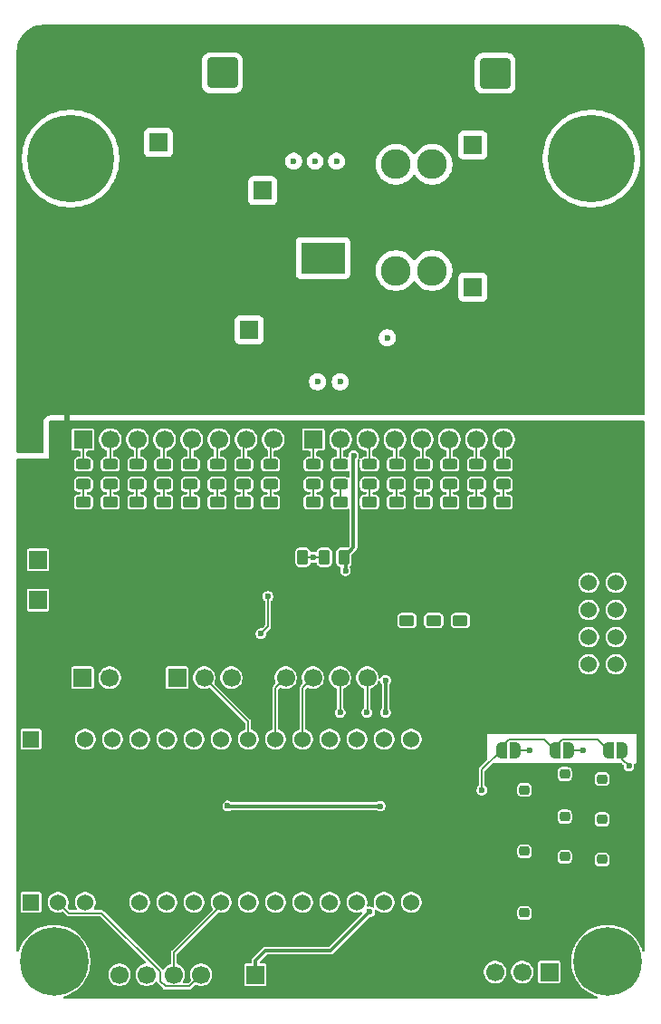
<source format=gbl>
G04 #@! TF.GenerationSoftware,KiCad,Pcbnew,9.0.3*
G04 #@! TF.CreationDate,2025-08-25T22:34:56-05:00*
G04 #@! TF.ProjectId,TestBoard_TPS27SA08-Q1,54657374-426f-4617-9264-5f5450533237,rev?*
G04 #@! TF.SameCoordinates,Original*
G04 #@! TF.FileFunction,Copper,L2,Bot*
G04 #@! TF.FilePolarity,Positive*
%FSLAX46Y46*%
G04 Gerber Fmt 4.6, Leading zero omitted, Abs format (unit mm)*
G04 Created by KiCad (PCBNEW 9.0.3) date 2025-08-25 22:34:56*
%MOMM*%
%LPD*%
G01*
G04 APERTURE LIST*
G04 Aperture macros list*
%AMRoundRect*
0 Rectangle with rounded corners*
0 $1 Rounding radius*
0 $2 $3 $4 $5 $6 $7 $8 $9 X,Y pos of 4 corners*
0 Add a 4 corners polygon primitive as box body*
4,1,4,$2,$3,$4,$5,$6,$7,$8,$9,$2,$3,0*
0 Add four circle primitives for the rounded corners*
1,1,$1+$1,$2,$3*
1,1,$1+$1,$4,$5*
1,1,$1+$1,$6,$7*
1,1,$1+$1,$8,$9*
0 Add four rect primitives between the rounded corners*
20,1,$1+$1,$2,$3,$4,$5,0*
20,1,$1+$1,$4,$5,$6,$7,0*
20,1,$1+$1,$6,$7,$8,$9,0*
20,1,$1+$1,$8,$9,$2,$3,0*%
%AMFreePoly0*
4,1,23,0.500000,-0.750000,0.000000,-0.750000,0.000000,-0.745722,-0.065263,-0.745722,-0.191342,-0.711940,-0.304381,-0.646677,-0.396677,-0.554381,-0.461940,-0.441342,-0.495722,-0.315263,-0.495722,-0.250000,-0.500000,-0.250000,-0.500000,0.250000,-0.495722,0.250000,-0.495722,0.315263,-0.461940,0.441342,-0.396677,0.554381,-0.304381,0.646677,-0.191342,0.711940,-0.065263,0.745722,0.000000,0.745722,
0.000000,0.750000,0.500000,0.750000,0.500000,-0.750000,0.500000,-0.750000,$1*%
%AMFreePoly1*
4,1,23,0.000000,0.745722,0.065263,0.745722,0.191342,0.711940,0.304381,0.646677,0.396677,0.554381,0.461940,0.441342,0.495722,0.315263,0.495722,0.250000,0.500000,0.250000,0.500000,-0.250000,0.495722,-0.250000,0.495722,-0.315263,0.461940,-0.441342,0.396677,-0.554381,0.304381,-0.646677,0.191342,-0.711940,0.065263,-0.745722,0.000000,-0.745722,0.000000,-0.750000,-0.500000,-0.750000,
-0.500000,0.750000,0.000000,0.750000,0.000000,0.745722,0.000000,0.745722,$1*%
G04 Aperture macros list end*
G04 #@! TA.AperFunction,EtchedComponent*
%ADD10C,0.000000*%
G04 #@! TD*
G04 #@! TA.AperFunction,ComponentPad*
%ADD11R,1.700000X1.700000*%
G04 #@! TD*
G04 #@! TA.AperFunction,ComponentPad*
%ADD12C,8.115000*%
G04 #@! TD*
G04 #@! TA.AperFunction,ComponentPad*
%ADD13C,1.700000*%
G04 #@! TD*
G04 #@! TA.AperFunction,ComponentPad*
%ADD14RoundRect,0.250001X1.149999X1.149999X-1.149999X1.149999X-1.149999X-1.149999X1.149999X-1.149999X0*%
G04 #@! TD*
G04 #@! TA.AperFunction,ComponentPad*
%ADD15C,2.800000*%
G04 #@! TD*
G04 #@! TA.AperFunction,ComponentPad*
%ADD16R,1.530000X1.530000*%
G04 #@! TD*
G04 #@! TA.AperFunction,ComponentPad*
%ADD17C,1.530000*%
G04 #@! TD*
G04 #@! TA.AperFunction,HeatsinkPad*
%ADD18C,0.500000*%
G04 #@! TD*
G04 #@! TA.AperFunction,HeatsinkPad*
%ADD19R,4.100000X2.900000*%
G04 #@! TD*
G04 #@! TA.AperFunction,ComponentPad*
%ADD20C,2.780000*%
G04 #@! TD*
G04 #@! TA.AperFunction,ComponentPad*
%ADD21C,6.400000*%
G04 #@! TD*
G04 #@! TA.AperFunction,ComponentPad*
%ADD22C,1.524000*%
G04 #@! TD*
G04 #@! TA.AperFunction,SMDPad,CuDef*
%ADD23RoundRect,0.243750X0.456250X-0.243750X0.456250X0.243750X-0.456250X0.243750X-0.456250X-0.243750X0*%
G04 #@! TD*
G04 #@! TA.AperFunction,SMDPad,CuDef*
%ADD24RoundRect,0.250000X-0.450000X0.262500X-0.450000X-0.262500X0.450000X-0.262500X0.450000X0.262500X0*%
G04 #@! TD*
G04 #@! TA.AperFunction,SMDPad,CuDef*
%ADD25RoundRect,0.225000X-0.250000X0.225000X-0.250000X-0.225000X0.250000X-0.225000X0.250000X0.225000X0*%
G04 #@! TD*
G04 #@! TA.AperFunction,SMDPad,CuDef*
%ADD26C,0.500000*%
G04 #@! TD*
G04 #@! TA.AperFunction,SMDPad,CuDef*
%ADD27RoundRect,0.250000X-0.262500X-0.450000X0.262500X-0.450000X0.262500X0.450000X-0.262500X0.450000X0*%
G04 #@! TD*
G04 #@! TA.AperFunction,SMDPad,CuDef*
%ADD28FreePoly0,0.000000*%
G04 #@! TD*
G04 #@! TA.AperFunction,SMDPad,CuDef*
%ADD29FreePoly1,0.000000*%
G04 #@! TD*
G04 #@! TA.AperFunction,ViaPad*
%ADD30C,0.600000*%
G04 #@! TD*
G04 #@! TA.AperFunction,Conductor*
%ADD31C,0.300000*%
G04 #@! TD*
G04 #@! TA.AperFunction,Conductor*
%ADD32C,0.200000*%
G04 #@! TD*
G04 #@! TA.AperFunction,Conductor*
%ADD33C,0.160000*%
G04 #@! TD*
G04 APERTURE END LIST*
D10*
G04 #@! TA.AperFunction,EtchedComponent*
G36*
X115750000Y-83500000D02*
G01*
X115250000Y-83500000D01*
X115250000Y-82500000D01*
X115750000Y-82500000D01*
X115750000Y-83500000D01*
G37*
G04 #@! TD.AperFunction*
D11*
X154000000Y-107250000D03*
D12*
X164500000Y-77800000D03*
D11*
X112000000Y-107250000D03*
X124000000Y-57250000D03*
X116920000Y-107250000D03*
D13*
X119460000Y-107250000D03*
X122000000Y-107250000D03*
D14*
X155500000Y-50782500D03*
D15*
X150500000Y-50782500D03*
D11*
X132500000Y-74750000D03*
X112000000Y-85000000D03*
X112750000Y-96250000D03*
X153412500Y-70750000D03*
D16*
X112090000Y-128240000D03*
D17*
X114630000Y-128240000D03*
X117170000Y-128240000D03*
X119710000Y-128240000D03*
X122250000Y-128240000D03*
X124790000Y-128240000D03*
X127330000Y-128240000D03*
X129870000Y-128240000D03*
X132410000Y-128240000D03*
X134950000Y-128240000D03*
X137490000Y-128240000D03*
X140030000Y-128240000D03*
X142570000Y-128240000D03*
X145110000Y-128240000D03*
X147650000Y-128240000D03*
D16*
X112090000Y-113000000D03*
D17*
X114630000Y-113000000D03*
X117170000Y-113000000D03*
X119710000Y-113000000D03*
X122250000Y-113000000D03*
X124790000Y-113000000D03*
X127330000Y-113000000D03*
X129870000Y-113000000D03*
X132410000Y-113000000D03*
X134950000Y-113000000D03*
X137490000Y-113000000D03*
X140030000Y-113000000D03*
X142570000Y-113000000D03*
X145110000Y-113000000D03*
X147650000Y-113000000D03*
D18*
X137612500Y-69250000D03*
X138812500Y-69250000D03*
X140012500Y-69250000D03*
X141212500Y-69250000D03*
X137612500Y-68050000D03*
X138812500Y-68050000D03*
D19*
X139412500Y-68050000D03*
D18*
X140012500Y-68050000D03*
X141212500Y-68050000D03*
X137612500Y-66850000D03*
X138812500Y-66850000D03*
X140012500Y-66850000D03*
X141212500Y-66850000D03*
D11*
X153412500Y-57500000D03*
D14*
X130000000Y-50750000D03*
D15*
X125000000Y-50750000D03*
D12*
X115800000Y-77800000D03*
X164500000Y-58750000D03*
D11*
X116960000Y-85000000D03*
D13*
X119500000Y-85000000D03*
X122040000Y-85000000D03*
X124580000Y-85000000D03*
X127120000Y-85000000D03*
X129660000Y-85000000D03*
X132200000Y-85000000D03*
X134740000Y-85000000D03*
D11*
X133750000Y-61750000D03*
D20*
X146212500Y-69210000D03*
X149612500Y-69210000D03*
X146212500Y-59290000D03*
X149612500Y-59290000D03*
D11*
X142750000Y-48500000D03*
X157250000Y-81000000D03*
D21*
X166000000Y-133750000D03*
D11*
X125750000Y-107250000D03*
D13*
X128290000Y-107250000D03*
X130830000Y-107250000D03*
X133370000Y-107250000D03*
X135910000Y-107250000D03*
X138450000Y-107250000D03*
X140990000Y-107250000D03*
X143530000Y-107250000D03*
D12*
X115800000Y-58750000D03*
D11*
X137250000Y-48500000D03*
X133080000Y-135000000D03*
D13*
X130540000Y-135000000D03*
X128000000Y-135000000D03*
X125460000Y-135000000D03*
X122920000Y-135000000D03*
X120380000Y-135000000D03*
D21*
X114250000Y-49750000D03*
D11*
X112750000Y-100000000D03*
D22*
X166790000Y-95840000D03*
X164250000Y-95840000D03*
X166790000Y-98380000D03*
X164250000Y-98380000D03*
X166790000Y-100920000D03*
X164250000Y-100920000D03*
X166790000Y-103460000D03*
X164250000Y-103460000D03*
X166790000Y-106000000D03*
X164250000Y-106000000D03*
D11*
X138500000Y-85000000D03*
D13*
X141040000Y-85000000D03*
X143580000Y-85000000D03*
X146120000Y-85000000D03*
X148660000Y-85000000D03*
X151200000Y-85000000D03*
X153740000Y-85000000D03*
X156280000Y-85000000D03*
D21*
X114250000Y-133750000D03*
D11*
X160560000Y-134750000D03*
D13*
X158020000Y-134750000D03*
X155480000Y-134750000D03*
X152940000Y-134750000D03*
D21*
X166000000Y-49750000D03*
D23*
X117000000Y-89187500D03*
X117000000Y-87312500D03*
X134500000Y-89187500D03*
X134500000Y-87312500D03*
D24*
X129500000Y-90837500D03*
X129500000Y-92662500D03*
D23*
X132000000Y-89187500D03*
X132000000Y-87312500D03*
X127000000Y-89187500D03*
X127000000Y-87312500D03*
X146250000Y-89187500D03*
X146250000Y-87312500D03*
X138500000Y-89187500D03*
X138500000Y-87312500D03*
D25*
X158250000Y-117725000D03*
X158250000Y-119275000D03*
D24*
X138500000Y-90837500D03*
X138500000Y-92662500D03*
X117000000Y-90837500D03*
X117000000Y-92662500D03*
X148750000Y-90837500D03*
X148750000Y-92662500D03*
D26*
X115500000Y-82500000D03*
X115500000Y-83500000D03*
D24*
X153750000Y-90837500D03*
X153750000Y-92662500D03*
D25*
X162000000Y-116250000D03*
X162000000Y-117800000D03*
D23*
X148750000Y-89187500D03*
X148750000Y-87312500D03*
X122000000Y-89187500D03*
X122000000Y-87312500D03*
D24*
X122000000Y-90837500D03*
X122000000Y-92662500D03*
D25*
X162000000Y-123975000D03*
X162000000Y-125525000D03*
D27*
X139520000Y-96000000D03*
X141345000Y-96000000D03*
D25*
X162000000Y-120225000D03*
X162000000Y-121775000D03*
D28*
X166100000Y-114000000D03*
D29*
X167400000Y-114000000D03*
D28*
X161100000Y-114000000D03*
D29*
X162400000Y-114000000D03*
D24*
X134500000Y-90837500D03*
X134500000Y-92662500D03*
D23*
X151250000Y-89187500D03*
X151250000Y-87312500D03*
X143750000Y-89187500D03*
X143750000Y-87312500D03*
D25*
X165500000Y-120475000D03*
X165500000Y-122025000D03*
D27*
X135682500Y-96000000D03*
X137507500Y-96000000D03*
D23*
X156250000Y-89187500D03*
X156250000Y-87312500D03*
X141000000Y-89187500D03*
X141000000Y-87312500D03*
D25*
X165500000Y-116725000D03*
X165500000Y-118275000D03*
D24*
X124500000Y-90837500D03*
X124500000Y-92662500D03*
D23*
X124500000Y-89187500D03*
X124500000Y-87312500D03*
D24*
X156250000Y-90837500D03*
X156250000Y-92662500D03*
X151250000Y-90837500D03*
X151250000Y-92662500D03*
D23*
X129500000Y-89187500D03*
X129500000Y-87312500D03*
D28*
X156100000Y-114000000D03*
D29*
X157400000Y-114000000D03*
D24*
X152250000Y-100087500D03*
X152250000Y-101912500D03*
D25*
X158250000Y-129225000D03*
X158250000Y-130775000D03*
D24*
X132000000Y-90837500D03*
X132000000Y-92662500D03*
X146250000Y-90837500D03*
X146250000Y-92662500D03*
X119500000Y-90837500D03*
X119500000Y-92662500D03*
D25*
X158250000Y-123475000D03*
X158250000Y-125025000D03*
D24*
X127000000Y-90837500D03*
X127000000Y-92662500D03*
X147250000Y-100087500D03*
X147250000Y-101912500D03*
D23*
X153750000Y-89187500D03*
X153750000Y-87312500D03*
D25*
X165500000Y-124225000D03*
X165500000Y-125775000D03*
D24*
X149750000Y-100087500D03*
X149750000Y-101912500D03*
X143750000Y-90837500D03*
X143750000Y-92662500D03*
X141000000Y-90837500D03*
X141000000Y-92662500D03*
D23*
X119500000Y-89187500D03*
X119500000Y-87312500D03*
D30*
X164250000Y-124750000D03*
X164250000Y-121000000D03*
X168001000Y-116750000D03*
X158250000Y-130775000D03*
X158250000Y-119275000D03*
X114037500Y-93250000D03*
X130750000Y-83500000D03*
X165500000Y-125775000D03*
X168001000Y-120500000D03*
X114000000Y-91250000D03*
X164000000Y-119000000D03*
X158250000Y-125025000D03*
X154500000Y-67250000D03*
X149112500Y-73750000D03*
X154500000Y-66000000D03*
X153250000Y-66000000D03*
X153250000Y-67250000D03*
X145250000Y-110500000D03*
X142264644Y-86514644D03*
X145250000Y-107500000D03*
X143750000Y-129139000D03*
X141500000Y-97250000D03*
X152250000Y-101912500D03*
X149750000Y-101912500D03*
X147250000Y-101880000D03*
X138500000Y-96000000D03*
X133588162Y-103143162D03*
X134250000Y-99650000D03*
X141000000Y-110500000D03*
X143500000Y-110500000D03*
X163750000Y-114000000D03*
X165500000Y-124225000D03*
X158250000Y-129225000D03*
X162000000Y-123975000D03*
X158250000Y-117725000D03*
X162000000Y-120225000D03*
X165500000Y-120475000D03*
X158250000Y-123475000D03*
X165500000Y-116725000D03*
X162000000Y-116250000D03*
X168000000Y-115500000D03*
X158750000Y-114000000D03*
X156100000Y-114000000D03*
X154250000Y-117750000D03*
X144751000Y-119250000D03*
X130488162Y-119238162D03*
X136662500Y-59000000D03*
X138662500Y-59000000D03*
X140662500Y-59000000D03*
X145412500Y-75500000D03*
X141012500Y-79612500D03*
X138900000Y-79600000D03*
D31*
X141500000Y-96155000D02*
X141345000Y-96000000D01*
X140139000Y-132750000D02*
X134000000Y-132750000D01*
X133080000Y-133670000D02*
X133080000Y-135000000D01*
X141500000Y-97250000D02*
X141500000Y-96155000D01*
X142250000Y-86529288D02*
X142250000Y-95095000D01*
X134000000Y-132750000D02*
X133080000Y-133670000D01*
X143750000Y-129139000D02*
X140139000Y-132750000D01*
X142264644Y-86514644D02*
X142250000Y-86529288D01*
X145250000Y-110500000D02*
X145250000Y-107500000D01*
X142250000Y-95095000D02*
X141345000Y-96000000D01*
D32*
X138500000Y-96000000D02*
X137507500Y-96000000D01*
X138500000Y-96000000D02*
X139520000Y-96000000D01*
D33*
X134250000Y-102481324D02*
X133588162Y-103143162D01*
X134250000Y-99650000D02*
X134250000Y-102481324D01*
X132410000Y-111370000D02*
X132410000Y-113000000D01*
X128290000Y-107250000D02*
X132410000Y-111370000D01*
X140990000Y-107250000D02*
X140990000Y-110490000D01*
X140990000Y-110490000D02*
X141000000Y-110500000D01*
X137490000Y-113000000D02*
X137490000Y-108210000D01*
X137490000Y-108210000D02*
X138450000Y-107250000D01*
X143530000Y-110470000D02*
X143500000Y-110500000D01*
X143530000Y-110470000D02*
X143530000Y-107250000D01*
X162400000Y-114000000D02*
X163750000Y-114000000D01*
X167400000Y-114000000D02*
X167400000Y-114900000D01*
X167400000Y-114900000D02*
X168000000Y-115500000D01*
X157400000Y-114000000D02*
X158750000Y-114000000D01*
X134950000Y-113000000D02*
X134950000Y-108210000D01*
X134950000Y-108210000D02*
X135910000Y-107250000D01*
X156100000Y-114000000D02*
X156100000Y-113702102D01*
X161100000Y-113702102D02*
X161798102Y-113004000D01*
X154250000Y-117750000D02*
X154250000Y-115850000D01*
X156798102Y-113004000D02*
X160104000Y-113004000D01*
X160104000Y-113004000D02*
X161100000Y-114000000D01*
X165104000Y-113004000D02*
X166100000Y-114000000D01*
X154250000Y-115850000D02*
X156100000Y-114000000D01*
X161100000Y-114000000D02*
X161100000Y-113702102D01*
X156100000Y-113702102D02*
X156798102Y-113004000D01*
X161798102Y-113004000D02*
X165104000Y-113004000D01*
X129870000Y-128550000D02*
X125460000Y-132960000D01*
X125460000Y-132960000D02*
X125460000Y-135000000D01*
X129870000Y-128240000D02*
X129870000Y-128550000D01*
D31*
X130501838Y-119251838D02*
X132001838Y-119251838D01*
X132001838Y-119251838D02*
X132003676Y-119250000D01*
X132003676Y-119250000D02*
X144751000Y-119250000D01*
D33*
X130501838Y-119251838D02*
X130488162Y-119238162D01*
X115636000Y-129246000D02*
X114630000Y-128240000D01*
X126909000Y-136091000D02*
X124650093Y-136091000D01*
X124154546Y-134691639D02*
X118708907Y-129246000D01*
X114630000Y-128332907D02*
X114630000Y-128240000D01*
X124154546Y-135595453D02*
X124154546Y-134691639D01*
X124650093Y-136091000D02*
X124154546Y-135595453D01*
X128000000Y-135000000D02*
X126909000Y-136091000D01*
X118708907Y-129246000D02*
X115636000Y-129246000D01*
X156250000Y-87312500D02*
X156250000Y-85030000D01*
X156250000Y-85030000D02*
X156280000Y-85000000D01*
X156250000Y-89187500D02*
X156250000Y-90837500D01*
X153750000Y-90837500D02*
X153750000Y-89187500D01*
X153750000Y-87312500D02*
X153750000Y-85010000D01*
X153750000Y-85010000D02*
X153740000Y-85000000D01*
X151250000Y-85050000D02*
X151200000Y-85000000D01*
X151250000Y-87312500D02*
X151250000Y-85050000D01*
X151250000Y-90837500D02*
X151250000Y-89187500D01*
X148750000Y-87312500D02*
X148750000Y-85090000D01*
X148750000Y-85090000D02*
X148660000Y-85000000D01*
X148750000Y-90837500D02*
X148750000Y-89187500D01*
X146250000Y-90837500D02*
X146250000Y-89187500D01*
X146250000Y-85130000D02*
X146120000Y-85000000D01*
X146250000Y-87312500D02*
X146250000Y-85130000D01*
X143750000Y-87312500D02*
X143750000Y-85170000D01*
X143750000Y-85170000D02*
X143580000Y-85000000D01*
X143750000Y-90837500D02*
X143750000Y-89187500D01*
X141000000Y-90837500D02*
X141000000Y-89187500D01*
X141000000Y-85040000D02*
X141040000Y-85000000D01*
X141000000Y-87312500D02*
X141000000Y-85040000D01*
X138500000Y-87312500D02*
X138500000Y-85000000D01*
X138500000Y-90837500D02*
X138500000Y-89187500D01*
X117000000Y-89187500D02*
X117000000Y-90837500D01*
X117000000Y-87312500D02*
X117000000Y-85040000D01*
X117000000Y-85040000D02*
X116960000Y-85000000D01*
X119500000Y-89187500D02*
X119500000Y-90837500D01*
X119500000Y-87312500D02*
X119500000Y-85000000D01*
X122000000Y-87312500D02*
X122000000Y-85040000D01*
X122000000Y-85040000D02*
X122040000Y-85000000D01*
X122000000Y-89187500D02*
X122000000Y-90837500D01*
X124500000Y-89187500D02*
X124500000Y-90837500D01*
X124500000Y-85080000D02*
X124580000Y-85000000D01*
X124500000Y-87312500D02*
X124500000Y-85080000D01*
X127000000Y-89187500D02*
X127000000Y-90837500D01*
X127000000Y-87312500D02*
X127000000Y-85120000D01*
X127000000Y-85120000D02*
X127120000Y-85000000D01*
X129500000Y-87312500D02*
X129500000Y-85160000D01*
X129500000Y-85160000D02*
X129660000Y-85000000D01*
X129500000Y-89187500D02*
X129500000Y-90837500D01*
X132000000Y-85200000D02*
X132200000Y-85000000D01*
X132000000Y-87312500D02*
X132000000Y-85200000D01*
X132000000Y-89187500D02*
X132000000Y-90837500D01*
X134500000Y-90837500D02*
X134500000Y-89187500D01*
X134500000Y-85240000D02*
X134740000Y-85000000D01*
X134500000Y-87312500D02*
X134500000Y-85240000D01*
G04 #@! TA.AperFunction,Conductor*
G36*
X167003736Y-46250726D02*
G01*
X167293796Y-46268271D01*
X167308659Y-46270076D01*
X167590798Y-46321780D01*
X167605335Y-46325363D01*
X167879172Y-46410695D01*
X167893163Y-46416000D01*
X168154743Y-46533727D01*
X168167989Y-46540680D01*
X168413465Y-46689075D01*
X168425776Y-46697573D01*
X168651573Y-46874473D01*
X168662781Y-46884403D01*
X168865596Y-47087218D01*
X168875526Y-47098426D01*
X168995481Y-47251538D01*
X169052422Y-47324217D01*
X169060928Y-47336540D01*
X169209316Y-47582004D01*
X169216275Y-47595263D01*
X169333997Y-47856831D01*
X169339306Y-47870832D01*
X169424635Y-48144663D01*
X169428219Y-48159201D01*
X169479923Y-48441340D01*
X169481728Y-48456205D01*
X169499274Y-48746263D01*
X169499500Y-48753750D01*
X169499500Y-82620500D01*
X169479815Y-82687539D01*
X169427011Y-82733294D01*
X169375500Y-82744500D01*
X131042533Y-82744500D01*
X130995080Y-82735061D01*
X130983497Y-82730263D01*
X130983489Y-82730261D01*
X130828845Y-82699500D01*
X130828842Y-82699500D01*
X130671158Y-82699500D01*
X130671155Y-82699500D01*
X130516510Y-82730261D01*
X130516502Y-82730263D01*
X130504920Y-82735061D01*
X130457467Y-82744500D01*
X113874000Y-82744500D01*
X113873991Y-82744500D01*
X113873990Y-82744501D01*
X113766549Y-82756052D01*
X113766537Y-82756054D01*
X113715027Y-82767260D01*
X113612502Y-82801383D01*
X113612496Y-82801386D01*
X113491462Y-82879171D01*
X113491451Y-82879179D01*
X113438659Y-82924923D01*
X113344433Y-83033664D01*
X113344430Y-83033668D01*
X113284664Y-83164534D01*
X113264976Y-83231582D01*
X113244500Y-83374001D01*
X113244500Y-86120500D01*
X113224815Y-86187539D01*
X113172011Y-86233294D01*
X113120500Y-86244500D01*
X110874500Y-86244500D01*
X110807461Y-86224815D01*
X110761706Y-86172011D01*
X110750500Y-86120500D01*
X110750500Y-79521153D01*
X138099500Y-79521153D01*
X138099500Y-79678846D01*
X138130261Y-79833489D01*
X138130264Y-79833501D01*
X138190602Y-79979172D01*
X138190609Y-79979185D01*
X138278210Y-80110288D01*
X138278213Y-80110292D01*
X138389707Y-80221786D01*
X138389711Y-80221789D01*
X138520814Y-80309390D01*
X138520827Y-80309397D01*
X138666498Y-80369735D01*
X138666503Y-80369737D01*
X138821153Y-80400499D01*
X138821156Y-80400500D01*
X138821158Y-80400500D01*
X138978844Y-80400500D01*
X138978845Y-80400499D01*
X139133497Y-80369737D01*
X139279179Y-80309394D01*
X139410289Y-80221789D01*
X139521789Y-80110289D01*
X139609394Y-79979179D01*
X139669737Y-79833497D01*
X139700500Y-79678842D01*
X139700500Y-79533653D01*
X140212000Y-79533653D01*
X140212000Y-79691346D01*
X140242761Y-79845989D01*
X140242764Y-79846001D01*
X140303102Y-79991672D01*
X140303109Y-79991685D01*
X140390710Y-80122788D01*
X140390713Y-80122792D01*
X140502207Y-80234286D01*
X140502211Y-80234289D01*
X140633314Y-80321890D01*
X140633327Y-80321897D01*
X140778998Y-80382235D01*
X140779003Y-80382237D01*
X140870812Y-80400499D01*
X140933653Y-80412999D01*
X140933656Y-80413000D01*
X140933658Y-80413000D01*
X141091344Y-80413000D01*
X141091345Y-80412999D01*
X141245997Y-80382237D01*
X141391679Y-80321894D01*
X141522789Y-80234289D01*
X141634289Y-80122789D01*
X141721894Y-79991679D01*
X141782237Y-79845997D01*
X141813000Y-79691342D01*
X141813000Y-79533658D01*
X141813000Y-79533655D01*
X141812999Y-79533653D01*
X141782238Y-79379010D01*
X141782237Y-79379003D01*
X141777057Y-79366498D01*
X141721897Y-79233327D01*
X141721890Y-79233314D01*
X141634289Y-79102211D01*
X141634286Y-79102207D01*
X141522792Y-78990713D01*
X141522788Y-78990710D01*
X141391685Y-78903109D01*
X141391672Y-78903102D01*
X141246001Y-78842764D01*
X141245989Y-78842761D01*
X141091345Y-78812000D01*
X141091342Y-78812000D01*
X140933658Y-78812000D01*
X140933655Y-78812000D01*
X140779010Y-78842761D01*
X140778998Y-78842764D01*
X140633327Y-78903102D01*
X140633314Y-78903109D01*
X140502211Y-78990710D01*
X140502207Y-78990713D01*
X140390713Y-79102207D01*
X140390710Y-79102211D01*
X140303109Y-79233314D01*
X140303102Y-79233327D01*
X140242764Y-79378998D01*
X140242761Y-79379010D01*
X140212000Y-79533653D01*
X139700500Y-79533653D01*
X139700500Y-79521158D01*
X139700500Y-79521155D01*
X139700499Y-79521153D01*
X139669737Y-79366503D01*
X139669735Y-79366498D01*
X139609397Y-79220827D01*
X139609390Y-79220814D01*
X139521789Y-79089711D01*
X139521786Y-79089707D01*
X139410292Y-78978213D01*
X139410288Y-78978210D01*
X139279185Y-78890609D01*
X139279172Y-78890602D01*
X139133501Y-78830264D01*
X139133489Y-78830261D01*
X138978845Y-78799500D01*
X138978842Y-78799500D01*
X138821158Y-78799500D01*
X138821155Y-78799500D01*
X138666510Y-78830261D01*
X138666498Y-78830264D01*
X138520827Y-78890602D01*
X138520814Y-78890609D01*
X138389711Y-78978210D01*
X138389707Y-78978213D01*
X138278213Y-79089707D01*
X138278210Y-79089711D01*
X138190609Y-79220814D01*
X138190602Y-79220827D01*
X138130264Y-79366498D01*
X138130261Y-79366510D01*
X138099500Y-79521153D01*
X110750500Y-79521153D01*
X110750500Y-73852135D01*
X131149500Y-73852135D01*
X131149500Y-75647870D01*
X131149501Y-75647876D01*
X131155908Y-75707483D01*
X131206202Y-75842328D01*
X131206206Y-75842335D01*
X131292452Y-75957544D01*
X131292455Y-75957547D01*
X131407664Y-76043793D01*
X131407671Y-76043797D01*
X131542517Y-76094091D01*
X131542516Y-76094091D01*
X131549444Y-76094835D01*
X131602127Y-76100500D01*
X133397872Y-76100499D01*
X133457483Y-76094091D01*
X133592331Y-76043796D01*
X133707546Y-75957546D01*
X133793796Y-75842331D01*
X133844091Y-75707483D01*
X133850500Y-75647873D01*
X133850500Y-75421153D01*
X144612000Y-75421153D01*
X144612000Y-75578846D01*
X144642761Y-75733489D01*
X144642764Y-75733501D01*
X144703102Y-75879172D01*
X144703109Y-75879185D01*
X144790710Y-76010288D01*
X144790713Y-76010292D01*
X144902207Y-76121786D01*
X144902211Y-76121789D01*
X145033314Y-76209390D01*
X145033327Y-76209397D01*
X145178998Y-76269735D01*
X145179003Y-76269737D01*
X145333653Y-76300499D01*
X145333656Y-76300500D01*
X145333658Y-76300500D01*
X145491344Y-76300500D01*
X145491345Y-76300499D01*
X145645997Y-76269737D01*
X145791679Y-76209394D01*
X145922789Y-76121789D01*
X146034289Y-76010289D01*
X146121894Y-75879179D01*
X146182237Y-75733497D01*
X146213000Y-75578842D01*
X146213000Y-75421158D01*
X146213000Y-75421155D01*
X146212999Y-75421153D01*
X146182238Y-75266510D01*
X146182237Y-75266503D01*
X146182235Y-75266498D01*
X146121897Y-75120827D01*
X146121890Y-75120814D01*
X146034289Y-74989711D01*
X146034286Y-74989707D01*
X145922792Y-74878213D01*
X145922788Y-74878210D01*
X145791685Y-74790609D01*
X145791672Y-74790602D01*
X145646001Y-74730264D01*
X145645989Y-74730261D01*
X145491345Y-74699500D01*
X145491342Y-74699500D01*
X145333658Y-74699500D01*
X145333655Y-74699500D01*
X145179010Y-74730261D01*
X145178998Y-74730264D01*
X145033327Y-74790602D01*
X145033314Y-74790609D01*
X144902211Y-74878210D01*
X144902207Y-74878213D01*
X144790713Y-74989707D01*
X144790710Y-74989711D01*
X144703109Y-75120814D01*
X144703102Y-75120827D01*
X144642764Y-75266498D01*
X144642761Y-75266510D01*
X144612000Y-75421153D01*
X133850500Y-75421153D01*
X133850499Y-74730264D01*
X133850499Y-73852129D01*
X133850498Y-73852123D01*
X133850497Y-73852116D01*
X133844091Y-73792517D01*
X133793796Y-73657669D01*
X133793795Y-73657668D01*
X133793793Y-73657664D01*
X133707547Y-73542455D01*
X133707544Y-73542452D01*
X133592335Y-73456206D01*
X133592328Y-73456202D01*
X133457482Y-73405908D01*
X133457483Y-73405908D01*
X133397883Y-73399501D01*
X133397881Y-73399500D01*
X133397873Y-73399500D01*
X133397864Y-73399500D01*
X131602129Y-73399500D01*
X131602123Y-73399501D01*
X131542516Y-73405908D01*
X131407671Y-73456202D01*
X131407664Y-73456206D01*
X131292455Y-73542452D01*
X131292452Y-73542455D01*
X131206206Y-73657664D01*
X131206202Y-73657671D01*
X131155908Y-73792517D01*
X131149501Y-73852116D01*
X131149501Y-73852123D01*
X131149500Y-73852135D01*
X110750500Y-73852135D01*
X110750500Y-66552135D01*
X136862000Y-66552135D01*
X136862000Y-69547869D01*
X136862001Y-69547876D01*
X136868408Y-69607483D01*
X136918702Y-69742328D01*
X136918706Y-69742335D01*
X137004952Y-69857544D01*
X137004955Y-69857547D01*
X137120164Y-69943793D01*
X137120171Y-69943797D01*
X137165118Y-69960561D01*
X137255017Y-69994091D01*
X137314627Y-70000500D01*
X137538581Y-70000499D01*
X137538582Y-70000500D01*
X137686418Y-70000500D01*
X137686418Y-70000499D01*
X138724140Y-70000499D01*
X138724148Y-70000500D01*
X138738582Y-70000500D01*
X138911081Y-70000500D01*
X138911085Y-70000499D01*
X139938578Y-70000499D01*
X139938582Y-70000500D01*
X140086418Y-70000500D01*
X140086421Y-70000499D01*
X141132448Y-70000499D01*
X141132468Y-70000500D01*
X141138582Y-70000500D01*
X141294014Y-70000500D01*
X141294030Y-70000499D01*
X141510371Y-70000499D01*
X141510372Y-70000499D01*
X141569983Y-69994091D01*
X141704831Y-69943796D01*
X141820046Y-69857546D01*
X141906296Y-69742331D01*
X141956591Y-69607483D01*
X141963000Y-69547873D01*
X141963000Y-69086096D01*
X144322000Y-69086096D01*
X144322000Y-69333903D01*
X144322001Y-69333919D01*
X144350168Y-69547873D01*
X144354347Y-69579610D01*
X144418487Y-69818983D01*
X144418490Y-69818992D01*
X144513319Y-70047931D01*
X144513327Y-70047948D01*
X144637229Y-70262551D01*
X144637240Y-70262567D01*
X144788095Y-70459166D01*
X144788101Y-70459173D01*
X144963326Y-70634398D01*
X144963332Y-70634403D01*
X145159941Y-70785266D01*
X145159948Y-70785270D01*
X145374551Y-70909172D01*
X145374556Y-70909174D01*
X145374559Y-70909176D01*
X145374563Y-70909177D01*
X145374568Y-70909180D01*
X145603507Y-71004009D01*
X145603509Y-71004009D01*
X145603515Y-71004012D01*
X145842890Y-71068153D01*
X146088590Y-71100500D01*
X146088597Y-71100500D01*
X146336403Y-71100500D01*
X146336410Y-71100500D01*
X146582110Y-71068153D01*
X146821485Y-71004012D01*
X147050441Y-70909176D01*
X147265059Y-70785266D01*
X147461668Y-70634403D01*
X147636903Y-70459168D01*
X147787766Y-70262559D01*
X147805113Y-70232512D01*
X147855680Y-70184297D01*
X147924287Y-70171074D01*
X147989152Y-70197042D01*
X148019886Y-70232512D01*
X148037234Y-70262559D01*
X148037239Y-70262565D01*
X148037240Y-70262567D01*
X148188095Y-70459166D01*
X148188101Y-70459173D01*
X148363326Y-70634398D01*
X148363332Y-70634403D01*
X148559941Y-70785266D01*
X148559948Y-70785270D01*
X148774551Y-70909172D01*
X148774556Y-70909174D01*
X148774559Y-70909176D01*
X148774563Y-70909177D01*
X148774568Y-70909180D01*
X149003507Y-71004009D01*
X149003509Y-71004009D01*
X149003515Y-71004012D01*
X149242890Y-71068153D01*
X149488590Y-71100500D01*
X149488597Y-71100500D01*
X149736403Y-71100500D01*
X149736410Y-71100500D01*
X149982110Y-71068153D01*
X150221485Y-71004012D01*
X150450441Y-70909176D01*
X150665059Y-70785266D01*
X150861668Y-70634403D01*
X151036903Y-70459168D01*
X151187766Y-70262559D01*
X151311676Y-70047941D01*
X151392781Y-69852135D01*
X152062000Y-69852135D01*
X152062000Y-71647870D01*
X152062001Y-71647876D01*
X152068408Y-71707483D01*
X152118702Y-71842328D01*
X152118706Y-71842335D01*
X152204952Y-71957544D01*
X152204955Y-71957547D01*
X152320164Y-72043793D01*
X152320171Y-72043797D01*
X152455017Y-72094091D01*
X152455016Y-72094091D01*
X152461944Y-72094835D01*
X152514627Y-72100500D01*
X154310372Y-72100499D01*
X154369983Y-72094091D01*
X154504831Y-72043796D01*
X154620046Y-71957546D01*
X154706296Y-71842331D01*
X154756591Y-71707483D01*
X154763000Y-71647873D01*
X154762999Y-69852128D01*
X154756591Y-69792517D01*
X154737874Y-69742335D01*
X154706297Y-69657671D01*
X154706293Y-69657664D01*
X154620047Y-69542455D01*
X154620044Y-69542452D01*
X154504835Y-69456206D01*
X154504828Y-69456202D01*
X154369982Y-69405908D01*
X154369983Y-69405908D01*
X154310383Y-69399501D01*
X154310381Y-69399500D01*
X154310373Y-69399500D01*
X154310364Y-69399500D01*
X152514629Y-69399500D01*
X152514623Y-69399501D01*
X152455016Y-69405908D01*
X152320171Y-69456202D01*
X152320164Y-69456206D01*
X152204955Y-69542452D01*
X152204952Y-69542455D01*
X152118706Y-69657664D01*
X152118702Y-69657671D01*
X152068408Y-69792517D01*
X152062001Y-69852116D01*
X152062001Y-69852123D01*
X152062000Y-69852135D01*
X151392781Y-69852135D01*
X151406512Y-69818985D01*
X151470653Y-69579610D01*
X151503000Y-69333910D01*
X151503000Y-69086090D01*
X151470653Y-68840390D01*
X151406512Y-68601015D01*
X151311676Y-68372059D01*
X151311674Y-68372056D01*
X151311672Y-68372051D01*
X151187770Y-68157448D01*
X151187766Y-68157441D01*
X151048605Y-67976082D01*
X151036904Y-67960833D01*
X151036898Y-67960826D01*
X150861673Y-67785601D01*
X150861666Y-67785595D01*
X150665067Y-67634740D01*
X150665065Y-67634738D01*
X150665059Y-67634734D01*
X150665054Y-67634731D01*
X150665051Y-67634729D01*
X150450448Y-67510827D01*
X150450431Y-67510819D01*
X150221492Y-67415990D01*
X149982106Y-67351846D01*
X149736419Y-67319501D01*
X149736416Y-67319500D01*
X149736410Y-67319500D01*
X149488590Y-67319500D01*
X149488584Y-67319500D01*
X149488580Y-67319501D01*
X149242893Y-67351846D01*
X149003507Y-67415990D01*
X148774568Y-67510819D01*
X148774551Y-67510827D01*
X148559948Y-67634729D01*
X148559932Y-67634740D01*
X148363333Y-67785595D01*
X148363326Y-67785601D01*
X148188101Y-67960826D01*
X148188095Y-67960833D01*
X148037240Y-68157432D01*
X148037226Y-68157453D01*
X148019886Y-68187487D01*
X147969319Y-68235702D01*
X147900712Y-68248924D01*
X147835847Y-68222956D01*
X147805114Y-68187487D01*
X147787773Y-68157453D01*
X147787770Y-68157448D01*
X147787766Y-68157441D01*
X147648605Y-67976082D01*
X147636904Y-67960833D01*
X147636898Y-67960826D01*
X147461673Y-67785601D01*
X147461666Y-67785595D01*
X147265067Y-67634740D01*
X147265065Y-67634738D01*
X147265059Y-67634734D01*
X147265054Y-67634731D01*
X147265051Y-67634729D01*
X147050448Y-67510827D01*
X147050431Y-67510819D01*
X146821492Y-67415990D01*
X146582106Y-67351846D01*
X146336419Y-67319501D01*
X146336416Y-67319500D01*
X146336410Y-67319500D01*
X146088590Y-67319500D01*
X146088584Y-67319500D01*
X146088580Y-67319501D01*
X145842893Y-67351846D01*
X145603507Y-67415990D01*
X145374568Y-67510819D01*
X145374551Y-67510827D01*
X145159948Y-67634729D01*
X145159932Y-67634740D01*
X144963333Y-67785595D01*
X144963326Y-67785601D01*
X144788101Y-67960826D01*
X144788095Y-67960833D01*
X144637240Y-68157432D01*
X144637229Y-68157448D01*
X144513327Y-68372051D01*
X144513319Y-68372068D01*
X144418490Y-68601007D01*
X144354346Y-68840393D01*
X144322001Y-69086080D01*
X144322000Y-69086096D01*
X141963000Y-69086096D01*
X141963000Y-68123918D01*
X141963000Y-67976082D01*
X141963000Y-67966093D01*
X141962999Y-67966079D01*
X141962999Y-66923922D01*
X141963000Y-66923918D01*
X141963000Y-66776082D01*
X141962999Y-66776077D01*
X141962999Y-66552128D01*
X141956591Y-66492517D01*
X141906296Y-66357669D01*
X141906295Y-66357668D01*
X141906293Y-66357664D01*
X141820047Y-66242455D01*
X141820044Y-66242452D01*
X141704835Y-66156206D01*
X141704828Y-66156202D01*
X141569982Y-66105908D01*
X141569983Y-66105908D01*
X141510383Y-66099501D01*
X141510381Y-66099500D01*
X141510373Y-66099500D01*
X141286418Y-66099500D01*
X141138582Y-66099500D01*
X141138581Y-66099500D01*
X140086419Y-66099500D01*
X140086418Y-66099500D01*
X139938582Y-66099500D01*
X139938580Y-66099500D01*
X138886421Y-66099500D01*
X138886418Y-66099500D01*
X138738582Y-66099500D01*
X138738578Y-66099500D01*
X137686422Y-66099500D01*
X137686418Y-66099500D01*
X137538582Y-66099500D01*
X137538577Y-66099500D01*
X137314630Y-66099500D01*
X137314623Y-66099501D01*
X137255016Y-66105908D01*
X137120171Y-66156202D01*
X137120164Y-66156206D01*
X137004955Y-66242452D01*
X137004952Y-66242455D01*
X136918706Y-66357664D01*
X136918702Y-66357671D01*
X136868408Y-66492517D01*
X136862001Y-66552116D01*
X136862001Y-66552123D01*
X136862000Y-66552135D01*
X110750500Y-66552135D01*
X110750500Y-58550989D01*
X111242000Y-58550989D01*
X111242000Y-58949010D01*
X111276689Y-59345507D01*
X111345803Y-59737466D01*
X111345806Y-59737479D01*
X111448813Y-60121912D01*
X111448816Y-60121922D01*
X111448817Y-60121923D01*
X111552179Y-60405908D01*
X111584951Y-60495946D01*
X111753143Y-60856637D01*
X111753156Y-60856661D01*
X111952155Y-61201336D01*
X111952164Y-61201351D01*
X112180455Y-61527384D01*
X112375594Y-61759941D01*
X112436289Y-61832274D01*
X112717726Y-62113711D01*
X112826225Y-62204752D01*
X113022615Y-62369544D01*
X113022621Y-62369548D01*
X113022622Y-62369549D01*
X113348655Y-62597840D01*
X113671697Y-62784348D01*
X113693338Y-62796843D01*
X113693362Y-62796856D01*
X114054053Y-62965048D01*
X114054058Y-62965049D01*
X114054067Y-62965054D01*
X114428077Y-63101183D01*
X114428083Y-63101184D01*
X114428087Y-63101186D01*
X114532780Y-63129238D01*
X114812528Y-63204196D01*
X115204495Y-63273311D01*
X115600991Y-63307999D01*
X115600992Y-63308000D01*
X115600993Y-63308000D01*
X115999008Y-63308000D01*
X115999008Y-63307999D01*
X116395505Y-63273311D01*
X116787472Y-63204196D01*
X117171923Y-63101183D01*
X117545933Y-62965054D01*
X117562038Y-62957544D01*
X117906637Y-62796856D01*
X117906645Y-62796851D01*
X117906655Y-62796847D01*
X118251345Y-62597840D01*
X118577378Y-62369549D01*
X118882274Y-62113711D01*
X119163711Y-61832274D01*
X119419549Y-61527378D01*
X119647840Y-61201345D01*
X119846847Y-60856655D01*
X119848955Y-60852135D01*
X132399500Y-60852135D01*
X132399500Y-62647870D01*
X132399501Y-62647876D01*
X132405908Y-62707483D01*
X132456202Y-62842328D01*
X132456206Y-62842335D01*
X132542452Y-62957544D01*
X132542455Y-62957547D01*
X132657664Y-63043793D01*
X132657671Y-63043797D01*
X132792517Y-63094091D01*
X132792516Y-63094091D01*
X132799444Y-63094835D01*
X132852127Y-63100500D01*
X134647872Y-63100499D01*
X134707483Y-63094091D01*
X134842331Y-63043796D01*
X134957546Y-62957546D01*
X135043796Y-62842331D01*
X135094091Y-62707483D01*
X135100500Y-62647873D01*
X135100499Y-60852128D01*
X135094091Y-60792517D01*
X135064956Y-60714403D01*
X135043797Y-60657671D01*
X135043793Y-60657664D01*
X134957547Y-60542455D01*
X134957544Y-60542452D01*
X134842335Y-60456206D01*
X134842328Y-60456202D01*
X134707482Y-60405908D01*
X134707483Y-60405908D01*
X134647883Y-60399501D01*
X134647881Y-60399500D01*
X134647873Y-60399500D01*
X134647864Y-60399500D01*
X132852129Y-60399500D01*
X132852123Y-60399501D01*
X132792516Y-60405908D01*
X132657671Y-60456202D01*
X132657664Y-60456206D01*
X132542455Y-60542452D01*
X132542452Y-60542455D01*
X132456206Y-60657664D01*
X132456202Y-60657671D01*
X132405908Y-60792517D01*
X132399501Y-60852116D01*
X132399501Y-60852123D01*
X132399500Y-60852135D01*
X119848955Y-60852135D01*
X119857584Y-60833628D01*
X119874944Y-60796402D01*
X119874944Y-60796401D01*
X119899460Y-60743824D01*
X120015054Y-60495933D01*
X120151183Y-60121923D01*
X120254196Y-59737472D01*
X120323311Y-59345505D01*
X120358000Y-58949007D01*
X120358000Y-58921153D01*
X135862000Y-58921153D01*
X135862000Y-59078846D01*
X135892761Y-59233489D01*
X135892764Y-59233501D01*
X135953102Y-59379172D01*
X135953109Y-59379185D01*
X136040710Y-59510288D01*
X136040713Y-59510292D01*
X136152207Y-59621786D01*
X136152211Y-59621789D01*
X136283314Y-59709390D01*
X136283327Y-59709397D01*
X136428998Y-59769735D01*
X136429003Y-59769737D01*
X136583653Y-59800499D01*
X136583656Y-59800500D01*
X136583658Y-59800500D01*
X136741344Y-59800500D01*
X136741345Y-59800499D01*
X136895997Y-59769737D01*
X137041679Y-59709394D01*
X137172789Y-59621789D01*
X137284289Y-59510289D01*
X137371894Y-59379179D01*
X137432237Y-59233497D01*
X137463000Y-59078842D01*
X137463000Y-58921158D01*
X137463000Y-58921155D01*
X137462999Y-58921153D01*
X137862000Y-58921153D01*
X137862000Y-59078846D01*
X137892761Y-59233489D01*
X137892764Y-59233501D01*
X137953102Y-59379172D01*
X137953109Y-59379185D01*
X138040710Y-59510288D01*
X138040713Y-59510292D01*
X138152207Y-59621786D01*
X138152211Y-59621789D01*
X138283314Y-59709390D01*
X138283327Y-59709397D01*
X138428998Y-59769735D01*
X138429003Y-59769737D01*
X138583653Y-59800499D01*
X138583656Y-59800500D01*
X138583658Y-59800500D01*
X138741344Y-59800500D01*
X138741345Y-59800499D01*
X138895997Y-59769737D01*
X139041679Y-59709394D01*
X139172789Y-59621789D01*
X139284289Y-59510289D01*
X139371894Y-59379179D01*
X139432237Y-59233497D01*
X139463000Y-59078842D01*
X139463000Y-58921158D01*
X139463000Y-58921155D01*
X139462999Y-58921153D01*
X139862000Y-58921153D01*
X139862000Y-59078846D01*
X139892761Y-59233489D01*
X139892764Y-59233501D01*
X139953102Y-59379172D01*
X139953109Y-59379185D01*
X140040710Y-59510288D01*
X140040713Y-59510292D01*
X140152207Y-59621786D01*
X140152211Y-59621789D01*
X140283314Y-59709390D01*
X140283327Y-59709397D01*
X140428998Y-59769735D01*
X140429003Y-59769737D01*
X140583653Y-59800499D01*
X140583656Y-59800500D01*
X140583658Y-59800500D01*
X140741344Y-59800500D01*
X140741345Y-59800499D01*
X140895997Y-59769737D01*
X141041679Y-59709394D01*
X141172789Y-59621789D01*
X141284289Y-59510289D01*
X141371894Y-59379179D01*
X141432237Y-59233497D01*
X141445644Y-59166096D01*
X144322000Y-59166096D01*
X144322000Y-59413903D01*
X144322001Y-59413919D01*
X144349367Y-59621789D01*
X144354347Y-59659610D01*
X144392098Y-59800499D01*
X144418490Y-59898992D01*
X144513319Y-60127931D01*
X144513327Y-60127948D01*
X144637229Y-60342551D01*
X144637240Y-60342567D01*
X144788095Y-60539166D01*
X144788101Y-60539173D01*
X144963326Y-60714398D01*
X144963332Y-60714403D01*
X145159941Y-60865266D01*
X145159948Y-60865270D01*
X145374551Y-60989172D01*
X145374556Y-60989174D01*
X145374559Y-60989176D01*
X145374563Y-60989177D01*
X145374568Y-60989180D01*
X145603507Y-61084009D01*
X145603509Y-61084009D01*
X145603515Y-61084012D01*
X145842890Y-61148153D01*
X146088590Y-61180500D01*
X146088597Y-61180500D01*
X146336403Y-61180500D01*
X146336410Y-61180500D01*
X146582110Y-61148153D01*
X146821485Y-61084012D01*
X147050441Y-60989176D01*
X147265059Y-60865266D01*
X147461668Y-60714403D01*
X147636903Y-60539168D01*
X147787766Y-60342559D01*
X147805113Y-60312512D01*
X147855680Y-60264297D01*
X147924287Y-60251074D01*
X147989152Y-60277042D01*
X148019886Y-60312512D01*
X148037234Y-60342559D01*
X148037239Y-60342565D01*
X148037240Y-60342567D01*
X148188095Y-60539166D01*
X148188101Y-60539173D01*
X148363326Y-60714398D01*
X148363332Y-60714403D01*
X148559941Y-60865266D01*
X148559948Y-60865270D01*
X148774551Y-60989172D01*
X148774556Y-60989174D01*
X148774559Y-60989176D01*
X148774563Y-60989177D01*
X148774568Y-60989180D01*
X149003507Y-61084009D01*
X149003509Y-61084009D01*
X149003515Y-61084012D01*
X149242890Y-61148153D01*
X149488590Y-61180500D01*
X149488597Y-61180500D01*
X149736403Y-61180500D01*
X149736410Y-61180500D01*
X149982110Y-61148153D01*
X150221485Y-61084012D01*
X150450441Y-60989176D01*
X150665059Y-60865266D01*
X150861668Y-60714403D01*
X151036903Y-60539168D01*
X151187766Y-60342559D01*
X151311676Y-60127941D01*
X151406512Y-59898985D01*
X151470653Y-59659610D01*
X151503000Y-59413910D01*
X151503000Y-59166090D01*
X151470653Y-58920390D01*
X151406512Y-58681015D01*
X151381581Y-58620827D01*
X151311680Y-58452068D01*
X151311672Y-58452051D01*
X151187770Y-58237448D01*
X151187766Y-58237441D01*
X151144326Y-58180828D01*
X151036904Y-58040833D01*
X151036898Y-58040826D01*
X150861673Y-57865601D01*
X150861666Y-57865595D01*
X150665067Y-57714740D01*
X150665065Y-57714738D01*
X150665059Y-57714734D01*
X150665054Y-57714731D01*
X150665051Y-57714729D01*
X150450448Y-57590827D01*
X150450431Y-57590819D01*
X150221492Y-57495990D01*
X149982106Y-57431846D01*
X149736419Y-57399501D01*
X149736416Y-57399500D01*
X149736410Y-57399500D01*
X149488590Y-57399500D01*
X149488584Y-57399500D01*
X149488580Y-57399501D01*
X149242893Y-57431846D01*
X149003507Y-57495990D01*
X148774568Y-57590819D01*
X148774551Y-57590827D01*
X148559948Y-57714729D01*
X148559932Y-57714740D01*
X148363333Y-57865595D01*
X148363326Y-57865601D01*
X148188101Y-58040826D01*
X148188095Y-58040833D01*
X148037240Y-58237432D01*
X148037226Y-58237453D01*
X148019886Y-58267487D01*
X147969319Y-58315702D01*
X147900712Y-58328924D01*
X147835847Y-58302956D01*
X147805114Y-58267487D01*
X147787773Y-58237453D01*
X147787770Y-58237448D01*
X147787766Y-58237441D01*
X147744326Y-58180828D01*
X147636904Y-58040833D01*
X147636898Y-58040826D01*
X147461673Y-57865601D01*
X147461666Y-57865595D01*
X147265067Y-57714740D01*
X147265065Y-57714738D01*
X147265059Y-57714734D01*
X147265054Y-57714731D01*
X147265051Y-57714729D01*
X147050448Y-57590827D01*
X147050431Y-57590819D01*
X146821492Y-57495990D01*
X146582106Y-57431846D01*
X146336419Y-57399501D01*
X146336416Y-57399500D01*
X146336410Y-57399500D01*
X146088590Y-57399500D01*
X146088584Y-57399500D01*
X146088580Y-57399501D01*
X145842893Y-57431846D01*
X145603507Y-57495990D01*
X145374568Y-57590819D01*
X145374551Y-57590827D01*
X145159948Y-57714729D01*
X145159932Y-57714740D01*
X144963333Y-57865595D01*
X144963326Y-57865601D01*
X144788101Y-58040826D01*
X144788095Y-58040833D01*
X144637240Y-58237432D01*
X144637229Y-58237448D01*
X144513327Y-58452051D01*
X144513319Y-58452068D01*
X144418490Y-58681007D01*
X144354346Y-58920393D01*
X144322001Y-59166080D01*
X144322000Y-59166096D01*
X141445644Y-59166096D01*
X141445647Y-59166080D01*
X141451265Y-59137840D01*
X141451265Y-59137839D01*
X141463000Y-59078844D01*
X141463000Y-58921155D01*
X141462999Y-58921153D01*
X141432238Y-58766510D01*
X141432237Y-58766503D01*
X141407817Y-58707547D01*
X141371897Y-58620827D01*
X141371890Y-58620814D01*
X141284289Y-58489711D01*
X141284286Y-58489707D01*
X141172792Y-58378213D01*
X141172788Y-58378210D01*
X141041685Y-58290609D01*
X141041672Y-58290602D01*
X140896001Y-58230264D01*
X140895989Y-58230261D01*
X140741345Y-58199500D01*
X140741342Y-58199500D01*
X140583658Y-58199500D01*
X140583655Y-58199500D01*
X140429010Y-58230261D01*
X140428998Y-58230264D01*
X140283327Y-58290602D01*
X140283314Y-58290609D01*
X140152211Y-58378210D01*
X140152207Y-58378213D01*
X140040713Y-58489707D01*
X140040710Y-58489711D01*
X139953109Y-58620814D01*
X139953102Y-58620827D01*
X139892764Y-58766498D01*
X139892761Y-58766510D01*
X139862000Y-58921153D01*
X139462999Y-58921153D01*
X139432238Y-58766510D01*
X139432237Y-58766503D01*
X139407817Y-58707547D01*
X139371897Y-58620827D01*
X139371890Y-58620814D01*
X139284289Y-58489711D01*
X139284286Y-58489707D01*
X139172792Y-58378213D01*
X139172788Y-58378210D01*
X139041685Y-58290609D01*
X139041672Y-58290602D01*
X138896001Y-58230264D01*
X138895989Y-58230261D01*
X138741345Y-58199500D01*
X138741342Y-58199500D01*
X138583658Y-58199500D01*
X138583655Y-58199500D01*
X138429010Y-58230261D01*
X138428998Y-58230264D01*
X138283327Y-58290602D01*
X138283314Y-58290609D01*
X138152211Y-58378210D01*
X138152207Y-58378213D01*
X138040713Y-58489707D01*
X138040710Y-58489711D01*
X137953109Y-58620814D01*
X137953102Y-58620827D01*
X137892764Y-58766498D01*
X137892761Y-58766510D01*
X137862000Y-58921153D01*
X137462999Y-58921153D01*
X137432238Y-58766510D01*
X137432237Y-58766503D01*
X137407817Y-58707547D01*
X137371897Y-58620827D01*
X137371890Y-58620814D01*
X137284289Y-58489711D01*
X137284286Y-58489707D01*
X137172792Y-58378213D01*
X137172788Y-58378210D01*
X137041685Y-58290609D01*
X137041672Y-58290602D01*
X136896001Y-58230264D01*
X136895989Y-58230261D01*
X136741345Y-58199500D01*
X136741342Y-58199500D01*
X136583658Y-58199500D01*
X136583655Y-58199500D01*
X136429010Y-58230261D01*
X136428998Y-58230264D01*
X136283327Y-58290602D01*
X136283314Y-58290609D01*
X136152211Y-58378210D01*
X136152207Y-58378213D01*
X136040713Y-58489707D01*
X136040710Y-58489711D01*
X135953109Y-58620814D01*
X135953102Y-58620827D01*
X135892764Y-58766498D01*
X135892761Y-58766510D01*
X135862000Y-58921153D01*
X120358000Y-58921153D01*
X120358000Y-58550993D01*
X120323311Y-58154495D01*
X120254196Y-57762528D01*
X120156924Y-57399501D01*
X120151186Y-57378087D01*
X120151184Y-57378083D01*
X120151183Y-57378077D01*
X120015054Y-57004067D01*
X120015049Y-57004058D01*
X120015048Y-57004053D01*
X119846856Y-56643362D01*
X119846843Y-56643338D01*
X119712590Y-56410806D01*
X119710776Y-56407664D01*
X119678717Y-56352135D01*
X122649500Y-56352135D01*
X122649500Y-58147870D01*
X122649501Y-58147876D01*
X122655908Y-58207483D01*
X122706202Y-58342328D01*
X122706206Y-58342335D01*
X122792452Y-58457544D01*
X122792455Y-58457547D01*
X122907664Y-58543793D01*
X122907671Y-58543797D01*
X123042517Y-58594091D01*
X123042516Y-58594091D01*
X123049444Y-58594835D01*
X123102127Y-58600500D01*
X124897872Y-58600499D01*
X124957483Y-58594091D01*
X125092331Y-58543796D01*
X125207546Y-58457546D01*
X125293796Y-58342331D01*
X125344091Y-58207483D01*
X125350500Y-58147873D01*
X125350499Y-56602135D01*
X152062000Y-56602135D01*
X152062000Y-58397870D01*
X152062001Y-58397876D01*
X152068408Y-58457483D01*
X152118702Y-58592328D01*
X152118706Y-58592335D01*
X152204952Y-58707544D01*
X152204955Y-58707547D01*
X152320164Y-58793793D01*
X152320171Y-58793797D01*
X152455017Y-58844091D01*
X152455016Y-58844091D01*
X152461944Y-58844835D01*
X152514627Y-58850500D01*
X154310372Y-58850499D01*
X154369983Y-58844091D01*
X154504831Y-58793796D01*
X154620046Y-58707546D01*
X154706296Y-58592331D01*
X154721714Y-58550993D01*
X154721715Y-58550989D01*
X159942000Y-58550989D01*
X159942000Y-58949010D01*
X159976689Y-59345507D01*
X160045803Y-59737466D01*
X160045806Y-59737479D01*
X160148813Y-60121912D01*
X160148816Y-60121922D01*
X160148817Y-60121923D01*
X160252179Y-60405908D01*
X160284951Y-60495946D01*
X160453143Y-60856637D01*
X160453156Y-60856661D01*
X160652155Y-61201336D01*
X160652164Y-61201351D01*
X160880455Y-61527384D01*
X161075594Y-61759941D01*
X161136289Y-61832274D01*
X161417726Y-62113711D01*
X161526225Y-62204752D01*
X161722615Y-62369544D01*
X161722621Y-62369548D01*
X161722622Y-62369549D01*
X162048655Y-62597840D01*
X162371697Y-62784348D01*
X162393338Y-62796843D01*
X162393362Y-62796856D01*
X162754053Y-62965048D01*
X162754058Y-62965049D01*
X162754067Y-62965054D01*
X163128077Y-63101183D01*
X163128083Y-63101184D01*
X163128087Y-63101186D01*
X163232780Y-63129238D01*
X163512528Y-63204196D01*
X163904495Y-63273311D01*
X164300991Y-63307999D01*
X164300992Y-63308000D01*
X164300993Y-63308000D01*
X164699008Y-63308000D01*
X164699008Y-63307999D01*
X165095505Y-63273311D01*
X165487472Y-63204196D01*
X165871923Y-63101183D01*
X166245933Y-62965054D01*
X166262038Y-62957544D01*
X166606637Y-62796856D01*
X166606645Y-62796851D01*
X166606655Y-62796847D01*
X166951345Y-62597840D01*
X167277378Y-62369549D01*
X167582274Y-62113711D01*
X167863711Y-61832274D01*
X168119549Y-61527378D01*
X168347840Y-61201345D01*
X168546847Y-60856655D01*
X168546851Y-60856645D01*
X168546856Y-60856637D01*
X168715048Y-60495946D01*
X168715048Y-60495945D01*
X168715054Y-60495933D01*
X168851183Y-60121923D01*
X168954196Y-59737472D01*
X169023311Y-59345505D01*
X169058000Y-58949007D01*
X169058000Y-58550993D01*
X169023311Y-58154495D01*
X168954196Y-57762528D01*
X168856924Y-57399501D01*
X168851186Y-57378087D01*
X168851184Y-57378083D01*
X168851183Y-57378077D01*
X168715054Y-57004067D01*
X168715049Y-57004058D01*
X168715048Y-57004053D01*
X168546856Y-56643362D01*
X168546843Y-56643338D01*
X168410776Y-56407664D01*
X168347840Y-56298655D01*
X168119549Y-55972622D01*
X168119548Y-55972621D01*
X168119544Y-55972615D01*
X167863708Y-55667723D01*
X167582276Y-55386291D01*
X167277384Y-55130455D01*
X166951351Y-54902164D01*
X166951348Y-54902162D01*
X166951345Y-54902160D01*
X166848936Y-54843034D01*
X166606661Y-54703156D01*
X166606637Y-54703143D01*
X166245946Y-54534951D01*
X166245935Y-54534947D01*
X166245933Y-54534946D01*
X165871923Y-54398817D01*
X165871922Y-54398816D01*
X165871912Y-54398813D01*
X165487479Y-54295806D01*
X165487482Y-54295806D01*
X165487472Y-54295804D01*
X165432130Y-54286045D01*
X165095507Y-54226689D01*
X164699010Y-54192000D01*
X164699007Y-54192000D01*
X164300993Y-54192000D01*
X164300989Y-54192000D01*
X163904492Y-54226689D01*
X163512533Y-54295803D01*
X163512530Y-54295803D01*
X163512528Y-54295804D01*
X163512523Y-54295805D01*
X163512520Y-54295806D01*
X163128087Y-54398813D01*
X162754053Y-54534951D01*
X162393362Y-54703143D01*
X162393338Y-54703156D01*
X162048663Y-54902155D01*
X162048648Y-54902164D01*
X161722615Y-55130455D01*
X161417723Y-55386291D01*
X161136291Y-55667723D01*
X160880455Y-55972615D01*
X160652164Y-56298648D01*
X160652155Y-56298663D01*
X160453156Y-56643338D01*
X160453143Y-56643362D01*
X160284951Y-57004053D01*
X160148813Y-57378087D01*
X160045806Y-57762520D01*
X160045803Y-57762533D01*
X159976689Y-58154492D01*
X159942000Y-58550989D01*
X154721715Y-58550989D01*
X154738886Y-58504954D01*
X154738886Y-58504953D01*
X154756567Y-58457547D01*
X154756591Y-58457483D01*
X154763000Y-58397873D01*
X154762999Y-56602128D01*
X154756591Y-56542517D01*
X154706296Y-56407669D01*
X154706295Y-56407668D01*
X154706293Y-56407664D01*
X154620047Y-56292455D01*
X154620044Y-56292452D01*
X154504835Y-56206206D01*
X154504828Y-56206202D01*
X154369982Y-56155908D01*
X154369983Y-56155908D01*
X154310383Y-56149501D01*
X154310381Y-56149500D01*
X154310373Y-56149500D01*
X154310364Y-56149500D01*
X152514629Y-56149500D01*
X152514623Y-56149501D01*
X152455016Y-56155908D01*
X152320171Y-56206202D01*
X152320164Y-56206206D01*
X152204955Y-56292452D01*
X152204952Y-56292455D01*
X152118706Y-56407664D01*
X152118702Y-56407671D01*
X152068408Y-56542517D01*
X152062001Y-56602116D01*
X152062001Y-56602123D01*
X152062000Y-56602135D01*
X125350499Y-56602135D01*
X125350499Y-56352128D01*
X125344091Y-56292517D01*
X125311898Y-56206204D01*
X125293797Y-56157671D01*
X125293793Y-56157664D01*
X125207547Y-56042455D01*
X125207544Y-56042452D01*
X125092335Y-55956206D01*
X125092328Y-55956202D01*
X124957482Y-55905908D01*
X124957483Y-55905908D01*
X124897883Y-55899501D01*
X124897881Y-55899500D01*
X124897873Y-55899500D01*
X124897864Y-55899500D01*
X123102129Y-55899500D01*
X123102123Y-55899501D01*
X123042516Y-55905908D01*
X122907671Y-55956202D01*
X122907664Y-55956206D01*
X122792455Y-56042452D01*
X122792452Y-56042455D01*
X122706206Y-56157664D01*
X122706202Y-56157671D01*
X122655908Y-56292517D01*
X122649501Y-56352116D01*
X122649501Y-56352123D01*
X122649500Y-56352135D01*
X119678717Y-56352135D01*
X119647840Y-56298655D01*
X119419549Y-55972622D01*
X119419548Y-55972621D01*
X119419544Y-55972615D01*
X119163708Y-55667723D01*
X118882276Y-55386291D01*
X118577384Y-55130455D01*
X118251351Y-54902164D01*
X118251348Y-54902162D01*
X118251345Y-54902160D01*
X118148936Y-54843034D01*
X117906661Y-54703156D01*
X117906637Y-54703143D01*
X117545946Y-54534951D01*
X117545935Y-54534947D01*
X117545933Y-54534946D01*
X117171923Y-54398817D01*
X117171922Y-54398816D01*
X117171912Y-54398813D01*
X116787479Y-54295806D01*
X116787482Y-54295806D01*
X116787472Y-54295804D01*
X116732130Y-54286045D01*
X116395507Y-54226689D01*
X115999010Y-54192000D01*
X115999007Y-54192000D01*
X115600993Y-54192000D01*
X115600989Y-54192000D01*
X115204492Y-54226689D01*
X114812533Y-54295803D01*
X114812530Y-54295803D01*
X114812528Y-54295804D01*
X114812523Y-54295805D01*
X114812520Y-54295806D01*
X114428087Y-54398813D01*
X114054053Y-54534951D01*
X113693362Y-54703143D01*
X113693338Y-54703156D01*
X113348663Y-54902155D01*
X113348648Y-54902164D01*
X113022615Y-55130455D01*
X112717723Y-55386291D01*
X112436291Y-55667723D01*
X112180455Y-55972615D01*
X111952164Y-56298648D01*
X111952155Y-56298663D01*
X111753156Y-56643338D01*
X111753143Y-56643362D01*
X111584951Y-57004053D01*
X111448813Y-57378087D01*
X111345806Y-57762520D01*
X111345803Y-57762533D01*
X111276689Y-58154492D01*
X111242000Y-58550989D01*
X110750500Y-58550989D01*
X110750500Y-49549984D01*
X128099500Y-49549984D01*
X128099500Y-51950015D01*
X128110000Y-52052795D01*
X128110001Y-52052797D01*
X128137593Y-52136065D01*
X128165186Y-52219335D01*
X128165187Y-52219337D01*
X128257286Y-52368651D01*
X128257289Y-52368655D01*
X128381344Y-52492710D01*
X128381348Y-52492713D01*
X128530662Y-52584812D01*
X128530664Y-52584813D01*
X128530666Y-52584814D01*
X128697203Y-52639999D01*
X128799992Y-52650500D01*
X128799997Y-52650500D01*
X131200003Y-52650500D01*
X131200008Y-52650500D01*
X131302797Y-52639999D01*
X131469334Y-52584814D01*
X131618655Y-52492711D01*
X131742711Y-52368655D01*
X131834814Y-52219334D01*
X131889999Y-52052797D01*
X131900500Y-51950008D01*
X131900500Y-49582484D01*
X153599500Y-49582484D01*
X153599500Y-51982515D01*
X153610000Y-52085295D01*
X153610001Y-52085296D01*
X153665186Y-52251835D01*
X153665187Y-52251837D01*
X153757286Y-52401151D01*
X153757289Y-52401155D01*
X153881344Y-52525210D01*
X153881348Y-52525213D01*
X154030662Y-52617312D01*
X154030664Y-52617313D01*
X154030666Y-52617314D01*
X154197203Y-52672499D01*
X154299992Y-52683000D01*
X154299997Y-52683000D01*
X156700003Y-52683000D01*
X156700008Y-52683000D01*
X156802797Y-52672499D01*
X156969334Y-52617314D01*
X157118655Y-52525211D01*
X157242711Y-52401155D01*
X157334814Y-52251834D01*
X157389999Y-52085297D01*
X157400500Y-51982508D01*
X157400500Y-49582492D01*
X157389999Y-49479703D01*
X157334814Y-49313166D01*
X157314766Y-49280664D01*
X157242713Y-49163848D01*
X157242710Y-49163844D01*
X157118655Y-49039789D01*
X157118651Y-49039786D01*
X156969337Y-48947687D01*
X156969335Y-48947686D01*
X156871259Y-48915187D01*
X156802797Y-48892501D01*
X156802795Y-48892500D01*
X156700015Y-48882000D01*
X156700008Y-48882000D01*
X154299992Y-48882000D01*
X154299984Y-48882000D01*
X154197204Y-48892500D01*
X154197203Y-48892501D01*
X154030664Y-48947686D01*
X154030662Y-48947687D01*
X153881348Y-49039786D01*
X153881344Y-49039789D01*
X153757289Y-49163844D01*
X153757286Y-49163848D01*
X153665187Y-49313162D01*
X153665186Y-49313164D01*
X153610001Y-49479703D01*
X153610000Y-49479704D01*
X153599500Y-49582484D01*
X131900500Y-49582484D01*
X131900500Y-49549992D01*
X131889999Y-49447203D01*
X131834814Y-49280666D01*
X131762757Y-49163845D01*
X131742713Y-49131348D01*
X131742710Y-49131344D01*
X131618655Y-49007289D01*
X131618651Y-49007286D01*
X131469337Y-48915187D01*
X131469335Y-48915186D01*
X131369185Y-48882000D01*
X131302797Y-48860001D01*
X131302795Y-48860000D01*
X131200015Y-48849500D01*
X131200008Y-48849500D01*
X128799992Y-48849500D01*
X128799984Y-48849500D01*
X128697204Y-48860000D01*
X128697203Y-48860001D01*
X128530664Y-48915186D01*
X128530662Y-48915187D01*
X128381348Y-49007286D01*
X128381344Y-49007289D01*
X128257289Y-49131344D01*
X128257286Y-49131348D01*
X128165187Y-49280662D01*
X128165186Y-49280664D01*
X128110001Y-49447203D01*
X128110000Y-49447204D01*
X128099500Y-49549984D01*
X110750500Y-49549984D01*
X110750500Y-48753750D01*
X110750726Y-48746263D01*
X110768271Y-48456205D01*
X110770076Y-48441340D01*
X110821780Y-48159201D01*
X110825364Y-48144663D01*
X110902096Y-47898422D01*
X110910696Y-47870822D01*
X110915998Y-47856841D01*
X111033731Y-47595249D01*
X111040676Y-47582016D01*
X111189080Y-47336526D01*
X111197567Y-47324230D01*
X111374480Y-47098417D01*
X111384395Y-47087226D01*
X111587226Y-46884395D01*
X111598417Y-46874480D01*
X111824230Y-46697567D01*
X111836526Y-46689080D01*
X112082016Y-46540676D01*
X112095249Y-46533731D01*
X112356841Y-46415998D01*
X112370822Y-46410696D01*
X112644668Y-46325362D01*
X112659197Y-46321780D01*
X112941344Y-46270075D01*
X112956201Y-46268271D01*
X113246264Y-46250726D01*
X113253751Y-46250500D01*
X113315892Y-46250500D01*
X166934108Y-46250500D01*
X166996249Y-46250500D01*
X167003736Y-46250726D01*
G37*
G04 #@! TD.AperFunction*
G04 #@! TA.AperFunction,Conductor*
G36*
X169442539Y-83269685D02*
G01*
X169488294Y-83322489D01*
X169499500Y-83374000D01*
X169499500Y-132736003D01*
X169479815Y-132803042D01*
X169427011Y-132848797D01*
X169357853Y-132858741D01*
X169294297Y-132829716D01*
X169256839Y-132771998D01*
X169245920Y-132736003D01*
X169205582Y-132603024D01*
X169077723Y-132294346D01*
X168920224Y-131999685D01*
X168734601Y-131721882D01*
X168522643Y-131463610D01*
X168522642Y-131463609D01*
X168522638Y-131463604D01*
X168286395Y-131227361D01*
X168028123Y-131015403D01*
X168028122Y-131015402D01*
X168028118Y-131015399D01*
X167750315Y-130829776D01*
X167750310Y-130829773D01*
X167750303Y-130829769D01*
X167455661Y-130672280D01*
X167455656Y-130672278D01*
X167146977Y-130544418D01*
X166827241Y-130447428D01*
X166827230Y-130447425D01*
X166499565Y-130382250D01*
X166499548Y-130382247D01*
X166248108Y-130357483D01*
X166167056Y-130349500D01*
X165832944Y-130349500D01*
X165757982Y-130356883D01*
X165500451Y-130382247D01*
X165500434Y-130382250D01*
X165172769Y-130447425D01*
X165172758Y-130447428D01*
X164853022Y-130544418D01*
X164544343Y-130672278D01*
X164544338Y-130672280D01*
X164249696Y-130829769D01*
X164249678Y-130829780D01*
X163971890Y-131015393D01*
X163971876Y-131015403D01*
X163713604Y-131227361D01*
X163477361Y-131463604D01*
X163265403Y-131721876D01*
X163265393Y-131721890D01*
X163079780Y-131999678D01*
X163079769Y-131999696D01*
X162922280Y-132294338D01*
X162922278Y-132294343D01*
X162794418Y-132603022D01*
X162697428Y-132922758D01*
X162697425Y-132922769D01*
X162632250Y-133250434D01*
X162632247Y-133250451D01*
X162612122Y-133454788D01*
X162599500Y-133582944D01*
X162599500Y-133917056D01*
X162606672Y-133989870D01*
X162632247Y-134249548D01*
X162632250Y-134249565D01*
X162697425Y-134577230D01*
X162697428Y-134577241D01*
X162794418Y-134896977D01*
X162922278Y-135205656D01*
X162922280Y-135205661D01*
X163079769Y-135500303D01*
X163079780Y-135500321D01*
X163265393Y-135778109D01*
X163265403Y-135778123D01*
X163477361Y-136036395D01*
X163713604Y-136272638D01*
X163713609Y-136272642D01*
X163713610Y-136272643D01*
X163971882Y-136484601D01*
X164249685Y-136670224D01*
X164249694Y-136670229D01*
X164249696Y-136670230D01*
X164544338Y-136827719D01*
X164544340Y-136827719D01*
X164544346Y-136827723D01*
X164853024Y-136955582D01*
X165021999Y-137006839D01*
X165080437Y-137045137D01*
X165108893Y-137108949D01*
X165098333Y-137178016D01*
X165052109Y-137230409D01*
X164986003Y-137249500D01*
X115263997Y-137249500D01*
X115196958Y-137229815D01*
X115151203Y-137177011D01*
X115141259Y-137107853D01*
X115170284Y-137044297D01*
X115228000Y-137006839D01*
X115396976Y-136955582D01*
X115705654Y-136827723D01*
X116000315Y-136670224D01*
X116278118Y-136484601D01*
X116536390Y-136272643D01*
X116772643Y-136036390D01*
X116984601Y-135778118D01*
X117170224Y-135500315D01*
X117327723Y-135205654D01*
X117455582Y-134896976D01*
X117455717Y-134896530D01*
X119329500Y-134896530D01*
X119329500Y-135103469D01*
X119369868Y-135306412D01*
X119369870Y-135306420D01*
X119441465Y-135479266D01*
X119449059Y-135497598D01*
X119494747Y-135565975D01*
X119564024Y-135669657D01*
X119710342Y-135815975D01*
X119710345Y-135815977D01*
X119882402Y-135930941D01*
X120073580Y-136010130D01*
X120218052Y-136038867D01*
X120276530Y-136050499D01*
X120276534Y-136050500D01*
X120276535Y-136050500D01*
X120483466Y-136050500D01*
X120483467Y-136050499D01*
X120686420Y-136010130D01*
X120877598Y-135930941D01*
X121049655Y-135815977D01*
X121195977Y-135669655D01*
X121310941Y-135497598D01*
X121390130Y-135306420D01*
X121430500Y-135103465D01*
X121430500Y-134896535D01*
X121390130Y-134693580D01*
X121310941Y-134502402D01*
X121195977Y-134330345D01*
X121195975Y-134330342D01*
X121049657Y-134184024D01*
X120963626Y-134126541D01*
X120877598Y-134069059D01*
X120877593Y-134069057D01*
X120686420Y-133989870D01*
X120686412Y-133989868D01*
X120483469Y-133949500D01*
X120483465Y-133949500D01*
X120276535Y-133949500D01*
X120276530Y-133949500D01*
X120073587Y-133989868D01*
X120073579Y-133989870D01*
X119882403Y-134069058D01*
X119710342Y-134184024D01*
X119564024Y-134330342D01*
X119449058Y-134502403D01*
X119369870Y-134693579D01*
X119369868Y-134693587D01*
X119329500Y-134896530D01*
X117455717Y-134896530D01*
X117552569Y-134577251D01*
X117552571Y-134577241D01*
X117552574Y-134577230D01*
X117585487Y-134411757D01*
X117617751Y-134249559D01*
X117650500Y-133917056D01*
X117650500Y-133582944D01*
X117617751Y-133250441D01*
X117583175Y-133076614D01*
X117552574Y-132922769D01*
X117552571Y-132922758D01*
X117552570Y-132922755D01*
X117552569Y-132922749D01*
X117455582Y-132603024D01*
X117327723Y-132294346D01*
X117170224Y-131999685D01*
X116984601Y-131721882D01*
X116772643Y-131463610D01*
X116772642Y-131463609D01*
X116772638Y-131463604D01*
X116536395Y-131227361D01*
X116278123Y-131015403D01*
X116278122Y-131015402D01*
X116278118Y-131015399D01*
X116000315Y-130829776D01*
X116000310Y-130829773D01*
X116000303Y-130829769D01*
X115705661Y-130672280D01*
X115705656Y-130672278D01*
X115396977Y-130544418D01*
X115077241Y-130447428D01*
X115077230Y-130447425D01*
X114749565Y-130382250D01*
X114749548Y-130382247D01*
X114498108Y-130357483D01*
X114417056Y-130349500D01*
X114082944Y-130349500D01*
X114007982Y-130356883D01*
X113750451Y-130382247D01*
X113750434Y-130382250D01*
X113422769Y-130447425D01*
X113422758Y-130447428D01*
X113103022Y-130544418D01*
X112794343Y-130672278D01*
X112794338Y-130672280D01*
X112499696Y-130829769D01*
X112499678Y-130829780D01*
X112221890Y-131015393D01*
X112221876Y-131015403D01*
X111963604Y-131227361D01*
X111727361Y-131463604D01*
X111515403Y-131721876D01*
X111515393Y-131721890D01*
X111329780Y-131999678D01*
X111329769Y-131999696D01*
X111172280Y-132294338D01*
X111172278Y-132294343D01*
X111044418Y-132603022D01*
X111014378Y-132702049D01*
X111004080Y-132736003D01*
X110993161Y-132771998D01*
X110954863Y-132830437D01*
X110891051Y-132858893D01*
X110821984Y-132848333D01*
X110769591Y-132802109D01*
X110750500Y-132736003D01*
X110750500Y-127455247D01*
X111124500Y-127455247D01*
X111124500Y-129024752D01*
X111136131Y-129083229D01*
X111136132Y-129083230D01*
X111180447Y-129149552D01*
X111246769Y-129193867D01*
X111246770Y-129193868D01*
X111305247Y-129205499D01*
X111305250Y-129205500D01*
X111305252Y-129205500D01*
X112874750Y-129205500D01*
X112874751Y-129205499D01*
X112889568Y-129202552D01*
X112933229Y-129193868D01*
X112933229Y-129193867D01*
X112933231Y-129193867D01*
X112999552Y-129149552D01*
X113043867Y-129083231D01*
X113043867Y-129083229D01*
X113043868Y-129083229D01*
X113055499Y-129024752D01*
X113055500Y-129024750D01*
X113055500Y-128144902D01*
X113664500Y-128144902D01*
X113664500Y-128335097D01*
X113701601Y-128521618D01*
X113701603Y-128521626D01*
X113774383Y-128697332D01*
X113774388Y-128697342D01*
X113880046Y-128855470D01*
X113880049Y-128855474D01*
X114014525Y-128989950D01*
X114014529Y-128989953D01*
X114172657Y-129095611D01*
X114172661Y-129095613D01*
X114172664Y-129095615D01*
X114348374Y-129168397D01*
X114476423Y-129193867D01*
X114534902Y-129205499D01*
X114534906Y-129205500D01*
X114534907Y-129205500D01*
X114725094Y-129205500D01*
X114725095Y-129205499D01*
X114911626Y-129168397D01*
X115011917Y-129126854D01*
X115081382Y-129119386D01*
X115143862Y-129150660D01*
X115147048Y-129153735D01*
X115463769Y-129470456D01*
X115527731Y-129507384D01*
X115599071Y-129526500D01*
X115599072Y-129526500D01*
X118541359Y-129526500D01*
X118608398Y-129546185D01*
X118629040Y-129562819D01*
X122818633Y-133752413D01*
X122852118Y-133813736D01*
X122847134Y-133883428D01*
X122805262Y-133939361D01*
X122755143Y-133961711D01*
X122613587Y-133989868D01*
X122613579Y-133989870D01*
X122422403Y-134069058D01*
X122250342Y-134184024D01*
X122104024Y-134330342D01*
X121989058Y-134502403D01*
X121909870Y-134693579D01*
X121909868Y-134693587D01*
X121869500Y-134896530D01*
X121869500Y-135103469D01*
X121909868Y-135306412D01*
X121909870Y-135306420D01*
X121981465Y-135479266D01*
X121989059Y-135497598D01*
X122034747Y-135565975D01*
X122104024Y-135669657D01*
X122250342Y-135815975D01*
X122250345Y-135815977D01*
X122422402Y-135930941D01*
X122613580Y-136010130D01*
X122758052Y-136038867D01*
X122816530Y-136050499D01*
X122816534Y-136050500D01*
X122816535Y-136050500D01*
X123023466Y-136050500D01*
X123023467Y-136050499D01*
X123226420Y-136010130D01*
X123417598Y-135930941D01*
X123589655Y-135815977D01*
X123708891Y-135696740D01*
X123770212Y-135663257D01*
X123839904Y-135668241D01*
X123893056Y-135706535D01*
X123899130Y-135714060D01*
X123930090Y-135767684D01*
X123982315Y-135819909D01*
X123982317Y-135819910D01*
X124425636Y-136263230D01*
X124425637Y-136263231D01*
X124477862Y-136315456D01*
X124541824Y-136352384D01*
X124613164Y-136371500D01*
X124613165Y-136371500D01*
X124613166Y-136371500D01*
X126945927Y-136371500D01*
X126945929Y-136371500D01*
X127017269Y-136352384D01*
X127081231Y-136315456D01*
X127133456Y-136263231D01*
X127133456Y-136263229D01*
X127143660Y-136253026D01*
X127143664Y-136253021D01*
X127417895Y-135978789D01*
X127479216Y-135945306D01*
X127548908Y-135950290D01*
X127553027Y-135951911D01*
X127601811Y-135972118D01*
X127693580Y-136010130D01*
X127838052Y-136038867D01*
X127896530Y-136050499D01*
X127896534Y-136050500D01*
X127896535Y-136050500D01*
X128103466Y-136050500D01*
X128103467Y-136050499D01*
X128306420Y-136010130D01*
X128497598Y-135930941D01*
X128669655Y-135815977D01*
X128815977Y-135669655D01*
X128930941Y-135497598D01*
X129010130Y-135306420D01*
X129050500Y-135103465D01*
X129050500Y-134896535D01*
X129010130Y-134693580D01*
X128930941Y-134502402D01*
X128815977Y-134330345D01*
X128815975Y-134330342D01*
X128669657Y-134184024D01*
X128589173Y-134130247D01*
X132029500Y-134130247D01*
X132029500Y-135869752D01*
X132041131Y-135928229D01*
X132041132Y-135928230D01*
X132085447Y-135994552D01*
X132151769Y-136038867D01*
X132151770Y-136038868D01*
X132210247Y-136050499D01*
X132210250Y-136050500D01*
X132210252Y-136050500D01*
X133949750Y-136050500D01*
X133949751Y-136050499D01*
X133964568Y-136047552D01*
X134008229Y-136038868D01*
X134008229Y-136038867D01*
X134008231Y-136038867D01*
X134074552Y-135994552D01*
X134118867Y-135928231D01*
X134118867Y-135928229D01*
X134118868Y-135928229D01*
X134130499Y-135869752D01*
X134130500Y-135869750D01*
X134130500Y-134646530D01*
X154429500Y-134646530D01*
X154429500Y-134853469D01*
X154469868Y-135056412D01*
X154469870Y-135056420D01*
X154549059Y-135247598D01*
X154588357Y-135306412D01*
X154664024Y-135419657D01*
X154810342Y-135565975D01*
X154810345Y-135565977D01*
X154982402Y-135680941D01*
X155173580Y-135760130D01*
X155318052Y-135788867D01*
X155376530Y-135800499D01*
X155376534Y-135800500D01*
X155376535Y-135800500D01*
X155583466Y-135800500D01*
X155583467Y-135800499D01*
X155786420Y-135760130D01*
X155977598Y-135680941D01*
X156149655Y-135565977D01*
X156295977Y-135419655D01*
X156410941Y-135247598D01*
X156490130Y-135056420D01*
X156530500Y-134853465D01*
X156530500Y-134646535D01*
X156530499Y-134646530D01*
X156969500Y-134646530D01*
X156969500Y-134853469D01*
X157009868Y-135056412D01*
X157009870Y-135056420D01*
X157089059Y-135247598D01*
X157128357Y-135306412D01*
X157204024Y-135419657D01*
X157350342Y-135565975D01*
X157350345Y-135565977D01*
X157522402Y-135680941D01*
X157713580Y-135760130D01*
X157858052Y-135788867D01*
X157916530Y-135800499D01*
X157916534Y-135800500D01*
X157916535Y-135800500D01*
X158123466Y-135800500D01*
X158123467Y-135800499D01*
X158326420Y-135760130D01*
X158517598Y-135680941D01*
X158689655Y-135565977D01*
X158835977Y-135419655D01*
X158950941Y-135247598D01*
X159030130Y-135056420D01*
X159070500Y-134853465D01*
X159070500Y-134646535D01*
X159030130Y-134443580D01*
X158950941Y-134252402D01*
X158835977Y-134080345D01*
X158835975Y-134080342D01*
X158689657Y-133934024D01*
X158609173Y-133880247D01*
X159509500Y-133880247D01*
X159509500Y-135619752D01*
X159521131Y-135678229D01*
X159521132Y-135678230D01*
X159565447Y-135744552D01*
X159631769Y-135788867D01*
X159631770Y-135788868D01*
X159690247Y-135800499D01*
X159690250Y-135800500D01*
X159690252Y-135800500D01*
X161429750Y-135800500D01*
X161429751Y-135800499D01*
X161444568Y-135797552D01*
X161488229Y-135788868D01*
X161488229Y-135788867D01*
X161488231Y-135788867D01*
X161554552Y-135744552D01*
X161598867Y-135678231D01*
X161598867Y-135678229D01*
X161598868Y-135678229D01*
X161610499Y-135619752D01*
X161610500Y-135619750D01*
X161610500Y-133880249D01*
X161610499Y-133880247D01*
X161598868Y-133821770D01*
X161598867Y-133821769D01*
X161554552Y-133755447D01*
X161488230Y-133711132D01*
X161488229Y-133711131D01*
X161429752Y-133699500D01*
X161429748Y-133699500D01*
X159690252Y-133699500D01*
X159690247Y-133699500D01*
X159631770Y-133711131D01*
X159631769Y-133711132D01*
X159565447Y-133755447D01*
X159521132Y-133821769D01*
X159521131Y-133821770D01*
X159509500Y-133880247D01*
X158609173Y-133880247D01*
X158603626Y-133876541D01*
X158517598Y-133819059D01*
X158508238Y-133815182D01*
X158326420Y-133739870D01*
X158326412Y-133739868D01*
X158123469Y-133699500D01*
X158123465Y-133699500D01*
X157916535Y-133699500D01*
X157916530Y-133699500D01*
X157713587Y-133739868D01*
X157713579Y-133739870D01*
X157522403Y-133819058D01*
X157350342Y-133934024D01*
X157204024Y-134080342D01*
X157089058Y-134252403D01*
X157009870Y-134443579D01*
X157009868Y-134443587D01*
X156969500Y-134646530D01*
X156530499Y-134646530D01*
X156490130Y-134443580D01*
X156410941Y-134252402D01*
X156295977Y-134080345D01*
X156295975Y-134080342D01*
X156149657Y-133934024D01*
X156063626Y-133876541D01*
X155977598Y-133819059D01*
X155968238Y-133815182D01*
X155786420Y-133739870D01*
X155786412Y-133739868D01*
X155583469Y-133699500D01*
X155583465Y-133699500D01*
X155376535Y-133699500D01*
X155376530Y-133699500D01*
X155173587Y-133739868D01*
X155173579Y-133739870D01*
X154982403Y-133819058D01*
X154810342Y-133934024D01*
X154664024Y-134080342D01*
X154549058Y-134252403D01*
X154469870Y-134443579D01*
X154469868Y-134443587D01*
X154429500Y-134646530D01*
X134130500Y-134646530D01*
X134130500Y-134130249D01*
X134130499Y-134130247D01*
X134118868Y-134071770D01*
X134118867Y-134071769D01*
X134074552Y-134005447D01*
X134008230Y-133961132D01*
X134008229Y-133961131D01*
X133949752Y-133949500D01*
X133949748Y-133949500D01*
X133595544Y-133949500D01*
X133528505Y-133929815D01*
X133482750Y-133877011D01*
X133472806Y-133807853D01*
X133501831Y-133744297D01*
X133507863Y-133737819D01*
X134108863Y-133136819D01*
X134170186Y-133103334D01*
X134196544Y-133100500D01*
X140185142Y-133100500D01*
X140185144Y-133100500D01*
X140274288Y-133076614D01*
X140288742Y-133068269D01*
X140288743Y-133068269D01*
X140354205Y-133030474D01*
X140354204Y-133030474D01*
X140354212Y-133030470D01*
X143708863Y-129675819D01*
X143770186Y-129642334D01*
X143796544Y-129639500D01*
X143815890Y-129639500D01*
X143815892Y-129639500D01*
X143943186Y-129605392D01*
X144057314Y-129539500D01*
X144150500Y-129446314D01*
X144216392Y-129332186D01*
X144250500Y-129204892D01*
X144250500Y-129073108D01*
X144250499Y-129073106D01*
X144249439Y-129065052D01*
X144250714Y-129064883D01*
X144252177Y-129003328D01*
X144291336Y-128945464D01*
X144355563Y-128917956D01*
X144424466Y-128929538D01*
X144457972Y-128953397D01*
X144494525Y-128989950D01*
X144494529Y-128989953D01*
X144652657Y-129095611D01*
X144652661Y-129095613D01*
X144652664Y-129095615D01*
X144828374Y-129168397D01*
X144956423Y-129193867D01*
X145014902Y-129205499D01*
X145014906Y-129205500D01*
X145014907Y-129205500D01*
X145205094Y-129205500D01*
X145205095Y-129205499D01*
X145391626Y-129168397D01*
X145567336Y-129095615D01*
X145725471Y-128989953D01*
X145859953Y-128855471D01*
X145965615Y-128697336D01*
X146038397Y-128521626D01*
X146075500Y-128335093D01*
X146075500Y-128144907D01*
X146075499Y-128144902D01*
X146684500Y-128144902D01*
X146684500Y-128335097D01*
X146721601Y-128521618D01*
X146721603Y-128521626D01*
X146794383Y-128697332D01*
X146794388Y-128697342D01*
X146900046Y-128855470D01*
X146900049Y-128855474D01*
X147034525Y-128989950D01*
X147034529Y-128989953D01*
X147192657Y-129095611D01*
X147192661Y-129095613D01*
X147192664Y-129095615D01*
X147368374Y-129168397D01*
X147496423Y-129193867D01*
X147554902Y-129205499D01*
X147554906Y-129205500D01*
X147554907Y-129205500D01*
X147745094Y-129205500D01*
X147745095Y-129205499D01*
X147931626Y-129168397D01*
X148107336Y-129095615D01*
X148265471Y-128989953D01*
X148288918Y-128966506D01*
X157574500Y-128966506D01*
X157574500Y-129483493D01*
X157590279Y-129583121D01*
X157590280Y-129583124D01*
X157590281Y-129583126D01*
X157651472Y-129703220D01*
X157651473Y-129703221D01*
X157651476Y-129703225D01*
X157746774Y-129798523D01*
X157746778Y-129798526D01*
X157746780Y-129798528D01*
X157866874Y-129859719D01*
X157866876Y-129859719D01*
X157866878Y-129859720D01*
X157966507Y-129875500D01*
X157966512Y-129875500D01*
X158533493Y-129875500D01*
X158633121Y-129859720D01*
X158633121Y-129859719D01*
X158633126Y-129859719D01*
X158753220Y-129798528D01*
X158848528Y-129703220D01*
X158909719Y-129583126D01*
X158909720Y-129583121D01*
X158925500Y-129483493D01*
X158925500Y-128966506D01*
X158909720Y-128866878D01*
X158909719Y-128866876D01*
X158909719Y-128866874D01*
X158848528Y-128746780D01*
X158848526Y-128746778D01*
X158848523Y-128746774D01*
X158753225Y-128651476D01*
X158753221Y-128651473D01*
X158753220Y-128651472D01*
X158633126Y-128590281D01*
X158633124Y-128590280D01*
X158633121Y-128590279D01*
X158533493Y-128574500D01*
X158533488Y-128574500D01*
X157966512Y-128574500D01*
X157966507Y-128574500D01*
X157866878Y-128590279D01*
X157746778Y-128651473D01*
X157746774Y-128651476D01*
X157651476Y-128746774D01*
X157651473Y-128746778D01*
X157590279Y-128866878D01*
X157574500Y-128966506D01*
X148288918Y-128966506D01*
X148321859Y-128933565D01*
X148381466Y-128873959D01*
X148399950Y-128855474D01*
X148399953Y-128855471D01*
X148505615Y-128697336D01*
X148578397Y-128521626D01*
X148615500Y-128335093D01*
X148615500Y-128144907D01*
X148578397Y-127958374D01*
X148505615Y-127782664D01*
X148505613Y-127782661D01*
X148505611Y-127782657D01*
X148399953Y-127624529D01*
X148399950Y-127624525D01*
X148265474Y-127490049D01*
X148265470Y-127490046D01*
X148107342Y-127384388D01*
X148107332Y-127384383D01*
X147931626Y-127311603D01*
X147931618Y-127311601D01*
X147745097Y-127274500D01*
X147745093Y-127274500D01*
X147554907Y-127274500D01*
X147554902Y-127274500D01*
X147368381Y-127311601D01*
X147368373Y-127311603D01*
X147192667Y-127384383D01*
X147192657Y-127384388D01*
X147034529Y-127490046D01*
X147034525Y-127490049D01*
X146900049Y-127624525D01*
X146900046Y-127624529D01*
X146794388Y-127782657D01*
X146794383Y-127782667D01*
X146721603Y-127958373D01*
X146721601Y-127958381D01*
X146684500Y-128144902D01*
X146075499Y-128144902D01*
X146038397Y-127958374D01*
X145965615Y-127782664D01*
X145965613Y-127782661D01*
X145965611Y-127782657D01*
X145859953Y-127624529D01*
X145859950Y-127624525D01*
X145725474Y-127490049D01*
X145725470Y-127490046D01*
X145567342Y-127384388D01*
X145567332Y-127384383D01*
X145391626Y-127311603D01*
X145391618Y-127311601D01*
X145205097Y-127274500D01*
X145205093Y-127274500D01*
X145014907Y-127274500D01*
X145014902Y-127274500D01*
X144828381Y-127311601D01*
X144828373Y-127311603D01*
X144652667Y-127384383D01*
X144652657Y-127384388D01*
X144494529Y-127490046D01*
X144494525Y-127490049D01*
X144360049Y-127624525D01*
X144360046Y-127624529D01*
X144254388Y-127782657D01*
X144254383Y-127782667D01*
X144181603Y-127958373D01*
X144181601Y-127958381D01*
X144144500Y-128144902D01*
X144144500Y-128335097D01*
X144181601Y-128521618D01*
X144181603Y-128521626D01*
X144198945Y-128563492D01*
X144206414Y-128632961D01*
X144175139Y-128695440D01*
X144115051Y-128731093D01*
X144045226Y-128728600D01*
X144022384Y-128718332D01*
X143943189Y-128672609D01*
X143943186Y-128672608D01*
X143815892Y-128638500D01*
X143684108Y-128638500D01*
X143684106Y-128638500D01*
X143655997Y-128646032D01*
X143586147Y-128644369D01*
X143528285Y-128605205D01*
X143500782Y-128540977D01*
X143502288Y-128502066D01*
X143535499Y-128335097D01*
X143535500Y-128335094D01*
X143535500Y-128144906D01*
X143535499Y-128144902D01*
X143498398Y-127958381D01*
X143498397Y-127958374D01*
X143425615Y-127782664D01*
X143425613Y-127782661D01*
X143425611Y-127782657D01*
X143319953Y-127624529D01*
X143319950Y-127624525D01*
X143185474Y-127490049D01*
X143185470Y-127490046D01*
X143027342Y-127384388D01*
X143027332Y-127384383D01*
X142851626Y-127311603D01*
X142851618Y-127311601D01*
X142665097Y-127274500D01*
X142665093Y-127274500D01*
X142474907Y-127274500D01*
X142474902Y-127274500D01*
X142288381Y-127311601D01*
X142288373Y-127311603D01*
X142112667Y-127384383D01*
X142112657Y-127384388D01*
X141954529Y-127490046D01*
X141954525Y-127490049D01*
X141820049Y-127624525D01*
X141820046Y-127624529D01*
X141714388Y-127782657D01*
X141714383Y-127782667D01*
X141641603Y-127958373D01*
X141641601Y-127958381D01*
X141604500Y-128144902D01*
X141604500Y-128335097D01*
X141641601Y-128521618D01*
X141641603Y-128521626D01*
X141714383Y-128697332D01*
X141714388Y-128697342D01*
X141820046Y-128855470D01*
X141820049Y-128855474D01*
X141954525Y-128989950D01*
X141954529Y-128989953D01*
X142112657Y-129095611D01*
X142112661Y-129095613D01*
X142112664Y-129095615D01*
X142288374Y-129168397D01*
X142416423Y-129193867D01*
X142474902Y-129205499D01*
X142474906Y-129205500D01*
X142474907Y-129205500D01*
X142665094Y-129205500D01*
X142665095Y-129205499D01*
X142851626Y-129168397D01*
X142912944Y-129142997D01*
X142982412Y-129135529D01*
X143044891Y-129166804D01*
X143080544Y-129226892D01*
X143078051Y-129296717D01*
X143048077Y-129345240D01*
X140030137Y-132363181D01*
X139968814Y-132396666D01*
X139942456Y-132399500D01*
X133953856Y-132399500D01*
X133864711Y-132423386D01*
X133784787Y-132469531D01*
X133784784Y-132469533D01*
X132799531Y-133454786D01*
X132799527Y-133454791D01*
X132753387Y-133534709D01*
X132753386Y-133534712D01*
X132729500Y-133623856D01*
X132729500Y-133825500D01*
X132709815Y-133892539D01*
X132657011Y-133938294D01*
X132605500Y-133949500D01*
X132210247Y-133949500D01*
X132151770Y-133961131D01*
X132151769Y-133961132D01*
X132085447Y-134005447D01*
X132041132Y-134071769D01*
X132041131Y-134071770D01*
X132029500Y-134130247D01*
X128589173Y-134130247D01*
X128583626Y-134126541D01*
X128497598Y-134069059D01*
X128497593Y-134069057D01*
X128306420Y-133989870D01*
X128306412Y-133989868D01*
X128103469Y-133949500D01*
X128103465Y-133949500D01*
X127896535Y-133949500D01*
X127896530Y-133949500D01*
X127693587Y-133989868D01*
X127693579Y-133989870D01*
X127502403Y-134069058D01*
X127330342Y-134184024D01*
X127184024Y-134330342D01*
X127069058Y-134502403D01*
X126989870Y-134693579D01*
X126989868Y-134693587D01*
X126949500Y-134896530D01*
X126949500Y-135103469D01*
X126989868Y-135306412D01*
X126989870Y-135306420D01*
X127048088Y-135446970D01*
X127055557Y-135516440D01*
X127024282Y-135578919D01*
X127021209Y-135582104D01*
X126829131Y-135774182D01*
X126767811Y-135807666D01*
X126741452Y-135810500D01*
X126413855Y-135810500D01*
X126346816Y-135790815D01*
X126301061Y-135738011D01*
X126291117Y-135668853D01*
X126310752Y-135617610D01*
X126336604Y-135578919D01*
X126390941Y-135497598D01*
X126470130Y-135306420D01*
X126510500Y-135103465D01*
X126510500Y-134896535D01*
X126470130Y-134693580D01*
X126390941Y-134502402D01*
X126275977Y-134330345D01*
X126275975Y-134330342D01*
X126129657Y-134184024D01*
X125957595Y-134069057D01*
X125817047Y-134010840D01*
X125762644Y-133966999D01*
X125740579Y-133900704D01*
X125740500Y-133896279D01*
X125740500Y-133127548D01*
X125760185Y-133060509D01*
X125776819Y-133039867D01*
X127589329Y-131227357D01*
X129591484Y-129225201D01*
X129652805Y-129191718D01*
X129703352Y-129191267D01*
X129774905Y-129205499D01*
X129774906Y-129205500D01*
X129774907Y-129205500D01*
X129965094Y-129205500D01*
X129965095Y-129205499D01*
X130151626Y-129168397D01*
X130327336Y-129095615D01*
X130485471Y-128989953D01*
X130619953Y-128855471D01*
X130725615Y-128697336D01*
X130798397Y-128521626D01*
X130835500Y-128335093D01*
X130835500Y-128144907D01*
X130835499Y-128144902D01*
X131444500Y-128144902D01*
X131444500Y-128335097D01*
X131481601Y-128521618D01*
X131481603Y-128521626D01*
X131554383Y-128697332D01*
X131554388Y-128697342D01*
X131660046Y-128855470D01*
X131660049Y-128855474D01*
X131794525Y-128989950D01*
X131794529Y-128989953D01*
X131952657Y-129095611D01*
X131952661Y-129095613D01*
X131952664Y-129095615D01*
X132128374Y-129168397D01*
X132256423Y-129193867D01*
X132314902Y-129205499D01*
X132314906Y-129205500D01*
X132314907Y-129205500D01*
X132505094Y-129205500D01*
X132505095Y-129205499D01*
X132691626Y-129168397D01*
X132867336Y-129095615D01*
X133025471Y-128989953D01*
X133159953Y-128855471D01*
X133265615Y-128697336D01*
X133338397Y-128521626D01*
X133375500Y-128335093D01*
X133375500Y-128144907D01*
X133375499Y-128144902D01*
X133984500Y-128144902D01*
X133984500Y-128335097D01*
X134021601Y-128521618D01*
X134021603Y-128521626D01*
X134094383Y-128697332D01*
X134094388Y-128697342D01*
X134200046Y-128855470D01*
X134200049Y-128855474D01*
X134334525Y-128989950D01*
X134334529Y-128989953D01*
X134492657Y-129095611D01*
X134492661Y-129095613D01*
X134492664Y-129095615D01*
X134668374Y-129168397D01*
X134796423Y-129193867D01*
X134854902Y-129205499D01*
X134854906Y-129205500D01*
X134854907Y-129205500D01*
X135045094Y-129205500D01*
X135045095Y-129205499D01*
X135231626Y-129168397D01*
X135407336Y-129095615D01*
X135565471Y-128989953D01*
X135699953Y-128855471D01*
X135805615Y-128697336D01*
X135878397Y-128521626D01*
X135915500Y-128335093D01*
X135915500Y-128144907D01*
X135915499Y-128144902D01*
X136524500Y-128144902D01*
X136524500Y-128335097D01*
X136561601Y-128521618D01*
X136561603Y-128521626D01*
X136634383Y-128697332D01*
X136634388Y-128697342D01*
X136740046Y-128855470D01*
X136740049Y-128855474D01*
X136874525Y-128989950D01*
X136874529Y-128989953D01*
X137032657Y-129095611D01*
X137032661Y-129095613D01*
X137032664Y-129095615D01*
X137208374Y-129168397D01*
X137336423Y-129193867D01*
X137394902Y-129205499D01*
X137394906Y-129205500D01*
X137394907Y-129205500D01*
X137585094Y-129205500D01*
X137585095Y-129205499D01*
X137771626Y-129168397D01*
X137947336Y-129095615D01*
X138105471Y-128989953D01*
X138239953Y-128855471D01*
X138345615Y-128697336D01*
X138418397Y-128521626D01*
X138455500Y-128335093D01*
X138455500Y-128144907D01*
X138455499Y-128144902D01*
X139064500Y-128144902D01*
X139064500Y-128335097D01*
X139101601Y-128521618D01*
X139101603Y-128521626D01*
X139174383Y-128697332D01*
X139174388Y-128697342D01*
X139280046Y-128855470D01*
X139280049Y-128855474D01*
X139414525Y-128989950D01*
X139414529Y-128989953D01*
X139572657Y-129095611D01*
X139572661Y-129095613D01*
X139572664Y-129095615D01*
X139748374Y-129168397D01*
X139876423Y-129193867D01*
X139934902Y-129205499D01*
X139934906Y-129205500D01*
X139934907Y-129205500D01*
X140125094Y-129205500D01*
X140125095Y-129205499D01*
X140311626Y-129168397D01*
X140487336Y-129095615D01*
X140645471Y-128989953D01*
X140779953Y-128855471D01*
X140885615Y-128697336D01*
X140958397Y-128521626D01*
X140995500Y-128335093D01*
X140995500Y-128144907D01*
X140958397Y-127958374D01*
X140885615Y-127782664D01*
X140885613Y-127782661D01*
X140885611Y-127782657D01*
X140779953Y-127624529D01*
X140779950Y-127624525D01*
X140645474Y-127490049D01*
X140645470Y-127490046D01*
X140487342Y-127384388D01*
X140487332Y-127384383D01*
X140311626Y-127311603D01*
X140311618Y-127311601D01*
X140125097Y-127274500D01*
X140125093Y-127274500D01*
X139934907Y-127274500D01*
X139934902Y-127274500D01*
X139748381Y-127311601D01*
X139748373Y-127311603D01*
X139572667Y-127384383D01*
X139572657Y-127384388D01*
X139414529Y-127490046D01*
X139414525Y-127490049D01*
X139280049Y-127624525D01*
X139280046Y-127624529D01*
X139174388Y-127782657D01*
X139174383Y-127782667D01*
X139101603Y-127958373D01*
X139101601Y-127958381D01*
X139064500Y-128144902D01*
X138455499Y-128144902D01*
X138418397Y-127958374D01*
X138345615Y-127782664D01*
X138345613Y-127782661D01*
X138345611Y-127782657D01*
X138239953Y-127624529D01*
X138239950Y-127624525D01*
X138105474Y-127490049D01*
X138105470Y-127490046D01*
X137947342Y-127384388D01*
X137947332Y-127384383D01*
X137771626Y-127311603D01*
X137771618Y-127311601D01*
X137585097Y-127274500D01*
X137585093Y-127274500D01*
X137394907Y-127274500D01*
X137394902Y-127274500D01*
X137208381Y-127311601D01*
X137208373Y-127311603D01*
X137032667Y-127384383D01*
X137032657Y-127384388D01*
X136874529Y-127490046D01*
X136874525Y-127490049D01*
X136740049Y-127624525D01*
X136740046Y-127624529D01*
X136634388Y-127782657D01*
X136634383Y-127782667D01*
X136561603Y-127958373D01*
X136561601Y-127958381D01*
X136524500Y-128144902D01*
X135915499Y-128144902D01*
X135878397Y-127958374D01*
X135805615Y-127782664D01*
X135805613Y-127782661D01*
X135805611Y-127782657D01*
X135699953Y-127624529D01*
X135699950Y-127624525D01*
X135565474Y-127490049D01*
X135565470Y-127490046D01*
X135407342Y-127384388D01*
X135407332Y-127384383D01*
X135231626Y-127311603D01*
X135231618Y-127311601D01*
X135045097Y-127274500D01*
X135045093Y-127274500D01*
X134854907Y-127274500D01*
X134854902Y-127274500D01*
X134668381Y-127311601D01*
X134668373Y-127311603D01*
X134492667Y-127384383D01*
X134492657Y-127384388D01*
X134334529Y-127490046D01*
X134334525Y-127490049D01*
X134200049Y-127624525D01*
X134200046Y-127624529D01*
X134094388Y-127782657D01*
X134094383Y-127782667D01*
X134021603Y-127958373D01*
X134021601Y-127958381D01*
X133984500Y-128144902D01*
X133375499Y-128144902D01*
X133338397Y-127958374D01*
X133265615Y-127782664D01*
X133265613Y-127782661D01*
X133265611Y-127782657D01*
X133159953Y-127624529D01*
X133159950Y-127624525D01*
X133025474Y-127490049D01*
X133025470Y-127490046D01*
X132867342Y-127384388D01*
X132867332Y-127384383D01*
X132691626Y-127311603D01*
X132691618Y-127311601D01*
X132505097Y-127274500D01*
X132505093Y-127274500D01*
X132314907Y-127274500D01*
X132314902Y-127274500D01*
X132128381Y-127311601D01*
X132128373Y-127311603D01*
X131952667Y-127384383D01*
X131952657Y-127384388D01*
X131794529Y-127490046D01*
X131794525Y-127490049D01*
X131660049Y-127624525D01*
X131660046Y-127624529D01*
X131554388Y-127782657D01*
X131554383Y-127782667D01*
X131481603Y-127958373D01*
X131481601Y-127958381D01*
X131444500Y-128144902D01*
X130835499Y-128144902D01*
X130798397Y-127958374D01*
X130725615Y-127782664D01*
X130725613Y-127782661D01*
X130725611Y-127782657D01*
X130619953Y-127624529D01*
X130619950Y-127624525D01*
X130485474Y-127490049D01*
X130485470Y-127490046D01*
X130327342Y-127384388D01*
X130327332Y-127384383D01*
X130151626Y-127311603D01*
X130151618Y-127311601D01*
X129965097Y-127274500D01*
X129965093Y-127274500D01*
X129774907Y-127274500D01*
X129774902Y-127274500D01*
X129588381Y-127311601D01*
X129588373Y-127311603D01*
X129412667Y-127384383D01*
X129412657Y-127384388D01*
X129254529Y-127490046D01*
X129254525Y-127490049D01*
X129120049Y-127624525D01*
X129120046Y-127624529D01*
X129014388Y-127782657D01*
X129014383Y-127782667D01*
X128941603Y-127958373D01*
X128941601Y-127958381D01*
X128904500Y-128144902D01*
X128904500Y-128335097D01*
X128941601Y-128521618D01*
X128941603Y-128521626D01*
X129014383Y-128697332D01*
X129014388Y-128697342D01*
X129082653Y-128799507D01*
X129103531Y-128866185D01*
X129085046Y-128933565D01*
X129067232Y-128956079D01*
X125287771Y-132735542D01*
X125235545Y-132787767D01*
X125235543Y-132787770D01*
X125198616Y-132851730D01*
X125179629Y-132922593D01*
X125179588Y-132922744D01*
X125179500Y-132923070D01*
X125179500Y-133896279D01*
X125159815Y-133963318D01*
X125107011Y-134009073D01*
X125102953Y-134010840D01*
X124962404Y-134069057D01*
X124790342Y-134184024D01*
X124644025Y-134330341D01*
X124644022Y-134330345D01*
X124546085Y-134476918D01*
X124492473Y-134521723D01*
X124423148Y-134530430D01*
X124360120Y-134500275D01*
X124355302Y-134495708D01*
X124326776Y-134467182D01*
X118940433Y-129080840D01*
X118940431Y-129080837D01*
X118881139Y-129021545D01*
X118881138Y-129021544D01*
X118817176Y-128984616D01*
X118816066Y-128984318D01*
X118796543Y-128979086D01*
X118796543Y-128979087D01*
X118745836Y-128965500D01*
X118745835Y-128965500D01*
X118078422Y-128965500D01*
X118011383Y-128945815D01*
X117965628Y-128893011D01*
X117955684Y-128823853D01*
X117975320Y-128772609D01*
X118025611Y-128697342D01*
X118025611Y-128697341D01*
X118025615Y-128697336D01*
X118098397Y-128521626D01*
X118135500Y-128335093D01*
X118135500Y-128144907D01*
X118135499Y-128144902D01*
X121284500Y-128144902D01*
X121284500Y-128335097D01*
X121321601Y-128521618D01*
X121321603Y-128521626D01*
X121394383Y-128697332D01*
X121394388Y-128697342D01*
X121500046Y-128855470D01*
X121500049Y-128855474D01*
X121634525Y-128989950D01*
X121634529Y-128989953D01*
X121792657Y-129095611D01*
X121792661Y-129095613D01*
X121792664Y-129095615D01*
X121968374Y-129168397D01*
X122096423Y-129193867D01*
X122154902Y-129205499D01*
X122154906Y-129205500D01*
X122154907Y-129205500D01*
X122345094Y-129205500D01*
X122345095Y-129205499D01*
X122531626Y-129168397D01*
X122707336Y-129095615D01*
X122865471Y-128989953D01*
X122999953Y-128855471D01*
X123105615Y-128697336D01*
X123178397Y-128521626D01*
X123215500Y-128335093D01*
X123215500Y-128144907D01*
X123215499Y-128144902D01*
X123824500Y-128144902D01*
X123824500Y-128335097D01*
X123861601Y-128521618D01*
X123861603Y-128521626D01*
X123934383Y-128697332D01*
X123934388Y-128697342D01*
X124040046Y-128855470D01*
X124040049Y-128855474D01*
X124174525Y-128989950D01*
X124174529Y-128989953D01*
X124332657Y-129095611D01*
X124332661Y-129095613D01*
X124332664Y-129095615D01*
X124508374Y-129168397D01*
X124636423Y-129193867D01*
X124694902Y-129205499D01*
X124694906Y-129205500D01*
X124694907Y-129205500D01*
X124885094Y-129205500D01*
X124885095Y-129205499D01*
X125071626Y-129168397D01*
X125247336Y-129095615D01*
X125405471Y-128989953D01*
X125539953Y-128855471D01*
X125645615Y-128697336D01*
X125718397Y-128521626D01*
X125755500Y-128335093D01*
X125755500Y-128144907D01*
X125755499Y-128144902D01*
X126364500Y-128144902D01*
X126364500Y-128335097D01*
X126401601Y-128521618D01*
X126401603Y-128521626D01*
X126474383Y-128697332D01*
X126474388Y-128697342D01*
X126580046Y-128855470D01*
X126580049Y-128855474D01*
X126714525Y-128989950D01*
X126714529Y-128989953D01*
X126872657Y-129095611D01*
X126872661Y-129095613D01*
X126872664Y-129095615D01*
X127048374Y-129168397D01*
X127176423Y-129193867D01*
X127234902Y-129205499D01*
X127234906Y-129205500D01*
X127234907Y-129205500D01*
X127425094Y-129205500D01*
X127425095Y-129205499D01*
X127611626Y-129168397D01*
X127787336Y-129095615D01*
X127945471Y-128989953D01*
X128079953Y-128855471D01*
X128185615Y-128697336D01*
X128258397Y-128521626D01*
X128295500Y-128335093D01*
X128295500Y-128144907D01*
X128258397Y-127958374D01*
X128185615Y-127782664D01*
X128185613Y-127782661D01*
X128185611Y-127782657D01*
X128079953Y-127624529D01*
X128079950Y-127624525D01*
X127945474Y-127490049D01*
X127945470Y-127490046D01*
X127787342Y-127384388D01*
X127787332Y-127384383D01*
X127611626Y-127311603D01*
X127611618Y-127311601D01*
X127425097Y-127274500D01*
X127425093Y-127274500D01*
X127234907Y-127274500D01*
X127234902Y-127274500D01*
X127048381Y-127311601D01*
X127048373Y-127311603D01*
X126872667Y-127384383D01*
X126872657Y-127384388D01*
X126714529Y-127490046D01*
X126714525Y-127490049D01*
X126580049Y-127624525D01*
X126580046Y-127624529D01*
X126474388Y-127782657D01*
X126474383Y-127782667D01*
X126401603Y-127958373D01*
X126401601Y-127958381D01*
X126364500Y-128144902D01*
X125755499Y-128144902D01*
X125718397Y-127958374D01*
X125645615Y-127782664D01*
X125645613Y-127782661D01*
X125645611Y-127782657D01*
X125539953Y-127624529D01*
X125539950Y-127624525D01*
X125405474Y-127490049D01*
X125405470Y-127490046D01*
X125247342Y-127384388D01*
X125247332Y-127384383D01*
X125071626Y-127311603D01*
X125071618Y-127311601D01*
X124885097Y-127274500D01*
X124885093Y-127274500D01*
X124694907Y-127274500D01*
X124694902Y-127274500D01*
X124508381Y-127311601D01*
X124508373Y-127311603D01*
X124332667Y-127384383D01*
X124332657Y-127384388D01*
X124174529Y-127490046D01*
X124174525Y-127490049D01*
X124040049Y-127624525D01*
X124040046Y-127624529D01*
X123934388Y-127782657D01*
X123934383Y-127782667D01*
X123861603Y-127958373D01*
X123861601Y-127958381D01*
X123824500Y-128144902D01*
X123215499Y-128144902D01*
X123178397Y-127958374D01*
X123105615Y-127782664D01*
X123105613Y-127782661D01*
X123105611Y-127782657D01*
X122999953Y-127624529D01*
X122999950Y-127624525D01*
X122865474Y-127490049D01*
X122865470Y-127490046D01*
X122707342Y-127384388D01*
X122707332Y-127384383D01*
X122531626Y-127311603D01*
X122531618Y-127311601D01*
X122345097Y-127274500D01*
X122345093Y-127274500D01*
X122154907Y-127274500D01*
X122154902Y-127274500D01*
X121968381Y-127311601D01*
X121968373Y-127311603D01*
X121792667Y-127384383D01*
X121792657Y-127384388D01*
X121634529Y-127490046D01*
X121634525Y-127490049D01*
X121500049Y-127624525D01*
X121500046Y-127624529D01*
X121394388Y-127782657D01*
X121394383Y-127782667D01*
X121321603Y-127958373D01*
X121321601Y-127958381D01*
X121284500Y-128144902D01*
X118135499Y-128144902D01*
X118098397Y-127958374D01*
X118025615Y-127782664D01*
X118025613Y-127782661D01*
X118025611Y-127782657D01*
X117919953Y-127624529D01*
X117919950Y-127624525D01*
X117785474Y-127490049D01*
X117785470Y-127490046D01*
X117627342Y-127384388D01*
X117627332Y-127384383D01*
X117451626Y-127311603D01*
X117451618Y-127311601D01*
X117265097Y-127274500D01*
X117265093Y-127274500D01*
X117074907Y-127274500D01*
X117074902Y-127274500D01*
X116888381Y-127311601D01*
X116888373Y-127311603D01*
X116712667Y-127384383D01*
X116712657Y-127384388D01*
X116554529Y-127490046D01*
X116554525Y-127490049D01*
X116420049Y-127624525D01*
X116420046Y-127624529D01*
X116314388Y-127782657D01*
X116314383Y-127782667D01*
X116241603Y-127958373D01*
X116241601Y-127958381D01*
X116204500Y-128144902D01*
X116204500Y-128335097D01*
X116241601Y-128521618D01*
X116241603Y-128521626D01*
X116314383Y-128697332D01*
X116314388Y-128697342D01*
X116364680Y-128772609D01*
X116385558Y-128839287D01*
X116367073Y-128906667D01*
X116315094Y-128953357D01*
X116261578Y-128965500D01*
X115803549Y-128965500D01*
X115774108Y-128956855D01*
X115744122Y-128950332D01*
X115739106Y-128946577D01*
X115736510Y-128945815D01*
X115715868Y-128929181D01*
X115543735Y-128757048D01*
X115510250Y-128695725D01*
X115515234Y-128626033D01*
X115516827Y-128621983D01*
X115558397Y-128521626D01*
X115595500Y-128335093D01*
X115595500Y-128144907D01*
X115558397Y-127958374D01*
X115485615Y-127782664D01*
X115485613Y-127782661D01*
X115485611Y-127782657D01*
X115379953Y-127624529D01*
X115379950Y-127624525D01*
X115245474Y-127490049D01*
X115245470Y-127490046D01*
X115087342Y-127384388D01*
X115087332Y-127384383D01*
X114911626Y-127311603D01*
X114911618Y-127311601D01*
X114725097Y-127274500D01*
X114725093Y-127274500D01*
X114534907Y-127274500D01*
X114534902Y-127274500D01*
X114348381Y-127311601D01*
X114348373Y-127311603D01*
X114172667Y-127384383D01*
X114172657Y-127384388D01*
X114014529Y-127490046D01*
X114014525Y-127490049D01*
X113880049Y-127624525D01*
X113880046Y-127624529D01*
X113774388Y-127782657D01*
X113774383Y-127782667D01*
X113701603Y-127958373D01*
X113701601Y-127958381D01*
X113664500Y-128144902D01*
X113055500Y-128144902D01*
X113055500Y-127455249D01*
X113055499Y-127455247D01*
X113043868Y-127396770D01*
X113043867Y-127396769D01*
X112999552Y-127330447D01*
X112933230Y-127286132D01*
X112933229Y-127286131D01*
X112874752Y-127274500D01*
X112874748Y-127274500D01*
X111305252Y-127274500D01*
X111305247Y-127274500D01*
X111246770Y-127286131D01*
X111246769Y-127286132D01*
X111180447Y-127330447D01*
X111136132Y-127396769D01*
X111136131Y-127396770D01*
X111124500Y-127455247D01*
X110750500Y-127455247D01*
X110750500Y-123216506D01*
X157574500Y-123216506D01*
X157574500Y-123733493D01*
X157590279Y-123833121D01*
X157590280Y-123833124D01*
X157590281Y-123833126D01*
X157607479Y-123866878D01*
X157651473Y-123953221D01*
X157651476Y-123953225D01*
X157746774Y-124048523D01*
X157746778Y-124048526D01*
X157746780Y-124048528D01*
X157866874Y-124109719D01*
X157866876Y-124109719D01*
X157866878Y-124109720D01*
X157966507Y-124125500D01*
X157966512Y-124125500D01*
X158533493Y-124125500D01*
X158633121Y-124109720D01*
X158633121Y-124109719D01*
X158633126Y-124109719D01*
X158753220Y-124048528D01*
X158848528Y-123953220D01*
X158909719Y-123833126D01*
X158923395Y-123746780D01*
X158925500Y-123733493D01*
X158925500Y-123716506D01*
X161324500Y-123716506D01*
X161324500Y-124233493D01*
X161340279Y-124333121D01*
X161340280Y-124333124D01*
X161340281Y-124333126D01*
X161401472Y-124453220D01*
X161401473Y-124453221D01*
X161401476Y-124453225D01*
X161496774Y-124548523D01*
X161496778Y-124548526D01*
X161496780Y-124548528D01*
X161616874Y-124609719D01*
X161616876Y-124609719D01*
X161616878Y-124609720D01*
X161716507Y-124625500D01*
X161716512Y-124625500D01*
X162283493Y-124625500D01*
X162383121Y-124609720D01*
X162383121Y-124609719D01*
X162383126Y-124609719D01*
X162503220Y-124548528D01*
X162598528Y-124453220D01*
X162659719Y-124333126D01*
X162659720Y-124333121D01*
X162675500Y-124233493D01*
X162675500Y-123966506D01*
X164824500Y-123966506D01*
X164824500Y-124483493D01*
X164840279Y-124583121D01*
X164840280Y-124583124D01*
X164840281Y-124583126D01*
X164861872Y-124625500D01*
X164901473Y-124703221D01*
X164901476Y-124703225D01*
X164996774Y-124798523D01*
X164996778Y-124798526D01*
X164996780Y-124798528D01*
X165116874Y-124859719D01*
X165116876Y-124859719D01*
X165116878Y-124859720D01*
X165216507Y-124875500D01*
X165216512Y-124875500D01*
X165783493Y-124875500D01*
X165883121Y-124859720D01*
X165883121Y-124859719D01*
X165883126Y-124859719D01*
X166003220Y-124798528D01*
X166098528Y-124703220D01*
X166159719Y-124583126D01*
X166165200Y-124548523D01*
X166175500Y-124483493D01*
X166175500Y-123966506D01*
X166159720Y-123866878D01*
X166159719Y-123866876D01*
X166159719Y-123866874D01*
X166098528Y-123746780D01*
X166098526Y-123746778D01*
X166098523Y-123746774D01*
X166003225Y-123651476D01*
X166003221Y-123651473D01*
X166003220Y-123651472D01*
X165883126Y-123590281D01*
X165883124Y-123590280D01*
X165883121Y-123590279D01*
X165783493Y-123574500D01*
X165783488Y-123574500D01*
X165216512Y-123574500D01*
X165216507Y-123574500D01*
X165116878Y-123590279D01*
X165116874Y-123590280D01*
X165116874Y-123590281D01*
X165036811Y-123631075D01*
X164996778Y-123651473D01*
X164996774Y-123651476D01*
X164901476Y-123746774D01*
X164901473Y-123746778D01*
X164901472Y-123746780D01*
X164857477Y-123833126D01*
X164840279Y-123866878D01*
X164824500Y-123966506D01*
X162675500Y-123966506D01*
X162675500Y-123716506D01*
X162659720Y-123616878D01*
X162659719Y-123616876D01*
X162659719Y-123616874D01*
X162598528Y-123496780D01*
X162598526Y-123496778D01*
X162598523Y-123496774D01*
X162503225Y-123401476D01*
X162503221Y-123401473D01*
X162503220Y-123401472D01*
X162383126Y-123340281D01*
X162383124Y-123340280D01*
X162383121Y-123340279D01*
X162283493Y-123324500D01*
X162283488Y-123324500D01*
X161716512Y-123324500D01*
X161716507Y-123324500D01*
X161616878Y-123340279D01*
X161496778Y-123401473D01*
X161496774Y-123401476D01*
X161401476Y-123496774D01*
X161401473Y-123496778D01*
X161340279Y-123616878D01*
X161324500Y-123716506D01*
X158925500Y-123716506D01*
X158925500Y-123216506D01*
X158909720Y-123116878D01*
X158909719Y-123116876D01*
X158909719Y-123116874D01*
X158848528Y-122996780D01*
X158848526Y-122996778D01*
X158848523Y-122996774D01*
X158753225Y-122901476D01*
X158753221Y-122901473D01*
X158753220Y-122901472D01*
X158633126Y-122840281D01*
X158633124Y-122840280D01*
X158633121Y-122840279D01*
X158533493Y-122824500D01*
X158533488Y-122824500D01*
X157966512Y-122824500D01*
X157966507Y-122824500D01*
X157866878Y-122840279D01*
X157746778Y-122901473D01*
X157746774Y-122901476D01*
X157651476Y-122996774D01*
X157651473Y-122996778D01*
X157590279Y-123116878D01*
X157574500Y-123216506D01*
X110750500Y-123216506D01*
X110750500Y-119966506D01*
X161324500Y-119966506D01*
X161324500Y-120483493D01*
X161340279Y-120583121D01*
X161340280Y-120583124D01*
X161340281Y-120583126D01*
X161401472Y-120703220D01*
X161401473Y-120703221D01*
X161401476Y-120703225D01*
X161496774Y-120798523D01*
X161496778Y-120798526D01*
X161496780Y-120798528D01*
X161616874Y-120859719D01*
X161616876Y-120859719D01*
X161616878Y-120859720D01*
X161716507Y-120875500D01*
X161716512Y-120875500D01*
X162283493Y-120875500D01*
X162383121Y-120859720D01*
X162383121Y-120859719D01*
X162383126Y-120859719D01*
X162503220Y-120798528D01*
X162598528Y-120703220D01*
X162659719Y-120583126D01*
X162659720Y-120583121D01*
X162675500Y-120483493D01*
X162675500Y-120216506D01*
X164824500Y-120216506D01*
X164824500Y-120733493D01*
X164840279Y-120833121D01*
X164840280Y-120833124D01*
X164840281Y-120833126D01*
X164861872Y-120875500D01*
X164901473Y-120953221D01*
X164901476Y-120953225D01*
X164996774Y-121048523D01*
X164996778Y-121048526D01*
X164996780Y-121048528D01*
X165116874Y-121109719D01*
X165116876Y-121109719D01*
X165116878Y-121109720D01*
X165216507Y-121125500D01*
X165216512Y-121125500D01*
X165783493Y-121125500D01*
X165883121Y-121109720D01*
X165883121Y-121109719D01*
X165883126Y-121109719D01*
X166003220Y-121048528D01*
X166098528Y-120953220D01*
X166159719Y-120833126D01*
X166165200Y-120798523D01*
X166175500Y-120733493D01*
X166175500Y-120216506D01*
X166159720Y-120116878D01*
X166159719Y-120116876D01*
X166159719Y-120116874D01*
X166098528Y-119996780D01*
X166098526Y-119996778D01*
X166098523Y-119996774D01*
X166003225Y-119901476D01*
X166003221Y-119901473D01*
X166003220Y-119901472D01*
X165883126Y-119840281D01*
X165883124Y-119840280D01*
X165883121Y-119840279D01*
X165783493Y-119824500D01*
X165783488Y-119824500D01*
X165216512Y-119824500D01*
X165216507Y-119824500D01*
X165116878Y-119840279D01*
X165116874Y-119840280D01*
X165116874Y-119840281D01*
X165036811Y-119881075D01*
X164996778Y-119901473D01*
X164996774Y-119901476D01*
X164901476Y-119996774D01*
X164901473Y-119996778D01*
X164840279Y-120116878D01*
X164824500Y-120216506D01*
X162675500Y-120216506D01*
X162675500Y-119966506D01*
X162659720Y-119866878D01*
X162659719Y-119866876D01*
X162659719Y-119866874D01*
X162598528Y-119746780D01*
X162598526Y-119746778D01*
X162598523Y-119746774D01*
X162503225Y-119651476D01*
X162503221Y-119651473D01*
X162503220Y-119651472D01*
X162383126Y-119590281D01*
X162383124Y-119590280D01*
X162383121Y-119590279D01*
X162283493Y-119574500D01*
X162283488Y-119574500D01*
X161716512Y-119574500D01*
X161716507Y-119574500D01*
X161616878Y-119590279D01*
X161496778Y-119651473D01*
X161496774Y-119651476D01*
X161401476Y-119746774D01*
X161401473Y-119746778D01*
X161340279Y-119866878D01*
X161324500Y-119966506D01*
X110750500Y-119966506D01*
X110750500Y-119172270D01*
X129987662Y-119172270D01*
X129987662Y-119304054D01*
X129990834Y-119315891D01*
X130021770Y-119431349D01*
X130028605Y-119443187D01*
X130087662Y-119545476D01*
X130180848Y-119638662D01*
X130294976Y-119704554D01*
X130422270Y-119738662D01*
X130422272Y-119738662D01*
X130554052Y-119738662D01*
X130554054Y-119738662D01*
X130681348Y-119704554D01*
X130795476Y-119638662D01*
X130795483Y-119638655D01*
X130801922Y-119633715D01*
X130802692Y-119634719D01*
X130856804Y-119605172D01*
X130883162Y-119602338D01*
X132047980Y-119602338D01*
X132047982Y-119602338D01*
X132047983Y-119602337D01*
X132053891Y-119601560D01*
X132070073Y-119600500D01*
X144342324Y-119600500D01*
X144409363Y-119620185D01*
X144430005Y-119636819D01*
X144443686Y-119650500D01*
X144557814Y-119716392D01*
X144685108Y-119750500D01*
X144685110Y-119750500D01*
X144816890Y-119750500D01*
X144816892Y-119750500D01*
X144944186Y-119716392D01*
X145058314Y-119650500D01*
X145151500Y-119557314D01*
X145217392Y-119443186D01*
X145251500Y-119315892D01*
X145251500Y-119184108D01*
X145217392Y-119056814D01*
X145151500Y-118942686D01*
X145058314Y-118849500D01*
X145001250Y-118816554D01*
X144944187Y-118783608D01*
X144880539Y-118766554D01*
X144816892Y-118749500D01*
X144685108Y-118749500D01*
X144557812Y-118783608D01*
X144443686Y-118849500D01*
X144443683Y-118849502D01*
X144430005Y-118863181D01*
X144368682Y-118896666D01*
X144342324Y-118899500D01*
X131957532Y-118899500D01*
X131957530Y-118899500D01*
X131951623Y-118900278D01*
X131935441Y-118901338D01*
X130910514Y-118901338D01*
X130843475Y-118881653D01*
X130822833Y-118865019D01*
X130795478Y-118837664D01*
X130795476Y-118837662D01*
X130738412Y-118804716D01*
X130681349Y-118771770D01*
X130598234Y-118749500D01*
X130554054Y-118737662D01*
X130422270Y-118737662D01*
X130294974Y-118771770D01*
X130180848Y-118837662D01*
X130180845Y-118837664D01*
X130087664Y-118930845D01*
X130087662Y-118930848D01*
X130021770Y-119044974D01*
X130018598Y-119056814D01*
X129987662Y-119172270D01*
X110750500Y-119172270D01*
X110750500Y-117684108D01*
X153749500Y-117684108D01*
X153749500Y-117815891D01*
X153783608Y-117943187D01*
X153806876Y-117983488D01*
X153849500Y-118057314D01*
X153942686Y-118150500D01*
X154056814Y-118216392D01*
X154184108Y-118250500D01*
X154184110Y-118250500D01*
X154315890Y-118250500D01*
X154315892Y-118250500D01*
X154443186Y-118216392D01*
X154557314Y-118150500D01*
X154650500Y-118057314D01*
X154716392Y-117943186D01*
X154750500Y-117815892D01*
X154750500Y-117684108D01*
X154716392Y-117556814D01*
X154664253Y-117466506D01*
X157574500Y-117466506D01*
X157574500Y-117983493D01*
X157590279Y-118083121D01*
X157590280Y-118083124D01*
X157590281Y-118083126D01*
X157624610Y-118150500D01*
X157651473Y-118203221D01*
X157651476Y-118203225D01*
X157746774Y-118298523D01*
X157746778Y-118298526D01*
X157746780Y-118298528D01*
X157866874Y-118359719D01*
X157866876Y-118359719D01*
X157866878Y-118359720D01*
X157966507Y-118375500D01*
X157966512Y-118375500D01*
X158533493Y-118375500D01*
X158633121Y-118359720D01*
X158633121Y-118359719D01*
X158633126Y-118359719D01*
X158753220Y-118298528D01*
X158848528Y-118203220D01*
X158909719Y-118083126D01*
X158913807Y-118057316D01*
X158925500Y-117983493D01*
X158925500Y-117466506D01*
X158909720Y-117366878D01*
X158909719Y-117366876D01*
X158909719Y-117366874D01*
X158848528Y-117246780D01*
X158848526Y-117246778D01*
X158848523Y-117246774D01*
X158753225Y-117151476D01*
X158753221Y-117151473D01*
X158753220Y-117151472D01*
X158633126Y-117090281D01*
X158633124Y-117090280D01*
X158633121Y-117090279D01*
X158533493Y-117074500D01*
X158533488Y-117074500D01*
X157966512Y-117074500D01*
X157966507Y-117074500D01*
X157866878Y-117090279D01*
X157746778Y-117151473D01*
X157746774Y-117151476D01*
X157651476Y-117246774D01*
X157651473Y-117246778D01*
X157590279Y-117366878D01*
X157574500Y-117466506D01*
X154664253Y-117466506D01*
X154650500Y-117442686D01*
X154561663Y-117353849D01*
X154557144Y-117348120D01*
X154546721Y-117322198D01*
X154533334Y-117297680D01*
X154532045Y-117285698D01*
X154531079Y-117283294D01*
X154531532Y-117280923D01*
X154530500Y-117271323D01*
X154530500Y-116017548D01*
X154538147Y-115991506D01*
X161324500Y-115991506D01*
X161324500Y-116508493D01*
X161340279Y-116608121D01*
X161340280Y-116608124D01*
X161340281Y-116608126D01*
X161401472Y-116728220D01*
X161401473Y-116728221D01*
X161401476Y-116728225D01*
X161496774Y-116823523D01*
X161496778Y-116823526D01*
X161496780Y-116823528D01*
X161616874Y-116884719D01*
X161616876Y-116884719D01*
X161616878Y-116884720D01*
X161716507Y-116900500D01*
X161716512Y-116900500D01*
X162283493Y-116900500D01*
X162383121Y-116884720D01*
X162383121Y-116884719D01*
X162383126Y-116884719D01*
X162503220Y-116823528D01*
X162598528Y-116728220D01*
X162659719Y-116608126D01*
X162659720Y-116608121D01*
X162675500Y-116508493D01*
X162675500Y-116466506D01*
X164824500Y-116466506D01*
X164824500Y-116983493D01*
X164840279Y-117083121D01*
X164840280Y-117083124D01*
X164840281Y-117083126D01*
X164901472Y-117203220D01*
X164901473Y-117203221D01*
X164901476Y-117203225D01*
X164996774Y-117298523D01*
X164996778Y-117298526D01*
X164996780Y-117298528D01*
X165116874Y-117359719D01*
X165116876Y-117359719D01*
X165116878Y-117359720D01*
X165216507Y-117375500D01*
X165216512Y-117375500D01*
X165783493Y-117375500D01*
X165883121Y-117359720D01*
X165883121Y-117359719D01*
X165883126Y-117359719D01*
X166003220Y-117298528D01*
X166098528Y-117203220D01*
X166159719Y-117083126D01*
X166161085Y-117074500D01*
X166175500Y-116983493D01*
X166175500Y-116466506D01*
X166159720Y-116366878D01*
X166159719Y-116366876D01*
X166159719Y-116366874D01*
X166098528Y-116246780D01*
X166098526Y-116246778D01*
X166098523Y-116246774D01*
X166003225Y-116151476D01*
X166003221Y-116151473D01*
X166003220Y-116151472D01*
X165883126Y-116090281D01*
X165883124Y-116090280D01*
X165883121Y-116090279D01*
X165783493Y-116074500D01*
X165783488Y-116074500D01*
X165216512Y-116074500D01*
X165216507Y-116074500D01*
X165116878Y-116090279D01*
X164996778Y-116151473D01*
X164996774Y-116151476D01*
X164901476Y-116246774D01*
X164901473Y-116246778D01*
X164840279Y-116366878D01*
X164824500Y-116466506D01*
X162675500Y-116466506D01*
X162675500Y-115991506D01*
X162659720Y-115891878D01*
X162659719Y-115891876D01*
X162659719Y-115891874D01*
X162598528Y-115771780D01*
X162598526Y-115771778D01*
X162598523Y-115771774D01*
X162503225Y-115676476D01*
X162503221Y-115676473D01*
X162503220Y-115676472D01*
X162383126Y-115615281D01*
X162383124Y-115615280D01*
X162383121Y-115615279D01*
X162283493Y-115599500D01*
X162283488Y-115599500D01*
X161716512Y-115599500D01*
X161716507Y-115599500D01*
X161616878Y-115615279D01*
X161496778Y-115676473D01*
X161496774Y-115676476D01*
X161401476Y-115771774D01*
X161401473Y-115771778D01*
X161340279Y-115891878D01*
X161324500Y-115991506D01*
X154538147Y-115991506D01*
X154550185Y-115950509D01*
X154566819Y-115929867D01*
X155210367Y-115286319D01*
X155271690Y-115252834D01*
X155298048Y-115250000D01*
X167301951Y-115250000D01*
X167331391Y-115258644D01*
X167361378Y-115265168D01*
X167366393Y-115268922D01*
X167368990Y-115269685D01*
X167389632Y-115286319D01*
X167463181Y-115359868D01*
X167496666Y-115421191D01*
X167499500Y-115447549D01*
X167499500Y-115565891D01*
X167533608Y-115693187D01*
X167566554Y-115750250D01*
X167599500Y-115807314D01*
X167692686Y-115900500D01*
X167806814Y-115966392D01*
X167934108Y-116000500D01*
X167934110Y-116000500D01*
X168065890Y-116000500D01*
X168065892Y-116000500D01*
X168193186Y-115966392D01*
X168307314Y-115900500D01*
X168400500Y-115807314D01*
X168466392Y-115693186D01*
X168500500Y-115565892D01*
X168500500Y-115434108D01*
X168492993Y-115406091D01*
X168494656Y-115336244D01*
X168533818Y-115278381D01*
X168598047Y-115250877D01*
X168612768Y-115250000D01*
X168750000Y-115250000D01*
X168750000Y-112500000D01*
X154750000Y-112500000D01*
X154750000Y-114901951D01*
X154730315Y-114968990D01*
X154713681Y-114989632D01*
X154025545Y-115677767D01*
X154025543Y-115677770D01*
X153988616Y-115741730D01*
X153988616Y-115741731D01*
X153969500Y-115813072D01*
X153969500Y-115813074D01*
X153969500Y-117271323D01*
X153949815Y-117338362D01*
X153933182Y-117359004D01*
X153849500Y-117442686D01*
X153783608Y-117556812D01*
X153749500Y-117684108D01*
X110750500Y-117684108D01*
X110750500Y-112215247D01*
X111124500Y-112215247D01*
X111124500Y-113784752D01*
X111136131Y-113843229D01*
X111136132Y-113843230D01*
X111180447Y-113909552D01*
X111246769Y-113953867D01*
X111246770Y-113953868D01*
X111305247Y-113965499D01*
X111305250Y-113965500D01*
X111305252Y-113965500D01*
X112874750Y-113965500D01*
X112874751Y-113965499D01*
X112889568Y-113962552D01*
X112933229Y-113953868D01*
X112933229Y-113953867D01*
X112933231Y-113953867D01*
X112999552Y-113909552D01*
X113043867Y-113843231D01*
X113043867Y-113843229D01*
X113043868Y-113843229D01*
X113055499Y-113784752D01*
X113055500Y-113784750D01*
X113055500Y-112904902D01*
X116204500Y-112904902D01*
X116204500Y-113095097D01*
X116241601Y-113281618D01*
X116241603Y-113281626D01*
X116314383Y-113457332D01*
X116314388Y-113457342D01*
X116420046Y-113615470D01*
X116420049Y-113615474D01*
X116554525Y-113749950D01*
X116554529Y-113749953D01*
X116712657Y-113855611D01*
X116712661Y-113855613D01*
X116712664Y-113855615D01*
X116888374Y-113928397D01*
X117016423Y-113953867D01*
X117074902Y-113965499D01*
X117074906Y-113965500D01*
X117074907Y-113965500D01*
X117265094Y-113965500D01*
X117265095Y-113965499D01*
X117451626Y-113928397D01*
X117627336Y-113855615D01*
X117785471Y-113749953D01*
X117919953Y-113615471D01*
X118025615Y-113457336D01*
X118098397Y-113281626D01*
X118135500Y-113095093D01*
X118135500Y-112904907D01*
X118135499Y-112904902D01*
X118744500Y-112904902D01*
X118744500Y-113095097D01*
X118781601Y-113281618D01*
X118781603Y-113281626D01*
X118854383Y-113457332D01*
X118854388Y-113457342D01*
X118960046Y-113615470D01*
X118960049Y-113615474D01*
X119094525Y-113749950D01*
X119094529Y-113749953D01*
X119252657Y-113855611D01*
X119252661Y-113855613D01*
X119252664Y-113855615D01*
X119428374Y-113928397D01*
X119556423Y-113953867D01*
X119614902Y-113965499D01*
X119614906Y-113965500D01*
X119614907Y-113965500D01*
X119805094Y-113965500D01*
X119805095Y-113965499D01*
X119991626Y-113928397D01*
X120167336Y-113855615D01*
X120325471Y-113749953D01*
X120459953Y-113615471D01*
X120565615Y-113457336D01*
X120638397Y-113281626D01*
X120675500Y-113095093D01*
X120675500Y-112904907D01*
X120675499Y-112904902D01*
X121284500Y-112904902D01*
X121284500Y-113095097D01*
X121321601Y-113281618D01*
X121321603Y-113281626D01*
X121394383Y-113457332D01*
X121394388Y-113457342D01*
X121500046Y-113615470D01*
X121500049Y-113615474D01*
X121634525Y-113749950D01*
X121634529Y-113749953D01*
X121792657Y-113855611D01*
X121792661Y-113855613D01*
X121792664Y-113855615D01*
X121968374Y-113928397D01*
X122096423Y-113953867D01*
X122154902Y-113965499D01*
X122154906Y-113965500D01*
X122154907Y-113965500D01*
X122345094Y-113965500D01*
X122345095Y-113965499D01*
X122531626Y-113928397D01*
X122707336Y-113855615D01*
X122865471Y-113749953D01*
X122999953Y-113615471D01*
X123105615Y-113457336D01*
X123178397Y-113281626D01*
X123215500Y-113095093D01*
X123215500Y-112904907D01*
X123215499Y-112904902D01*
X123824500Y-112904902D01*
X123824500Y-113095097D01*
X123861601Y-113281618D01*
X123861603Y-113281626D01*
X123934383Y-113457332D01*
X123934388Y-113457342D01*
X124040046Y-113615470D01*
X124040049Y-113615474D01*
X124174525Y-113749950D01*
X124174529Y-113749953D01*
X124332657Y-113855611D01*
X124332661Y-113855613D01*
X124332664Y-113855615D01*
X124508374Y-113928397D01*
X124636423Y-113953867D01*
X124694902Y-113965499D01*
X124694906Y-113965500D01*
X124694907Y-113965500D01*
X124885094Y-113965500D01*
X124885095Y-113965499D01*
X125071626Y-113928397D01*
X125247336Y-113855615D01*
X125405471Y-113749953D01*
X125539953Y-113615471D01*
X125645615Y-113457336D01*
X125718397Y-113281626D01*
X125755500Y-113095093D01*
X125755500Y-112904907D01*
X125755499Y-112904902D01*
X126364500Y-112904902D01*
X126364500Y-113095097D01*
X126401601Y-113281618D01*
X126401603Y-113281626D01*
X126474383Y-113457332D01*
X126474388Y-113457342D01*
X126580046Y-113615470D01*
X126580049Y-113615474D01*
X126714525Y-113749950D01*
X126714529Y-113749953D01*
X126872657Y-113855611D01*
X126872661Y-113855613D01*
X126872664Y-113855615D01*
X127048374Y-113928397D01*
X127176423Y-113953867D01*
X127234902Y-113965499D01*
X127234906Y-113965500D01*
X127234907Y-113965500D01*
X127425094Y-113965500D01*
X127425095Y-113965499D01*
X127611626Y-113928397D01*
X127787336Y-113855615D01*
X127945471Y-113749953D01*
X128079953Y-113615471D01*
X128185615Y-113457336D01*
X128258397Y-113281626D01*
X128295500Y-113095093D01*
X128295500Y-112904907D01*
X128295499Y-112904902D01*
X128904500Y-112904902D01*
X128904500Y-113095097D01*
X128941601Y-113281618D01*
X128941603Y-113281626D01*
X129014383Y-113457332D01*
X129014388Y-113457342D01*
X129120046Y-113615470D01*
X129120049Y-113615474D01*
X129254525Y-113749950D01*
X129254529Y-113749953D01*
X129412657Y-113855611D01*
X129412661Y-113855613D01*
X129412664Y-113855615D01*
X129588374Y-113928397D01*
X129716423Y-113953867D01*
X129774902Y-113965499D01*
X129774906Y-113965500D01*
X129774907Y-113965500D01*
X129965094Y-113965500D01*
X129965095Y-113965499D01*
X130151626Y-113928397D01*
X130327336Y-113855615D01*
X130485471Y-113749953D01*
X130619953Y-113615471D01*
X130725615Y-113457336D01*
X130798397Y-113281626D01*
X130835500Y-113095093D01*
X130835500Y-112904907D01*
X130798397Y-112718374D01*
X130725615Y-112542664D01*
X130725613Y-112542661D01*
X130725611Y-112542657D01*
X130619953Y-112384529D01*
X130619950Y-112384525D01*
X130485474Y-112250049D01*
X130485470Y-112250046D01*
X130327342Y-112144388D01*
X130327332Y-112144383D01*
X130151626Y-112071603D01*
X130151618Y-112071601D01*
X129965097Y-112034500D01*
X129965093Y-112034500D01*
X129774907Y-112034500D01*
X129774902Y-112034500D01*
X129588381Y-112071601D01*
X129588373Y-112071603D01*
X129412667Y-112144383D01*
X129412657Y-112144388D01*
X129254529Y-112250046D01*
X129254525Y-112250049D01*
X129120049Y-112384525D01*
X129120046Y-112384529D01*
X129014388Y-112542657D01*
X129014383Y-112542667D01*
X128941603Y-112718373D01*
X128941601Y-112718381D01*
X128904500Y-112904902D01*
X128295499Y-112904902D01*
X128258397Y-112718374D01*
X128185615Y-112542664D01*
X128185613Y-112542661D01*
X128185611Y-112542657D01*
X128079953Y-112384529D01*
X128079950Y-112384525D01*
X127945474Y-112250049D01*
X127945470Y-112250046D01*
X127787342Y-112144388D01*
X127787332Y-112144383D01*
X127611626Y-112071603D01*
X127611618Y-112071601D01*
X127425097Y-112034500D01*
X127425093Y-112034500D01*
X127234907Y-112034500D01*
X127234902Y-112034500D01*
X127048381Y-112071601D01*
X127048373Y-112071603D01*
X126872667Y-112144383D01*
X126872657Y-112144388D01*
X126714529Y-112250046D01*
X126714525Y-112250049D01*
X126580049Y-112384525D01*
X126580046Y-112384529D01*
X126474388Y-112542657D01*
X126474383Y-112542667D01*
X126401603Y-112718373D01*
X126401601Y-112718381D01*
X126364500Y-112904902D01*
X125755499Y-112904902D01*
X125718397Y-112718374D01*
X125645615Y-112542664D01*
X125645613Y-112542661D01*
X125645611Y-112542657D01*
X125539953Y-112384529D01*
X125539950Y-112384525D01*
X125405474Y-112250049D01*
X125405470Y-112250046D01*
X125247342Y-112144388D01*
X125247332Y-112144383D01*
X125071626Y-112071603D01*
X125071618Y-112071601D01*
X124885097Y-112034500D01*
X124885093Y-112034500D01*
X124694907Y-112034500D01*
X124694902Y-112034500D01*
X124508381Y-112071601D01*
X124508373Y-112071603D01*
X124332667Y-112144383D01*
X124332657Y-112144388D01*
X124174529Y-112250046D01*
X124174525Y-112250049D01*
X124040049Y-112384525D01*
X124040046Y-112384529D01*
X123934388Y-112542657D01*
X123934383Y-112542667D01*
X123861603Y-112718373D01*
X123861601Y-112718381D01*
X123824500Y-112904902D01*
X123215499Y-112904902D01*
X123178397Y-112718374D01*
X123105615Y-112542664D01*
X123105613Y-112542661D01*
X123105611Y-112542657D01*
X122999953Y-112384529D01*
X122999950Y-112384525D01*
X122865474Y-112250049D01*
X122865470Y-112250046D01*
X122707342Y-112144388D01*
X122707332Y-112144383D01*
X122531626Y-112071603D01*
X122531618Y-112071601D01*
X122345097Y-112034500D01*
X122345093Y-112034500D01*
X122154907Y-112034500D01*
X122154902Y-112034500D01*
X121968381Y-112071601D01*
X121968373Y-112071603D01*
X121792667Y-112144383D01*
X121792657Y-112144388D01*
X121634529Y-112250046D01*
X121634525Y-112250049D01*
X121500049Y-112384525D01*
X121500046Y-112384529D01*
X121394388Y-112542657D01*
X121394383Y-112542667D01*
X121321603Y-112718373D01*
X121321601Y-112718381D01*
X121284500Y-112904902D01*
X120675499Y-112904902D01*
X120638397Y-112718374D01*
X120565615Y-112542664D01*
X120565613Y-112542661D01*
X120565611Y-112542657D01*
X120459953Y-112384529D01*
X120459950Y-112384525D01*
X120325474Y-112250049D01*
X120325470Y-112250046D01*
X120167342Y-112144388D01*
X120167332Y-112144383D01*
X119991626Y-112071603D01*
X119991618Y-112071601D01*
X119805097Y-112034500D01*
X119805093Y-112034500D01*
X119614907Y-112034500D01*
X119614902Y-112034500D01*
X119428381Y-112071601D01*
X119428373Y-112071603D01*
X119252667Y-112144383D01*
X119252657Y-112144388D01*
X119094529Y-112250046D01*
X119094525Y-112250049D01*
X118960049Y-112384525D01*
X118960046Y-112384529D01*
X118854388Y-112542657D01*
X118854383Y-112542667D01*
X118781603Y-112718373D01*
X118781601Y-112718381D01*
X118744500Y-112904902D01*
X118135499Y-112904902D01*
X118098397Y-112718374D01*
X118025615Y-112542664D01*
X118025613Y-112542661D01*
X118025611Y-112542657D01*
X117919953Y-112384529D01*
X117919950Y-112384525D01*
X117785474Y-112250049D01*
X117785470Y-112250046D01*
X117627342Y-112144388D01*
X117627332Y-112144383D01*
X117451626Y-112071603D01*
X117451618Y-112071601D01*
X117265097Y-112034500D01*
X117265093Y-112034500D01*
X117074907Y-112034500D01*
X117074902Y-112034500D01*
X116888381Y-112071601D01*
X116888373Y-112071603D01*
X116712667Y-112144383D01*
X116712657Y-112144388D01*
X116554529Y-112250046D01*
X116554525Y-112250049D01*
X116420049Y-112384525D01*
X116420046Y-112384529D01*
X116314388Y-112542657D01*
X116314383Y-112542667D01*
X116241603Y-112718373D01*
X116241601Y-112718381D01*
X116204500Y-112904902D01*
X113055500Y-112904902D01*
X113055500Y-112215249D01*
X113055499Y-112215247D01*
X113043868Y-112156770D01*
X113043867Y-112156769D01*
X112999552Y-112090447D01*
X112933230Y-112046132D01*
X112933229Y-112046131D01*
X112874752Y-112034500D01*
X112874748Y-112034500D01*
X111305252Y-112034500D01*
X111305247Y-112034500D01*
X111246770Y-112046131D01*
X111246769Y-112046132D01*
X111180447Y-112090447D01*
X111136132Y-112156769D01*
X111136131Y-112156770D01*
X111124500Y-112215247D01*
X110750500Y-112215247D01*
X110750500Y-106380247D01*
X115869500Y-106380247D01*
X115869500Y-108119752D01*
X115881131Y-108178229D01*
X115881132Y-108178230D01*
X115925447Y-108244552D01*
X115991769Y-108288867D01*
X115991770Y-108288868D01*
X116050247Y-108300499D01*
X116050250Y-108300500D01*
X116050252Y-108300500D01*
X117789750Y-108300500D01*
X117789751Y-108300499D01*
X117804568Y-108297552D01*
X117848229Y-108288868D01*
X117848229Y-108288867D01*
X117848231Y-108288867D01*
X117914552Y-108244552D01*
X117958867Y-108178231D01*
X117958867Y-108178229D01*
X117958868Y-108178229D01*
X117970499Y-108119752D01*
X117970500Y-108119750D01*
X117970500Y-107146530D01*
X118409500Y-107146530D01*
X118409500Y-107353469D01*
X118425541Y-107434110D01*
X118449870Y-107556420D01*
X118529059Y-107747598D01*
X118544550Y-107770782D01*
X118644024Y-107919657D01*
X118790342Y-108065975D01*
X118790345Y-108065977D01*
X118962402Y-108180941D01*
X119153580Y-108260130D01*
X119287062Y-108286681D01*
X119356530Y-108300499D01*
X119356534Y-108300500D01*
X119356535Y-108300500D01*
X119563466Y-108300500D01*
X119563467Y-108300499D01*
X119766420Y-108260130D01*
X119957598Y-108180941D01*
X120129655Y-108065977D01*
X120275977Y-107919655D01*
X120390941Y-107747598D01*
X120470130Y-107556420D01*
X120510500Y-107353465D01*
X120510500Y-107146535D01*
X120470130Y-106943580D01*
X120390941Y-106752402D01*
X120275977Y-106580345D01*
X120275975Y-106580342D01*
X120129657Y-106434024D01*
X120049173Y-106380247D01*
X124699500Y-106380247D01*
X124699500Y-108119752D01*
X124711131Y-108178229D01*
X124711132Y-108178230D01*
X124755447Y-108244552D01*
X124821769Y-108288867D01*
X124821770Y-108288868D01*
X124880247Y-108300499D01*
X124880250Y-108300500D01*
X124880252Y-108300500D01*
X126619750Y-108300500D01*
X126619751Y-108300499D01*
X126634568Y-108297552D01*
X126678229Y-108288868D01*
X126678229Y-108288867D01*
X126678231Y-108288867D01*
X126744552Y-108244552D01*
X126788867Y-108178231D01*
X126788867Y-108178229D01*
X126788868Y-108178229D01*
X126800499Y-108119752D01*
X126800500Y-108119750D01*
X126800500Y-107146530D01*
X127239500Y-107146530D01*
X127239500Y-107353469D01*
X127255541Y-107434110D01*
X127279870Y-107556420D01*
X127359059Y-107747598D01*
X127374550Y-107770782D01*
X127474024Y-107919657D01*
X127620342Y-108065975D01*
X127620345Y-108065977D01*
X127792402Y-108180941D01*
X127983580Y-108260130D01*
X128117062Y-108286681D01*
X128186530Y-108300499D01*
X128186534Y-108300500D01*
X128186535Y-108300500D01*
X128393466Y-108300500D01*
X128393467Y-108300499D01*
X128596420Y-108260130D01*
X128736972Y-108201910D01*
X128806440Y-108194442D01*
X128868919Y-108225717D01*
X128872105Y-108228791D01*
X132093181Y-111449867D01*
X132126666Y-111511190D01*
X132129500Y-111537548D01*
X132129500Y-111988282D01*
X132109815Y-112055321D01*
X132057011Y-112101076D01*
X132052953Y-112102843D01*
X131952667Y-112144383D01*
X131952657Y-112144388D01*
X131794529Y-112250046D01*
X131794525Y-112250049D01*
X131660049Y-112384525D01*
X131660046Y-112384529D01*
X131554388Y-112542657D01*
X131554383Y-112542667D01*
X131481603Y-112718373D01*
X131481601Y-112718381D01*
X131444500Y-112904902D01*
X131444500Y-113095097D01*
X131481601Y-113281618D01*
X131481603Y-113281626D01*
X131554383Y-113457332D01*
X131554388Y-113457342D01*
X131660046Y-113615470D01*
X131660049Y-113615474D01*
X131794525Y-113749950D01*
X131794529Y-113749953D01*
X131952657Y-113855611D01*
X131952661Y-113855613D01*
X131952664Y-113855615D01*
X132128374Y-113928397D01*
X132256423Y-113953867D01*
X132314902Y-113965499D01*
X132314906Y-113965500D01*
X132314907Y-113965500D01*
X132505094Y-113965500D01*
X132505095Y-113965499D01*
X132691626Y-113928397D01*
X132867336Y-113855615D01*
X133025471Y-113749953D01*
X133159953Y-113615471D01*
X133265615Y-113457336D01*
X133338397Y-113281626D01*
X133375500Y-113095093D01*
X133375500Y-112904907D01*
X133375499Y-112904902D01*
X133984500Y-112904902D01*
X133984500Y-113095097D01*
X134021601Y-113281618D01*
X134021603Y-113281626D01*
X134094383Y-113457332D01*
X134094388Y-113457342D01*
X134200046Y-113615470D01*
X134200049Y-113615474D01*
X134334525Y-113749950D01*
X134334529Y-113749953D01*
X134492657Y-113855611D01*
X134492661Y-113855613D01*
X134492664Y-113855615D01*
X134668374Y-113928397D01*
X134796423Y-113953867D01*
X134854902Y-113965499D01*
X134854906Y-113965500D01*
X134854907Y-113965500D01*
X135045094Y-113965500D01*
X135045095Y-113965499D01*
X135231626Y-113928397D01*
X135407336Y-113855615D01*
X135565471Y-113749953D01*
X135699953Y-113615471D01*
X135805615Y-113457336D01*
X135878397Y-113281626D01*
X135915500Y-113095093D01*
X135915500Y-112904907D01*
X135915499Y-112904902D01*
X136524500Y-112904902D01*
X136524500Y-113095097D01*
X136561601Y-113281618D01*
X136561603Y-113281626D01*
X136634383Y-113457332D01*
X136634388Y-113457342D01*
X136740046Y-113615470D01*
X136740049Y-113615474D01*
X136874525Y-113749950D01*
X136874529Y-113749953D01*
X137032657Y-113855611D01*
X137032661Y-113855613D01*
X137032664Y-113855615D01*
X137208374Y-113928397D01*
X137336423Y-113953867D01*
X137394902Y-113965499D01*
X137394906Y-113965500D01*
X137394907Y-113965500D01*
X137585094Y-113965500D01*
X137585095Y-113965499D01*
X137771626Y-113928397D01*
X137947336Y-113855615D01*
X138105471Y-113749953D01*
X138239953Y-113615471D01*
X138345615Y-113457336D01*
X138418397Y-113281626D01*
X138455500Y-113095093D01*
X138455500Y-112904907D01*
X138455499Y-112904902D01*
X139064500Y-112904902D01*
X139064500Y-113095097D01*
X139101601Y-113281618D01*
X139101603Y-113281626D01*
X139174383Y-113457332D01*
X139174388Y-113457342D01*
X139280046Y-113615470D01*
X139280049Y-113615474D01*
X139414525Y-113749950D01*
X139414529Y-113749953D01*
X139572657Y-113855611D01*
X139572661Y-113855613D01*
X139572664Y-113855615D01*
X139748374Y-113928397D01*
X139876423Y-113953867D01*
X139934902Y-113965499D01*
X139934906Y-113965500D01*
X139934907Y-113965500D01*
X140125094Y-113965500D01*
X140125095Y-113965499D01*
X140311626Y-113928397D01*
X140487336Y-113855615D01*
X140645471Y-113749953D01*
X140779953Y-113615471D01*
X140885615Y-113457336D01*
X140958397Y-113281626D01*
X140995500Y-113095093D01*
X140995500Y-112904907D01*
X140995499Y-112904902D01*
X141604500Y-112904902D01*
X141604500Y-113095097D01*
X141641601Y-113281618D01*
X141641603Y-113281626D01*
X141714383Y-113457332D01*
X141714388Y-113457342D01*
X141820046Y-113615470D01*
X141820049Y-113615474D01*
X141954525Y-113749950D01*
X141954529Y-113749953D01*
X142112657Y-113855611D01*
X142112661Y-113855613D01*
X142112664Y-113855615D01*
X142288374Y-113928397D01*
X142416423Y-113953867D01*
X142474902Y-113965499D01*
X142474906Y-113965500D01*
X142474907Y-113965500D01*
X142665094Y-113965500D01*
X142665095Y-113965499D01*
X142851626Y-113928397D01*
X143027336Y-113855615D01*
X143185471Y-113749953D01*
X143319953Y-113615471D01*
X143425615Y-113457336D01*
X143498397Y-113281626D01*
X143535500Y-113095093D01*
X143535500Y-112904907D01*
X143535499Y-112904902D01*
X144144500Y-112904902D01*
X144144500Y-113095097D01*
X144181601Y-113281618D01*
X144181603Y-113281626D01*
X144254383Y-113457332D01*
X144254388Y-113457342D01*
X144360046Y-113615470D01*
X144360049Y-113615474D01*
X144494525Y-113749950D01*
X144494529Y-113749953D01*
X144652657Y-113855611D01*
X144652661Y-113855613D01*
X144652664Y-113855615D01*
X144828374Y-113928397D01*
X144956423Y-113953867D01*
X145014902Y-113965499D01*
X145014906Y-113965500D01*
X145014907Y-113965500D01*
X145205094Y-113965500D01*
X145205095Y-113965499D01*
X145391626Y-113928397D01*
X145567336Y-113855615D01*
X145725471Y-113749953D01*
X145859953Y-113615471D01*
X145965615Y-113457336D01*
X146038397Y-113281626D01*
X146075500Y-113095093D01*
X146075500Y-112904907D01*
X146075499Y-112904902D01*
X146684500Y-112904902D01*
X146684500Y-113095097D01*
X146721601Y-113281618D01*
X146721603Y-113281626D01*
X146794383Y-113457332D01*
X146794388Y-113457342D01*
X146900046Y-113615470D01*
X146900049Y-113615474D01*
X147034525Y-113749950D01*
X147034529Y-113749953D01*
X147192657Y-113855611D01*
X147192661Y-113855613D01*
X147192664Y-113855615D01*
X147368374Y-113928397D01*
X147496423Y-113953867D01*
X147554902Y-113965499D01*
X147554906Y-113965500D01*
X147554907Y-113965500D01*
X147745094Y-113965500D01*
X147745095Y-113965499D01*
X147931626Y-113928397D01*
X148107336Y-113855615D01*
X148265471Y-113749953D01*
X148399953Y-113615471D01*
X148505615Y-113457336D01*
X148578397Y-113281626D01*
X148615500Y-113095093D01*
X148615500Y-112904907D01*
X148578397Y-112718374D01*
X148505615Y-112542664D01*
X148505613Y-112542661D01*
X148505611Y-112542657D01*
X148399953Y-112384529D01*
X148399950Y-112384525D01*
X148265474Y-112250049D01*
X148265470Y-112250046D01*
X148107342Y-112144388D01*
X148107332Y-112144383D01*
X147931626Y-112071603D01*
X147931618Y-112071601D01*
X147745097Y-112034500D01*
X147745093Y-112034500D01*
X147554907Y-112034500D01*
X147554902Y-112034500D01*
X147368381Y-112071601D01*
X147368373Y-112071603D01*
X147192667Y-112144383D01*
X147192657Y-112144388D01*
X147034529Y-112250046D01*
X147034525Y-112250049D01*
X146900049Y-112384525D01*
X146900046Y-112384529D01*
X146794388Y-112542657D01*
X146794383Y-112542667D01*
X146721603Y-112718373D01*
X146721601Y-112718381D01*
X146684500Y-112904902D01*
X146075499Y-112904902D01*
X146038397Y-112718374D01*
X145965615Y-112542664D01*
X145965613Y-112542661D01*
X145965611Y-112542657D01*
X145859953Y-112384529D01*
X145859950Y-112384525D01*
X145725474Y-112250049D01*
X145725470Y-112250046D01*
X145567342Y-112144388D01*
X145567332Y-112144383D01*
X145391626Y-112071603D01*
X145391618Y-112071601D01*
X145205097Y-112034500D01*
X145205093Y-112034500D01*
X145014907Y-112034500D01*
X145014902Y-112034500D01*
X144828381Y-112071601D01*
X144828373Y-112071603D01*
X144652667Y-112144383D01*
X144652657Y-112144388D01*
X144494529Y-112250046D01*
X144494525Y-112250049D01*
X144360049Y-112384525D01*
X144360046Y-112384529D01*
X144254388Y-112542657D01*
X144254383Y-112542667D01*
X144181603Y-112718373D01*
X144181601Y-112718381D01*
X144144500Y-112904902D01*
X143535499Y-112904902D01*
X143498397Y-112718374D01*
X143425615Y-112542664D01*
X143425613Y-112542661D01*
X143425611Y-112542657D01*
X143319953Y-112384529D01*
X143319950Y-112384525D01*
X143185474Y-112250049D01*
X143185470Y-112250046D01*
X143027342Y-112144388D01*
X143027332Y-112144383D01*
X142851626Y-112071603D01*
X142851618Y-112071601D01*
X142665097Y-112034500D01*
X142665093Y-112034500D01*
X142474907Y-112034500D01*
X142474902Y-112034500D01*
X142288381Y-112071601D01*
X142288373Y-112071603D01*
X142112667Y-112144383D01*
X142112657Y-112144388D01*
X141954529Y-112250046D01*
X141954525Y-112250049D01*
X141820049Y-112384525D01*
X141820046Y-112384529D01*
X141714388Y-112542657D01*
X141714383Y-112542667D01*
X141641603Y-112718373D01*
X141641601Y-112718381D01*
X141604500Y-112904902D01*
X140995499Y-112904902D01*
X140958397Y-112718374D01*
X140885615Y-112542664D01*
X140885613Y-112542661D01*
X140885611Y-112542657D01*
X140779953Y-112384529D01*
X140779950Y-112384525D01*
X140645474Y-112250049D01*
X140645470Y-112250046D01*
X140487342Y-112144388D01*
X140487332Y-112144383D01*
X140311626Y-112071603D01*
X140311618Y-112071601D01*
X140125097Y-112034500D01*
X140125093Y-112034500D01*
X139934907Y-112034500D01*
X139934902Y-112034500D01*
X139748381Y-112071601D01*
X139748373Y-112071603D01*
X139572667Y-112144383D01*
X139572657Y-112144388D01*
X139414529Y-112250046D01*
X139414525Y-112250049D01*
X139280049Y-112384525D01*
X139280046Y-112384529D01*
X139174388Y-112542657D01*
X139174383Y-112542667D01*
X139101603Y-112718373D01*
X139101601Y-112718381D01*
X139064500Y-112904902D01*
X138455499Y-112904902D01*
X138418397Y-112718374D01*
X138345615Y-112542664D01*
X138345613Y-112542661D01*
X138345611Y-112542657D01*
X138239953Y-112384529D01*
X138239950Y-112384525D01*
X138105474Y-112250049D01*
X138105470Y-112250046D01*
X137947342Y-112144388D01*
X137947332Y-112144383D01*
X137847047Y-112102843D01*
X137792643Y-112059001D01*
X137770579Y-111992707D01*
X137770500Y-111988282D01*
X137770500Y-108377548D01*
X137779143Y-108348111D01*
X137785667Y-108318122D01*
X137789422Y-108313104D01*
X137790185Y-108310509D01*
X137806814Y-108289870D01*
X137867896Y-108228789D01*
X137929216Y-108195306D01*
X137998908Y-108200290D01*
X138003023Y-108201909D01*
X138143580Y-108260130D01*
X138277062Y-108286681D01*
X138346530Y-108300499D01*
X138346534Y-108300500D01*
X138346535Y-108300500D01*
X138553466Y-108300500D01*
X138553467Y-108300499D01*
X138756420Y-108260130D01*
X138947598Y-108180941D01*
X139119655Y-108065977D01*
X139265977Y-107919655D01*
X139380941Y-107747598D01*
X139460130Y-107556420D01*
X139500500Y-107353465D01*
X139500500Y-107146535D01*
X139500499Y-107146530D01*
X139939500Y-107146530D01*
X139939500Y-107353469D01*
X139955541Y-107434110D01*
X139979870Y-107556420D01*
X140059059Y-107747598D01*
X140074550Y-107770782D01*
X140174024Y-107919657D01*
X140320342Y-108065975D01*
X140320345Y-108065977D01*
X140492402Y-108180941D01*
X140632954Y-108239159D01*
X140687356Y-108283000D01*
X140709421Y-108349294D01*
X140709500Y-108353720D01*
X140709500Y-110031323D01*
X140689815Y-110098362D01*
X140673182Y-110119004D01*
X140599500Y-110192686D01*
X140533608Y-110306812D01*
X140499500Y-110434108D01*
X140499500Y-110565891D01*
X140533608Y-110693187D01*
X140566554Y-110750250D01*
X140599500Y-110807314D01*
X140692686Y-110900500D01*
X140806814Y-110966392D01*
X140934108Y-111000500D01*
X140934110Y-111000500D01*
X141065890Y-111000500D01*
X141065892Y-111000500D01*
X141193186Y-110966392D01*
X141307314Y-110900500D01*
X141400500Y-110807314D01*
X141466392Y-110693186D01*
X141500500Y-110565892D01*
X141500500Y-110434108D01*
X141466392Y-110306814D01*
X141400500Y-110192686D01*
X141307314Y-110099500D01*
X141307313Y-110099499D01*
X141306818Y-110099004D01*
X141273334Y-110037680D01*
X141270500Y-110011323D01*
X141270500Y-108353720D01*
X141290185Y-108286681D01*
X141342989Y-108240926D01*
X141347024Y-108239168D01*
X141487598Y-108180941D01*
X141659655Y-108065977D01*
X141805977Y-107919655D01*
X141920941Y-107747598D01*
X142000130Y-107556420D01*
X142040500Y-107353465D01*
X142040500Y-107146535D01*
X142040499Y-107146530D01*
X142479500Y-107146530D01*
X142479500Y-107353469D01*
X142495541Y-107434110D01*
X142519870Y-107556420D01*
X142599059Y-107747598D01*
X142614550Y-107770782D01*
X142714024Y-107919657D01*
X142860342Y-108065975D01*
X142860345Y-108065977D01*
X143032402Y-108180941D01*
X143172954Y-108239159D01*
X143227356Y-108283000D01*
X143249421Y-108349294D01*
X143249500Y-108353720D01*
X143249500Y-109995107D01*
X143229815Y-110062146D01*
X143197739Y-110092732D01*
X143199135Y-110094552D01*
X143192683Y-110099502D01*
X143099502Y-110192683D01*
X143099500Y-110192686D01*
X143033608Y-110306812D01*
X142999500Y-110434108D01*
X142999500Y-110565891D01*
X143033608Y-110693187D01*
X143066554Y-110750250D01*
X143099500Y-110807314D01*
X143192686Y-110900500D01*
X143306814Y-110966392D01*
X143434108Y-111000500D01*
X143434110Y-111000500D01*
X143565890Y-111000500D01*
X143565892Y-111000500D01*
X143693186Y-110966392D01*
X143807314Y-110900500D01*
X143900500Y-110807314D01*
X143966392Y-110693186D01*
X144000500Y-110565892D01*
X144000500Y-110434108D01*
X143966392Y-110306814D01*
X143900500Y-110192686D01*
X143846819Y-110139005D01*
X143813334Y-110077682D01*
X143810500Y-110051324D01*
X143810500Y-108353720D01*
X143830185Y-108286681D01*
X143882989Y-108240926D01*
X143887024Y-108239168D01*
X144027598Y-108180941D01*
X144199655Y-108065977D01*
X144345977Y-107919655D01*
X144460941Y-107747598D01*
X144465921Y-107735577D01*
X144519567Y-107606063D01*
X144525929Y-107590703D01*
X144569769Y-107536301D01*
X144636063Y-107514236D01*
X144703762Y-107531515D01*
X144751373Y-107582652D01*
X144760262Y-107606060D01*
X144783608Y-107693186D01*
X144849500Y-107807314D01*
X144849502Y-107807316D01*
X144863181Y-107820995D01*
X144896666Y-107882318D01*
X144899500Y-107908676D01*
X144899500Y-110091324D01*
X144879815Y-110158363D01*
X144863181Y-110179005D01*
X144849502Y-110192683D01*
X144849500Y-110192686D01*
X144783608Y-110306812D01*
X144749500Y-110434108D01*
X144749500Y-110565891D01*
X144783608Y-110693187D01*
X144816554Y-110750250D01*
X144849500Y-110807314D01*
X144942686Y-110900500D01*
X145056814Y-110966392D01*
X145184108Y-111000500D01*
X145184110Y-111000500D01*
X145315890Y-111000500D01*
X145315892Y-111000500D01*
X145443186Y-110966392D01*
X145557314Y-110900500D01*
X145650500Y-110807314D01*
X145716392Y-110693186D01*
X145750500Y-110565892D01*
X145750500Y-110434108D01*
X145716392Y-110306814D01*
X145650500Y-110192686D01*
X145636819Y-110179005D01*
X145603334Y-110117682D01*
X145600500Y-110091324D01*
X145600500Y-107908676D01*
X145620185Y-107841637D01*
X145636819Y-107820995D01*
X145650500Y-107807314D01*
X145716392Y-107693186D01*
X145750500Y-107565892D01*
X145750500Y-107434108D01*
X145716392Y-107306814D01*
X145650500Y-107192686D01*
X145557314Y-107099500D01*
X145500250Y-107066554D01*
X145443187Y-107033608D01*
X145379539Y-107016554D01*
X145315892Y-106999500D01*
X145184108Y-106999500D01*
X145056812Y-107033608D01*
X144942686Y-107099500D01*
X144942683Y-107099502D01*
X144849502Y-107192683D01*
X144849500Y-107192686D01*
X144811887Y-107257833D01*
X144761319Y-107306048D01*
X144692712Y-107319270D01*
X144627847Y-107293302D01*
X144587319Y-107236387D01*
X144580500Y-107195832D01*
X144580500Y-107146534D01*
X144580499Y-107146530D01*
X144571144Y-107099500D01*
X144540130Y-106943580D01*
X144460941Y-106752402D01*
X144345977Y-106580345D01*
X144345975Y-106580342D01*
X144199657Y-106434024D01*
X144031655Y-106321770D01*
X144027598Y-106319059D01*
X143836420Y-106239870D01*
X143836412Y-106239868D01*
X143633469Y-106199500D01*
X143633465Y-106199500D01*
X143426535Y-106199500D01*
X143426530Y-106199500D01*
X143223587Y-106239868D01*
X143223579Y-106239870D01*
X143032403Y-106319058D01*
X142860342Y-106434024D01*
X142714024Y-106580342D01*
X142599058Y-106752403D01*
X142519870Y-106943579D01*
X142519868Y-106943587D01*
X142479500Y-107146530D01*
X142040499Y-107146530D01*
X142000130Y-106943580D01*
X141920941Y-106752402D01*
X141805977Y-106580345D01*
X141805975Y-106580342D01*
X141659657Y-106434024D01*
X141491655Y-106321770D01*
X141487598Y-106319059D01*
X141296420Y-106239870D01*
X141296412Y-106239868D01*
X141093469Y-106199500D01*
X141093465Y-106199500D01*
X140886535Y-106199500D01*
X140886530Y-106199500D01*
X140683587Y-106239868D01*
X140683579Y-106239870D01*
X140492403Y-106319058D01*
X140320342Y-106434024D01*
X140174024Y-106580342D01*
X140059058Y-106752403D01*
X139979870Y-106943579D01*
X139979868Y-106943587D01*
X139939500Y-107146530D01*
X139500499Y-107146530D01*
X139460130Y-106943580D01*
X139380941Y-106752402D01*
X139265977Y-106580345D01*
X139265975Y-106580342D01*
X139119657Y-106434024D01*
X138951655Y-106321770D01*
X138947598Y-106319059D01*
X138756420Y-106239870D01*
X138756412Y-106239868D01*
X138553469Y-106199500D01*
X138553465Y-106199500D01*
X138346535Y-106199500D01*
X138346530Y-106199500D01*
X138143587Y-106239868D01*
X138143579Y-106239870D01*
X137952403Y-106319058D01*
X137780342Y-106434024D01*
X137634024Y-106580342D01*
X137519058Y-106752403D01*
X137439870Y-106943579D01*
X137439868Y-106943587D01*
X137399500Y-107146530D01*
X137399500Y-107353469D01*
X137439868Y-107556412D01*
X137439870Y-107556420D01*
X137498088Y-107696970D01*
X137500225Y-107716846D01*
X137507211Y-107735577D01*
X137503883Y-107750873D01*
X137505557Y-107766440D01*
X137496608Y-107784317D01*
X137492359Y-107803850D01*
X137475672Y-107826141D01*
X137474282Y-107828919D01*
X137471209Y-107832104D01*
X137317771Y-107985542D01*
X137317770Y-107985542D01*
X137317769Y-107985543D01*
X137265545Y-108037767D01*
X137265543Y-108037770D01*
X137228616Y-108101730D01*
X137228616Y-108101731D01*
X137209500Y-108173072D01*
X137209500Y-108173074D01*
X137209500Y-111988282D01*
X137189815Y-112055321D01*
X137137011Y-112101076D01*
X137132953Y-112102843D01*
X137032667Y-112144383D01*
X137032657Y-112144388D01*
X136874529Y-112250046D01*
X136874525Y-112250049D01*
X136740049Y-112384525D01*
X136740046Y-112384529D01*
X136634388Y-112542657D01*
X136634383Y-112542667D01*
X136561603Y-112718373D01*
X136561601Y-112718381D01*
X136524500Y-112904902D01*
X135915499Y-112904902D01*
X135878397Y-112718374D01*
X135805615Y-112542664D01*
X135805613Y-112542661D01*
X135805611Y-112542657D01*
X135699953Y-112384529D01*
X135699950Y-112384525D01*
X135565474Y-112250049D01*
X135565470Y-112250046D01*
X135407342Y-112144388D01*
X135407332Y-112144383D01*
X135307047Y-112102843D01*
X135252643Y-112059001D01*
X135230579Y-111992707D01*
X135230500Y-111988282D01*
X135230500Y-108377548D01*
X135239143Y-108348111D01*
X135245667Y-108318122D01*
X135249422Y-108313104D01*
X135250185Y-108310509D01*
X135266814Y-108289870D01*
X135327896Y-108228789D01*
X135389216Y-108195306D01*
X135458908Y-108200290D01*
X135463023Y-108201909D01*
X135603580Y-108260130D01*
X135737062Y-108286681D01*
X135806530Y-108300499D01*
X135806534Y-108300500D01*
X135806535Y-108300500D01*
X136013466Y-108300500D01*
X136013467Y-108300499D01*
X136216420Y-108260130D01*
X136407598Y-108180941D01*
X136579655Y-108065977D01*
X136725977Y-107919655D01*
X136840941Y-107747598D01*
X136920130Y-107556420D01*
X136960500Y-107353465D01*
X136960500Y-107146535D01*
X136920130Y-106943580D01*
X136840941Y-106752402D01*
X136725977Y-106580345D01*
X136725975Y-106580342D01*
X136579657Y-106434024D01*
X136411655Y-106321770D01*
X136407598Y-106319059D01*
X136216420Y-106239870D01*
X136216412Y-106239868D01*
X136013469Y-106199500D01*
X136013465Y-106199500D01*
X135806535Y-106199500D01*
X135806530Y-106199500D01*
X135603587Y-106239868D01*
X135603579Y-106239870D01*
X135412403Y-106319058D01*
X135240342Y-106434024D01*
X135094024Y-106580342D01*
X134979058Y-106752403D01*
X134899870Y-106943579D01*
X134899868Y-106943587D01*
X134859500Y-107146530D01*
X134859500Y-107353469D01*
X134899868Y-107556412D01*
X134899870Y-107556420D01*
X134958088Y-107696970D01*
X134960225Y-107716846D01*
X134967211Y-107735577D01*
X134963883Y-107750873D01*
X134965557Y-107766440D01*
X134956608Y-107784317D01*
X134952359Y-107803850D01*
X134935672Y-107826141D01*
X134934282Y-107828919D01*
X134931209Y-107832104D01*
X134777771Y-107985542D01*
X134777770Y-107985542D01*
X134777769Y-107985543D01*
X134725545Y-108037767D01*
X134725543Y-108037770D01*
X134688616Y-108101730D01*
X134688616Y-108101731D01*
X134669500Y-108173072D01*
X134669500Y-108173074D01*
X134669500Y-111988282D01*
X134649815Y-112055321D01*
X134597011Y-112101076D01*
X134592953Y-112102843D01*
X134492667Y-112144383D01*
X134492657Y-112144388D01*
X134334529Y-112250046D01*
X134334525Y-112250049D01*
X134200049Y-112384525D01*
X134200046Y-112384529D01*
X134094388Y-112542657D01*
X134094383Y-112542667D01*
X134021603Y-112718373D01*
X134021601Y-112718381D01*
X133984500Y-112904902D01*
X133375499Y-112904902D01*
X133338397Y-112718374D01*
X133265615Y-112542664D01*
X133265613Y-112542661D01*
X133265611Y-112542657D01*
X133159953Y-112384529D01*
X133159950Y-112384525D01*
X133025474Y-112250049D01*
X133025470Y-112250046D01*
X132867342Y-112144388D01*
X132867332Y-112144383D01*
X132767047Y-112102843D01*
X132712643Y-112059001D01*
X132690579Y-111992707D01*
X132690500Y-111988282D01*
X132690500Y-111333074D01*
X132690500Y-111333072D01*
X132671384Y-111261731D01*
X132634456Y-111197769D01*
X132582231Y-111145544D01*
X132582230Y-111145543D01*
X129268790Y-107832104D01*
X129235306Y-107770782D01*
X129240290Y-107701090D01*
X129241901Y-107696996D01*
X129300130Y-107556420D01*
X129340500Y-107353465D01*
X129340500Y-107146535D01*
X129340499Y-107146530D01*
X129779500Y-107146530D01*
X129779500Y-107353469D01*
X129795541Y-107434110D01*
X129819870Y-107556420D01*
X129899059Y-107747598D01*
X129914550Y-107770782D01*
X130014024Y-107919657D01*
X130160342Y-108065975D01*
X130160345Y-108065977D01*
X130332402Y-108180941D01*
X130523580Y-108260130D01*
X130657062Y-108286681D01*
X130726530Y-108300499D01*
X130726534Y-108300500D01*
X130726535Y-108300500D01*
X130933466Y-108300500D01*
X130933467Y-108300499D01*
X131136420Y-108260130D01*
X131327598Y-108180941D01*
X131499655Y-108065977D01*
X131645977Y-107919655D01*
X131760941Y-107747598D01*
X131840130Y-107556420D01*
X131880500Y-107353465D01*
X131880500Y-107146535D01*
X131840130Y-106943580D01*
X131760941Y-106752402D01*
X131645977Y-106580345D01*
X131645975Y-106580342D01*
X131499657Y-106434024D01*
X131331655Y-106321770D01*
X131327598Y-106319059D01*
X131136420Y-106239870D01*
X131136412Y-106239868D01*
X130933469Y-106199500D01*
X130933465Y-106199500D01*
X130726535Y-106199500D01*
X130726530Y-106199500D01*
X130523587Y-106239868D01*
X130523579Y-106239870D01*
X130332403Y-106319058D01*
X130160342Y-106434024D01*
X130014024Y-106580342D01*
X129899058Y-106752403D01*
X129819870Y-106943579D01*
X129819868Y-106943587D01*
X129779500Y-107146530D01*
X129340499Y-107146530D01*
X129300130Y-106943580D01*
X129220941Y-106752402D01*
X129105977Y-106580345D01*
X129105975Y-106580342D01*
X128959657Y-106434024D01*
X128791655Y-106321770D01*
X128787598Y-106319059D01*
X128596420Y-106239870D01*
X128596412Y-106239868D01*
X128393469Y-106199500D01*
X128393465Y-106199500D01*
X128186535Y-106199500D01*
X128186530Y-106199500D01*
X127983587Y-106239868D01*
X127983579Y-106239870D01*
X127792403Y-106319058D01*
X127620342Y-106434024D01*
X127474024Y-106580342D01*
X127359058Y-106752403D01*
X127279870Y-106943579D01*
X127279868Y-106943587D01*
X127239500Y-107146530D01*
X126800500Y-107146530D01*
X126800500Y-106380249D01*
X126800499Y-106380247D01*
X126788868Y-106321770D01*
X126788867Y-106321769D01*
X126744552Y-106255447D01*
X126678230Y-106211132D01*
X126678229Y-106211131D01*
X126619752Y-106199500D01*
X126619748Y-106199500D01*
X124880252Y-106199500D01*
X124880247Y-106199500D01*
X124821770Y-106211131D01*
X124821769Y-106211132D01*
X124755447Y-106255447D01*
X124711132Y-106321769D01*
X124711131Y-106321770D01*
X124699500Y-106380247D01*
X120049173Y-106380247D01*
X119961655Y-106321770D01*
X119957598Y-106319059D01*
X119766420Y-106239870D01*
X119766412Y-106239868D01*
X119563469Y-106199500D01*
X119563465Y-106199500D01*
X119356535Y-106199500D01*
X119356530Y-106199500D01*
X119153587Y-106239868D01*
X119153579Y-106239870D01*
X118962403Y-106319058D01*
X118790342Y-106434024D01*
X118644024Y-106580342D01*
X118529058Y-106752403D01*
X118449870Y-106943579D01*
X118449868Y-106943587D01*
X118409500Y-107146530D01*
X117970500Y-107146530D01*
X117970500Y-106380249D01*
X117970499Y-106380247D01*
X117958868Y-106321770D01*
X117958867Y-106321769D01*
X117914552Y-106255447D01*
X117848230Y-106211132D01*
X117848229Y-106211131D01*
X117789752Y-106199500D01*
X117789748Y-106199500D01*
X116050252Y-106199500D01*
X116050247Y-106199500D01*
X115991770Y-106211131D01*
X115991769Y-106211132D01*
X115925447Y-106255447D01*
X115881132Y-106321769D01*
X115881131Y-106321770D01*
X115869500Y-106380247D01*
X110750500Y-106380247D01*
X110750500Y-105905197D01*
X163287500Y-105905197D01*
X163287500Y-106094802D01*
X163324486Y-106280743D01*
X163324488Y-106280751D01*
X163397042Y-106455912D01*
X163502377Y-106613558D01*
X163636441Y-106747622D01*
X163741300Y-106817686D01*
X163794085Y-106852956D01*
X163969249Y-106925512D01*
X164155197Y-106962499D01*
X164155201Y-106962500D01*
X164155202Y-106962500D01*
X164344799Y-106962500D01*
X164344800Y-106962499D01*
X164530751Y-106925512D01*
X164705915Y-106852956D01*
X164863558Y-106747622D01*
X164997622Y-106613558D01*
X165102956Y-106455915D01*
X165175512Y-106280751D01*
X165212500Y-106094798D01*
X165212500Y-105905202D01*
X165212499Y-105905197D01*
X165827500Y-105905197D01*
X165827500Y-106094802D01*
X165864486Y-106280743D01*
X165864488Y-106280751D01*
X165937042Y-106455912D01*
X166042377Y-106613558D01*
X166176441Y-106747622D01*
X166281300Y-106817686D01*
X166334085Y-106852956D01*
X166509249Y-106925512D01*
X166695197Y-106962499D01*
X166695201Y-106962500D01*
X166695202Y-106962500D01*
X166884799Y-106962500D01*
X166884800Y-106962499D01*
X167070751Y-106925512D01*
X167245915Y-106852956D01*
X167403558Y-106747622D01*
X167537622Y-106613558D01*
X167642956Y-106455915D01*
X167715512Y-106280751D01*
X167752500Y-106094798D01*
X167752500Y-105905202D01*
X167715512Y-105719249D01*
X167642956Y-105544085D01*
X167607686Y-105491300D01*
X167537622Y-105386441D01*
X167403558Y-105252377D01*
X167245912Y-105147042D01*
X167070751Y-105074488D01*
X167070743Y-105074486D01*
X166884802Y-105037500D01*
X166884798Y-105037500D01*
X166695202Y-105037500D01*
X166695197Y-105037500D01*
X166509256Y-105074486D01*
X166509248Y-105074488D01*
X166334087Y-105147042D01*
X166176441Y-105252377D01*
X166042377Y-105386441D01*
X165937042Y-105544087D01*
X165864488Y-105719248D01*
X165864486Y-105719256D01*
X165827500Y-105905197D01*
X165212499Y-105905197D01*
X165175512Y-105719249D01*
X165102956Y-105544085D01*
X165067686Y-105491300D01*
X164997622Y-105386441D01*
X164863558Y-105252377D01*
X164705912Y-105147042D01*
X164530751Y-105074488D01*
X164530743Y-105074486D01*
X164344802Y-105037500D01*
X164344798Y-105037500D01*
X164155202Y-105037500D01*
X164155197Y-105037500D01*
X163969256Y-105074486D01*
X163969248Y-105074488D01*
X163794087Y-105147042D01*
X163636441Y-105252377D01*
X163502377Y-105386441D01*
X163397042Y-105544087D01*
X163324488Y-105719248D01*
X163324486Y-105719256D01*
X163287500Y-105905197D01*
X110750500Y-105905197D01*
X110750500Y-103077270D01*
X133087662Y-103077270D01*
X133087662Y-103209053D01*
X133121770Y-103336349D01*
X133138426Y-103365197D01*
X133187662Y-103450476D01*
X133280848Y-103543662D01*
X133394976Y-103609554D01*
X133522270Y-103643662D01*
X133522272Y-103643662D01*
X133654052Y-103643662D01*
X133654054Y-103643662D01*
X133781348Y-103609554D01*
X133895476Y-103543662D01*
X133988662Y-103450476D01*
X134037898Y-103365197D01*
X163287500Y-103365197D01*
X163287500Y-103554802D01*
X163324486Y-103740743D01*
X163324488Y-103740751D01*
X163397042Y-103915912D01*
X163502377Y-104073558D01*
X163636441Y-104207622D01*
X163741300Y-104277686D01*
X163794085Y-104312956D01*
X163969249Y-104385512D01*
X164155197Y-104422499D01*
X164155201Y-104422500D01*
X164155202Y-104422500D01*
X164344799Y-104422500D01*
X164344800Y-104422499D01*
X164530751Y-104385512D01*
X164705915Y-104312956D01*
X164863558Y-104207622D01*
X164997622Y-104073558D01*
X165102956Y-103915915D01*
X165175512Y-103740751D01*
X165212500Y-103554798D01*
X165212500Y-103365202D01*
X165212499Y-103365197D01*
X165827500Y-103365197D01*
X165827500Y-103554802D01*
X165864486Y-103740743D01*
X165864488Y-103740751D01*
X165937042Y-103915912D01*
X166042377Y-104073558D01*
X166176441Y-104207622D01*
X166281300Y-104277686D01*
X166334085Y-104312956D01*
X166509249Y-104385512D01*
X166695197Y-104422499D01*
X166695201Y-104422500D01*
X166695202Y-104422500D01*
X166884799Y-104422500D01*
X166884800Y-104422499D01*
X167070751Y-104385512D01*
X167245915Y-104312956D01*
X167403558Y-104207622D01*
X167537622Y-104073558D01*
X167642956Y-103915915D01*
X167715512Y-103740751D01*
X167752500Y-103554798D01*
X167752500Y-103365202D01*
X167715512Y-103179249D01*
X167642956Y-103004085D01*
X167606800Y-102949974D01*
X167537622Y-102846441D01*
X167403558Y-102712377D01*
X167245912Y-102607042D01*
X167070751Y-102534488D01*
X167070743Y-102534486D01*
X166884802Y-102497500D01*
X166884798Y-102497500D01*
X166695202Y-102497500D01*
X166695197Y-102497500D01*
X166509256Y-102534486D01*
X166509248Y-102534488D01*
X166334087Y-102607042D01*
X166176441Y-102712377D01*
X166042377Y-102846441D01*
X165937042Y-103004087D01*
X165864488Y-103179248D01*
X165864486Y-103179256D01*
X165827500Y-103365197D01*
X165212499Y-103365197D01*
X165175512Y-103179249D01*
X165102956Y-103004085D01*
X165066800Y-102949974D01*
X164997622Y-102846441D01*
X164863558Y-102712377D01*
X164705912Y-102607042D01*
X164530751Y-102534488D01*
X164530743Y-102534486D01*
X164344802Y-102497500D01*
X164344798Y-102497500D01*
X164155202Y-102497500D01*
X164155197Y-102497500D01*
X163969256Y-102534486D01*
X163969248Y-102534488D01*
X163794087Y-102607042D01*
X163636441Y-102712377D01*
X163502377Y-102846441D01*
X163397042Y-103004087D01*
X163324488Y-103179248D01*
X163324486Y-103179256D01*
X163287500Y-103365197D01*
X134037898Y-103365197D01*
X134054554Y-103336348D01*
X134088662Y-103209054D01*
X134088662Y-103090710D01*
X134108347Y-103023671D01*
X134124981Y-103003029D01*
X134178036Y-102949974D01*
X134474455Y-102653556D01*
X134511384Y-102589593D01*
X134530500Y-102518253D01*
X134530500Y-102444396D01*
X134530500Y-101595730D01*
X146349500Y-101595730D01*
X146349500Y-102229269D01*
X146352353Y-102259699D01*
X146352353Y-102259701D01*
X146389248Y-102365137D01*
X146397207Y-102387882D01*
X146477850Y-102497150D01*
X146587118Y-102577793D01*
X146620841Y-102589593D01*
X146715299Y-102622646D01*
X146745730Y-102625500D01*
X146745734Y-102625500D01*
X147754270Y-102625500D01*
X147784699Y-102622646D01*
X147784701Y-102622646D01*
X147848790Y-102600219D01*
X147912882Y-102577793D01*
X148022150Y-102497150D01*
X148102793Y-102387882D01*
X148125219Y-102323790D01*
X148147646Y-102259701D01*
X148147646Y-102259699D01*
X148150500Y-102229269D01*
X148150500Y-101595730D01*
X148849500Y-101595730D01*
X148849500Y-102229269D01*
X148852353Y-102259699D01*
X148852353Y-102259701D01*
X148889248Y-102365137D01*
X148897207Y-102387882D01*
X148977850Y-102497150D01*
X149087118Y-102577793D01*
X149120841Y-102589593D01*
X149215299Y-102622646D01*
X149245730Y-102625500D01*
X149245734Y-102625500D01*
X150254270Y-102625500D01*
X150284699Y-102622646D01*
X150284701Y-102622646D01*
X150348790Y-102600219D01*
X150412882Y-102577793D01*
X150522150Y-102497150D01*
X150602793Y-102387882D01*
X150625219Y-102323790D01*
X150647646Y-102259701D01*
X150647646Y-102259699D01*
X150650500Y-102229269D01*
X150650500Y-101595730D01*
X151349500Y-101595730D01*
X151349500Y-102229269D01*
X151352353Y-102259699D01*
X151352353Y-102259701D01*
X151389248Y-102365137D01*
X151397207Y-102387882D01*
X151477850Y-102497150D01*
X151587118Y-102577793D01*
X151620841Y-102589593D01*
X151715299Y-102622646D01*
X151745730Y-102625500D01*
X151745734Y-102625500D01*
X152754270Y-102625500D01*
X152784699Y-102622646D01*
X152784701Y-102622646D01*
X152848790Y-102600219D01*
X152912882Y-102577793D01*
X153022150Y-102497150D01*
X153102793Y-102387882D01*
X153125219Y-102323790D01*
X153147646Y-102259701D01*
X153147646Y-102259699D01*
X153150500Y-102229269D01*
X153150500Y-101595730D01*
X153147646Y-101565300D01*
X153147646Y-101565298D01*
X153102793Y-101437119D01*
X153102792Y-101437117D01*
X153057623Y-101375915D01*
X153022150Y-101327850D01*
X152912882Y-101247207D01*
X152912880Y-101247206D01*
X152784700Y-101202353D01*
X152754270Y-101199500D01*
X152754266Y-101199500D01*
X151745734Y-101199500D01*
X151745730Y-101199500D01*
X151715300Y-101202353D01*
X151715298Y-101202353D01*
X151587119Y-101247206D01*
X151587117Y-101247207D01*
X151477850Y-101327850D01*
X151397207Y-101437117D01*
X151397206Y-101437119D01*
X151352353Y-101565298D01*
X151352353Y-101565300D01*
X151349500Y-101595730D01*
X150650500Y-101595730D01*
X150647646Y-101565300D01*
X150647646Y-101565298D01*
X150602793Y-101437119D01*
X150602792Y-101437117D01*
X150557623Y-101375915D01*
X150522150Y-101327850D01*
X150412882Y-101247207D01*
X150412880Y-101247206D01*
X150284700Y-101202353D01*
X150254270Y-101199500D01*
X150254266Y-101199500D01*
X149245734Y-101199500D01*
X149245730Y-101199500D01*
X149215300Y-101202353D01*
X149215298Y-101202353D01*
X149087119Y-101247206D01*
X149087117Y-101247207D01*
X148977850Y-101327850D01*
X148897207Y-101437117D01*
X148897206Y-101437119D01*
X148852353Y-101565298D01*
X148852353Y-101565300D01*
X148849500Y-101595730D01*
X148150500Y-101595730D01*
X148147646Y-101565300D01*
X148147646Y-101565298D01*
X148102793Y-101437119D01*
X148102792Y-101437117D01*
X148057623Y-101375915D01*
X148022150Y-101327850D01*
X147912882Y-101247207D01*
X147912880Y-101247206D01*
X147784700Y-101202353D01*
X147754270Y-101199500D01*
X147754266Y-101199500D01*
X146745734Y-101199500D01*
X146745730Y-101199500D01*
X146715300Y-101202353D01*
X146715298Y-101202353D01*
X146587119Y-101247206D01*
X146587117Y-101247207D01*
X146477850Y-101327850D01*
X146397207Y-101437117D01*
X146397206Y-101437119D01*
X146352353Y-101565298D01*
X146352353Y-101565300D01*
X146349500Y-101595730D01*
X134530500Y-101595730D01*
X134530500Y-100825197D01*
X163287500Y-100825197D01*
X163287500Y-101014802D01*
X163324486Y-101200743D01*
X163324488Y-101200751D01*
X163397042Y-101375912D01*
X163502377Y-101533558D01*
X163636441Y-101667622D01*
X163741300Y-101737686D01*
X163794085Y-101772956D01*
X163969249Y-101845512D01*
X164155197Y-101882499D01*
X164155201Y-101882500D01*
X164155202Y-101882500D01*
X164344799Y-101882500D01*
X164344800Y-101882499D01*
X164530751Y-101845512D01*
X164705915Y-101772956D01*
X164863558Y-101667622D01*
X164997622Y-101533558D01*
X165102956Y-101375915D01*
X165175512Y-101200751D01*
X165212500Y-101014798D01*
X165212500Y-100825202D01*
X165212499Y-100825197D01*
X165827500Y-100825197D01*
X165827500Y-101014802D01*
X165864486Y-101200743D01*
X165864488Y-101200751D01*
X165937042Y-101375912D01*
X166042377Y-101533558D01*
X166176441Y-101667622D01*
X166281300Y-101737686D01*
X166334085Y-101772956D01*
X166509249Y-101845512D01*
X166695197Y-101882499D01*
X166695201Y-101882500D01*
X166695202Y-101882500D01*
X166884799Y-101882500D01*
X166884800Y-101882499D01*
X167070751Y-101845512D01*
X167245915Y-101772956D01*
X167403558Y-101667622D01*
X167537622Y-101533558D01*
X167642956Y-101375915D01*
X167715512Y-101200751D01*
X167752500Y-101014798D01*
X167752500Y-100825202D01*
X167715512Y-100639249D01*
X167642956Y-100464085D01*
X167607686Y-100411300D01*
X167537622Y-100306441D01*
X167403558Y-100172377D01*
X167245912Y-100067042D01*
X167070751Y-99994488D01*
X167070743Y-99994486D01*
X166884802Y-99957500D01*
X166884798Y-99957500D01*
X166695202Y-99957500D01*
X166695197Y-99957500D01*
X166509256Y-99994486D01*
X166509248Y-99994488D01*
X166334087Y-100067042D01*
X166176441Y-100172377D01*
X166042377Y-100306441D01*
X165937042Y-100464087D01*
X165864488Y-100639248D01*
X165864486Y-100639256D01*
X165827500Y-100825197D01*
X165212499Y-100825197D01*
X165175512Y-100639249D01*
X165102956Y-100464085D01*
X165067686Y-100411300D01*
X164997622Y-100306441D01*
X164863558Y-100172377D01*
X164705912Y-100067042D01*
X164530751Y-99994488D01*
X164530743Y-99994486D01*
X164344802Y-99957500D01*
X164344798Y-99957500D01*
X164155202Y-99957500D01*
X164155197Y-99957500D01*
X163969256Y-99994486D01*
X163969248Y-99994488D01*
X163794087Y-100067042D01*
X163636441Y-100172377D01*
X163502377Y-100306441D01*
X163397042Y-100464087D01*
X163324488Y-100639248D01*
X163324486Y-100639256D01*
X163287500Y-100825197D01*
X134530500Y-100825197D01*
X134530500Y-100128676D01*
X134550185Y-100061637D01*
X134566819Y-100040995D01*
X134650500Y-99957314D01*
X134716392Y-99843186D01*
X134750500Y-99715892D01*
X134750500Y-99584108D01*
X134716392Y-99456814D01*
X134650500Y-99342686D01*
X134557314Y-99249500D01*
X134500250Y-99216554D01*
X134443187Y-99183608D01*
X134379539Y-99166554D01*
X134315892Y-99149500D01*
X134184108Y-99149500D01*
X134056812Y-99183608D01*
X133942686Y-99249500D01*
X133942683Y-99249502D01*
X133849502Y-99342683D01*
X133849500Y-99342686D01*
X133783608Y-99456812D01*
X133749500Y-99584108D01*
X133749500Y-99715891D01*
X133783608Y-99843187D01*
X133816554Y-99900250D01*
X133849500Y-99957314D01*
X133849502Y-99957316D01*
X133933181Y-100040995D01*
X133966666Y-100102318D01*
X133969500Y-100128676D01*
X133969500Y-102313774D01*
X133949815Y-102380813D01*
X133933181Y-102401455D01*
X133728293Y-102606343D01*
X133666970Y-102639828D01*
X133640612Y-102642662D01*
X133522270Y-102642662D01*
X133394974Y-102676770D01*
X133280848Y-102742662D01*
X133280845Y-102742664D01*
X133187664Y-102835845D01*
X133187662Y-102835848D01*
X133121770Y-102949974D01*
X133087662Y-103077270D01*
X110750500Y-103077270D01*
X110750500Y-99130247D01*
X111699500Y-99130247D01*
X111699500Y-100869752D01*
X111711131Y-100928229D01*
X111711132Y-100928230D01*
X111755447Y-100994552D01*
X111821769Y-101038867D01*
X111821770Y-101038868D01*
X111880247Y-101050499D01*
X111880250Y-101050500D01*
X111880252Y-101050500D01*
X113619750Y-101050500D01*
X113619751Y-101050499D01*
X113634568Y-101047552D01*
X113678229Y-101038868D01*
X113678229Y-101038867D01*
X113678231Y-101038867D01*
X113744552Y-100994552D01*
X113788867Y-100928231D01*
X113788867Y-100928229D01*
X113788868Y-100928229D01*
X113800499Y-100869752D01*
X113800500Y-100869750D01*
X113800500Y-99130249D01*
X113800499Y-99130247D01*
X113788868Y-99071770D01*
X113788867Y-99071769D01*
X113744552Y-99005447D01*
X113678230Y-98961132D01*
X113678229Y-98961131D01*
X113619752Y-98949500D01*
X113619748Y-98949500D01*
X111880252Y-98949500D01*
X111880247Y-98949500D01*
X111821770Y-98961131D01*
X111821769Y-98961132D01*
X111755447Y-99005447D01*
X111711132Y-99071769D01*
X111711131Y-99071770D01*
X111699500Y-99130247D01*
X110750500Y-99130247D01*
X110750500Y-98285197D01*
X163287500Y-98285197D01*
X163287500Y-98474802D01*
X163324486Y-98660743D01*
X163324488Y-98660751D01*
X163397042Y-98835912D01*
X163502377Y-98993558D01*
X163636441Y-99127622D01*
X163720231Y-99183608D01*
X163794085Y-99232956D01*
X163969249Y-99305512D01*
X164155197Y-99342499D01*
X164155201Y-99342500D01*
X164155202Y-99342500D01*
X164344799Y-99342500D01*
X164344800Y-99342499D01*
X164530751Y-99305512D01*
X164705915Y-99232956D01*
X164863558Y-99127622D01*
X164997622Y-98993558D01*
X165102956Y-98835915D01*
X165175512Y-98660751D01*
X165212500Y-98474798D01*
X165212500Y-98285202D01*
X165212499Y-98285197D01*
X165827500Y-98285197D01*
X165827500Y-98474802D01*
X165864486Y-98660743D01*
X165864488Y-98660751D01*
X165937042Y-98835912D01*
X166042377Y-98993558D01*
X166176441Y-99127622D01*
X166260231Y-99183608D01*
X166334085Y-99232956D01*
X166509249Y-99305512D01*
X166695197Y-99342499D01*
X166695201Y-99342500D01*
X166695202Y-99342500D01*
X166884799Y-99342500D01*
X166884800Y-99342499D01*
X167070751Y-99305512D01*
X167245915Y-99232956D01*
X167403558Y-99127622D01*
X167537622Y-98993558D01*
X167642956Y-98835915D01*
X167715512Y-98660751D01*
X167752500Y-98474798D01*
X167752500Y-98285202D01*
X167715512Y-98099249D01*
X167642956Y-97924085D01*
X167607686Y-97871300D01*
X167537622Y-97766441D01*
X167403558Y-97632377D01*
X167245912Y-97527042D01*
X167070751Y-97454488D01*
X167070743Y-97454486D01*
X166884802Y-97417500D01*
X166884798Y-97417500D01*
X166695202Y-97417500D01*
X166695197Y-97417500D01*
X166509256Y-97454486D01*
X166509248Y-97454488D01*
X166334087Y-97527042D01*
X166176441Y-97632377D01*
X166042377Y-97766441D01*
X165937042Y-97924087D01*
X165864488Y-98099248D01*
X165864486Y-98099256D01*
X165827500Y-98285197D01*
X165212499Y-98285197D01*
X165175512Y-98099249D01*
X165102956Y-97924085D01*
X165067686Y-97871300D01*
X164997622Y-97766441D01*
X164863558Y-97632377D01*
X164705912Y-97527042D01*
X164530751Y-97454488D01*
X164530743Y-97454486D01*
X164344802Y-97417500D01*
X164344798Y-97417500D01*
X164155202Y-97417500D01*
X164155197Y-97417500D01*
X163969256Y-97454486D01*
X163969248Y-97454488D01*
X163794087Y-97527042D01*
X163636441Y-97632377D01*
X163502377Y-97766441D01*
X163397042Y-97924087D01*
X163324488Y-98099248D01*
X163324486Y-98099256D01*
X163287500Y-98285197D01*
X110750500Y-98285197D01*
X110750500Y-95380247D01*
X111699500Y-95380247D01*
X111699500Y-97119752D01*
X111711131Y-97178229D01*
X111711132Y-97178230D01*
X111755447Y-97244552D01*
X111821769Y-97288867D01*
X111821770Y-97288868D01*
X111880247Y-97300499D01*
X111880250Y-97300500D01*
X111880252Y-97300500D01*
X113619750Y-97300500D01*
X113619751Y-97300499D01*
X113634568Y-97297552D01*
X113678229Y-97288868D01*
X113678229Y-97288867D01*
X113678231Y-97288867D01*
X113744552Y-97244552D01*
X113788867Y-97178231D01*
X113788867Y-97178229D01*
X113788868Y-97178229D01*
X113800499Y-97119752D01*
X113800500Y-97119750D01*
X113800500Y-95495730D01*
X136794500Y-95495730D01*
X136794500Y-96504269D01*
X136797353Y-96534699D01*
X136797353Y-96534701D01*
X136842206Y-96662880D01*
X136842207Y-96662882D01*
X136922850Y-96772150D01*
X137032118Y-96852793D01*
X137074845Y-96867744D01*
X137160299Y-96897646D01*
X137190730Y-96900500D01*
X137190734Y-96900500D01*
X137824270Y-96900500D01*
X137854699Y-96897646D01*
X137854701Y-96897646D01*
X137918790Y-96875219D01*
X137982882Y-96852793D01*
X138092150Y-96772150D01*
X138172793Y-96662882D01*
X138209143Y-96559000D01*
X138249864Y-96502224D01*
X138314817Y-96476477D01*
X138358268Y-96480179D01*
X138434108Y-96500500D01*
X138434112Y-96500500D01*
X138565889Y-96500500D01*
X138565892Y-96500500D01*
X138666867Y-96473444D01*
X138736714Y-96475107D01*
X138794577Y-96514269D01*
X138815999Y-96552263D01*
X138854706Y-96662880D01*
X138854707Y-96662882D01*
X138935350Y-96772150D01*
X139044618Y-96852793D01*
X139087345Y-96867744D01*
X139172799Y-96897646D01*
X139203230Y-96900500D01*
X139203234Y-96900500D01*
X139836770Y-96900500D01*
X139867199Y-96897646D01*
X139867201Y-96897646D01*
X139931290Y-96875219D01*
X139995382Y-96852793D01*
X140104650Y-96772150D01*
X140185293Y-96662882D01*
X140221643Y-96559000D01*
X140230146Y-96534701D01*
X140230146Y-96534699D01*
X140233000Y-96504269D01*
X140233000Y-95495730D01*
X140230146Y-95465300D01*
X140230146Y-95465298D01*
X140185293Y-95337119D01*
X140185292Y-95337117D01*
X140104650Y-95227850D01*
X139995382Y-95147207D01*
X139995380Y-95147206D01*
X139867200Y-95102353D01*
X139836770Y-95099500D01*
X139836766Y-95099500D01*
X139203234Y-95099500D01*
X139203230Y-95099500D01*
X139172800Y-95102353D01*
X139172798Y-95102353D01*
X139044619Y-95147206D01*
X139044617Y-95147207D01*
X138935350Y-95227850D01*
X138854707Y-95337117D01*
X138815999Y-95447736D01*
X138775277Y-95504512D01*
X138710324Y-95530258D01*
X138666866Y-95526555D01*
X138565893Y-95499500D01*
X138565892Y-95499500D01*
X138434108Y-95499500D01*
X138358275Y-95519818D01*
X138288427Y-95518156D01*
X138230565Y-95478993D01*
X138209143Y-95440999D01*
X138172793Y-95337119D01*
X138172792Y-95337117D01*
X138092150Y-95227850D01*
X137982882Y-95147207D01*
X137982880Y-95147206D01*
X137854700Y-95102353D01*
X137824270Y-95099500D01*
X137824266Y-95099500D01*
X137190734Y-95099500D01*
X137190730Y-95099500D01*
X137160300Y-95102353D01*
X137160298Y-95102353D01*
X137032119Y-95147206D01*
X137032117Y-95147207D01*
X136922850Y-95227850D01*
X136842207Y-95337117D01*
X136842206Y-95337119D01*
X136797353Y-95465298D01*
X136797353Y-95465300D01*
X136794500Y-95495730D01*
X113800500Y-95495730D01*
X113800500Y-95380249D01*
X113800499Y-95380247D01*
X113788868Y-95321770D01*
X113788867Y-95321769D01*
X113744552Y-95255447D01*
X113678230Y-95211132D01*
X113678229Y-95211131D01*
X113619752Y-95199500D01*
X113619748Y-95199500D01*
X111880252Y-95199500D01*
X111880247Y-95199500D01*
X111821770Y-95211131D01*
X111821769Y-95211132D01*
X111755447Y-95255447D01*
X111711132Y-95321769D01*
X111711131Y-95321770D01*
X111699500Y-95380247D01*
X110750500Y-95380247D01*
X110750500Y-88890231D01*
X116099500Y-88890231D01*
X116099500Y-89484768D01*
X116102313Y-89514769D01*
X116102315Y-89514781D01*
X116146544Y-89641178D01*
X116146545Y-89641180D01*
X116226069Y-89748930D01*
X116333819Y-89828454D01*
X116333821Y-89828455D01*
X116460218Y-89872684D01*
X116460222Y-89872684D01*
X116460226Y-89872686D01*
X116475231Y-89874093D01*
X116490232Y-89875500D01*
X116490236Y-89875500D01*
X116595500Y-89875500D01*
X116604185Y-89878050D01*
X116613147Y-89876762D01*
X116637187Y-89887740D01*
X116662539Y-89895185D01*
X116668466Y-89902025D01*
X116676703Y-89905787D01*
X116690992Y-89928021D01*
X116708294Y-89947989D01*
X116710581Y-89958503D01*
X116714477Y-89964565D01*
X116719500Y-89999500D01*
X116719500Y-90000500D01*
X116699815Y-90067539D01*
X116647011Y-90113294D01*
X116595500Y-90124500D01*
X116495730Y-90124500D01*
X116465300Y-90127353D01*
X116465298Y-90127353D01*
X116337119Y-90172206D01*
X116337117Y-90172207D01*
X116227850Y-90252850D01*
X116147207Y-90362117D01*
X116147206Y-90362119D01*
X116102353Y-90490298D01*
X116102353Y-90490300D01*
X116099500Y-90520730D01*
X116099500Y-91154269D01*
X116102353Y-91184699D01*
X116102353Y-91184701D01*
X116147206Y-91312880D01*
X116147207Y-91312882D01*
X116227850Y-91422150D01*
X116337118Y-91502793D01*
X116372304Y-91515105D01*
X116465299Y-91547646D01*
X116495730Y-91550500D01*
X116495734Y-91550500D01*
X117504270Y-91550500D01*
X117534699Y-91547646D01*
X117534701Y-91547646D01*
X117598790Y-91525219D01*
X117662882Y-91502793D01*
X117772150Y-91422150D01*
X117852793Y-91312882D01*
X117875219Y-91248790D01*
X117897646Y-91184701D01*
X117897646Y-91184699D01*
X117900500Y-91154269D01*
X117900500Y-90520730D01*
X117897646Y-90490300D01*
X117897646Y-90490298D01*
X117852793Y-90362119D01*
X117852792Y-90362117D01*
X117772150Y-90252850D01*
X117662882Y-90172207D01*
X117662880Y-90172206D01*
X117534700Y-90127353D01*
X117504270Y-90124500D01*
X117504266Y-90124500D01*
X117404500Y-90124500D01*
X117395814Y-90121949D01*
X117386853Y-90123238D01*
X117362812Y-90112259D01*
X117337461Y-90104815D01*
X117331533Y-90097974D01*
X117323297Y-90094213D01*
X117309007Y-90071978D01*
X117291706Y-90052011D01*
X117289418Y-90041496D01*
X117285523Y-90035435D01*
X117280500Y-90000500D01*
X117280500Y-89999500D01*
X117300185Y-89932461D01*
X117352989Y-89886706D01*
X117404500Y-89875500D01*
X117509768Y-89875500D01*
X117523101Y-89874249D01*
X117539774Y-89872686D01*
X117539778Y-89872684D01*
X117539781Y-89872684D01*
X117624046Y-89843198D01*
X117666179Y-89828455D01*
X117773930Y-89748930D01*
X117853455Y-89641179D01*
X117897686Y-89514774D01*
X117900500Y-89484764D01*
X117900500Y-88890236D01*
X117900500Y-88890231D01*
X118599500Y-88890231D01*
X118599500Y-89484768D01*
X118602313Y-89514769D01*
X118602315Y-89514781D01*
X118646544Y-89641178D01*
X118646545Y-89641180D01*
X118726069Y-89748930D01*
X118833819Y-89828454D01*
X118833821Y-89828455D01*
X118960218Y-89872684D01*
X118960222Y-89872684D01*
X118960226Y-89872686D01*
X118975231Y-89874093D01*
X118990232Y-89875500D01*
X118990236Y-89875500D01*
X119095500Y-89875500D01*
X119104185Y-89878050D01*
X119113147Y-89876762D01*
X119137187Y-89887740D01*
X119162539Y-89895185D01*
X119168466Y-89902025D01*
X119176703Y-89905787D01*
X119190992Y-89928021D01*
X119208294Y-89947989D01*
X119210581Y-89958503D01*
X119214477Y-89964565D01*
X119219500Y-89999500D01*
X119219500Y-90000500D01*
X119199815Y-90067539D01*
X119147011Y-90113294D01*
X119095500Y-90124500D01*
X118995730Y-90124500D01*
X118965300Y-90127353D01*
X118965298Y-90127353D01*
X118837119Y-90172206D01*
X118837117Y-90172207D01*
X118727850Y-90252850D01*
X118647207Y-90362117D01*
X118647206Y-90362119D01*
X118602353Y-90490298D01*
X118602353Y-90490300D01*
X118599500Y-90520730D01*
X118599500Y-91154269D01*
X118602353Y-91184699D01*
X118602353Y-91184701D01*
X118647206Y-91312880D01*
X118647207Y-91312882D01*
X118727850Y-91422150D01*
X118837118Y-91502793D01*
X118872304Y-91515105D01*
X118965299Y-91547646D01*
X118995730Y-91550500D01*
X118995734Y-91550500D01*
X120004270Y-91550500D01*
X120034699Y-91547646D01*
X120034701Y-91547646D01*
X120098790Y-91525219D01*
X120162882Y-91502793D01*
X120272150Y-91422150D01*
X120352793Y-91312882D01*
X120375219Y-91248790D01*
X120397646Y-91184701D01*
X120397646Y-91184699D01*
X120400500Y-91154269D01*
X120400500Y-90520730D01*
X120397646Y-90490300D01*
X120397646Y-90490298D01*
X120352793Y-90362119D01*
X120352792Y-90362117D01*
X120272150Y-90252850D01*
X120162882Y-90172207D01*
X120162880Y-90172206D01*
X120034700Y-90127353D01*
X120004270Y-90124500D01*
X120004266Y-90124500D01*
X119904500Y-90124500D01*
X119895814Y-90121949D01*
X119886853Y-90123238D01*
X119862812Y-90112259D01*
X119837461Y-90104815D01*
X119831533Y-90097974D01*
X119823297Y-90094213D01*
X119809007Y-90071978D01*
X119791706Y-90052011D01*
X119789418Y-90041496D01*
X119785523Y-90035435D01*
X119780500Y-90000500D01*
X119780500Y-89999500D01*
X119800185Y-89932461D01*
X119852989Y-89886706D01*
X119904500Y-89875500D01*
X120009768Y-89875500D01*
X120023101Y-89874249D01*
X120039774Y-89872686D01*
X120039778Y-89872684D01*
X120039781Y-89872684D01*
X120124046Y-89843198D01*
X120166179Y-89828455D01*
X120273930Y-89748930D01*
X120353455Y-89641179D01*
X120397686Y-89514774D01*
X120400500Y-89484764D01*
X120400500Y-88890236D01*
X120400500Y-88890231D01*
X121099500Y-88890231D01*
X121099500Y-89484768D01*
X121102313Y-89514769D01*
X121102315Y-89514781D01*
X121146544Y-89641178D01*
X121146545Y-89641180D01*
X121226069Y-89748930D01*
X121333819Y-89828454D01*
X121333821Y-89828455D01*
X121460218Y-89872684D01*
X121460222Y-89872684D01*
X121460226Y-89872686D01*
X121475231Y-89874093D01*
X121490232Y-89875500D01*
X121490236Y-89875500D01*
X121595500Y-89875500D01*
X121604185Y-89878050D01*
X121613147Y-89876762D01*
X121637187Y-89887740D01*
X121662539Y-89895185D01*
X121668466Y-89902025D01*
X121676703Y-89905787D01*
X121690992Y-89928021D01*
X121708294Y-89947989D01*
X121710581Y-89958503D01*
X121714477Y-89964565D01*
X121719500Y-89999500D01*
X121719500Y-90000500D01*
X121699815Y-90067539D01*
X121647011Y-90113294D01*
X121595500Y-90124500D01*
X121495730Y-90124500D01*
X121465300Y-90127353D01*
X121465298Y-90127353D01*
X121337119Y-90172206D01*
X121337117Y-90172207D01*
X121227850Y-90252850D01*
X121147207Y-90362117D01*
X121147206Y-90362119D01*
X121102353Y-90490298D01*
X121102353Y-90490300D01*
X121099500Y-90520730D01*
X121099500Y-91154269D01*
X121102353Y-91184699D01*
X121102353Y-91184701D01*
X121147206Y-91312880D01*
X121147207Y-91312882D01*
X121227850Y-91422150D01*
X121337118Y-91502793D01*
X121372304Y-91515105D01*
X121465299Y-91547646D01*
X121495730Y-91550500D01*
X121495734Y-91550500D01*
X122504270Y-91550500D01*
X122534699Y-91547646D01*
X122534701Y-91547646D01*
X122598790Y-91525219D01*
X122662882Y-91502793D01*
X122772150Y-91422150D01*
X122852793Y-91312882D01*
X122875219Y-91248790D01*
X122897646Y-91184701D01*
X122897646Y-91184699D01*
X122900500Y-91154269D01*
X122900500Y-90520730D01*
X122897646Y-90490300D01*
X122897646Y-90490298D01*
X122852793Y-90362119D01*
X122852792Y-90362117D01*
X122772150Y-90252850D01*
X122662882Y-90172207D01*
X122662880Y-90172206D01*
X122534700Y-90127353D01*
X122504270Y-90124500D01*
X122504266Y-90124500D01*
X122404500Y-90124500D01*
X122395814Y-90121949D01*
X122386853Y-90123238D01*
X122362812Y-90112259D01*
X122337461Y-90104815D01*
X122331533Y-90097974D01*
X122323297Y-90094213D01*
X122309007Y-90071978D01*
X122291706Y-90052011D01*
X122289418Y-90041496D01*
X122285523Y-90035435D01*
X122280500Y-90000500D01*
X122280500Y-89999500D01*
X122300185Y-89932461D01*
X122352989Y-89886706D01*
X122404500Y-89875500D01*
X122509768Y-89875500D01*
X122523101Y-89874249D01*
X122539774Y-89872686D01*
X122539778Y-89872684D01*
X122539781Y-89872684D01*
X122624046Y-89843198D01*
X122666179Y-89828455D01*
X122773930Y-89748930D01*
X122853455Y-89641179D01*
X122897686Y-89514774D01*
X122900500Y-89484764D01*
X122900500Y-88890236D01*
X122900500Y-88890231D01*
X123599500Y-88890231D01*
X123599500Y-89484768D01*
X123602313Y-89514769D01*
X123602315Y-89514781D01*
X123646544Y-89641178D01*
X123646545Y-89641180D01*
X123726069Y-89748930D01*
X123833819Y-89828454D01*
X123833821Y-89828455D01*
X123960218Y-89872684D01*
X123960222Y-89872684D01*
X123960226Y-89872686D01*
X123975231Y-89874093D01*
X123990232Y-89875500D01*
X123990236Y-89875500D01*
X124095500Y-89875500D01*
X124104185Y-89878050D01*
X124113147Y-89876762D01*
X124137187Y-89887740D01*
X124162539Y-89895185D01*
X124168466Y-89902025D01*
X124176703Y-89905787D01*
X124190992Y-89928021D01*
X124208294Y-89947989D01*
X124210581Y-89958503D01*
X124214477Y-89964565D01*
X124219500Y-89999500D01*
X124219500Y-90000500D01*
X124199815Y-90067539D01*
X124147011Y-90113294D01*
X124095500Y-90124500D01*
X123995730Y-90124500D01*
X123965300Y-90127353D01*
X123965298Y-90127353D01*
X123837119Y-90172206D01*
X123837117Y-90172207D01*
X123727850Y-90252850D01*
X123647207Y-90362117D01*
X123647206Y-90362119D01*
X123602353Y-90490298D01*
X123602353Y-90490300D01*
X123599500Y-90520730D01*
X123599500Y-91154269D01*
X123602353Y-91184699D01*
X123602353Y-91184701D01*
X123647206Y-91312880D01*
X123647207Y-91312882D01*
X123727850Y-91422150D01*
X123837118Y-91502793D01*
X123872304Y-91515105D01*
X123965299Y-91547646D01*
X123995730Y-91550500D01*
X123995734Y-91550500D01*
X125004270Y-91550500D01*
X125034699Y-91547646D01*
X125034701Y-91547646D01*
X125098790Y-91525219D01*
X125162882Y-91502793D01*
X125272150Y-91422150D01*
X125352793Y-91312882D01*
X125375219Y-91248790D01*
X125397646Y-91184701D01*
X125397646Y-91184699D01*
X125400500Y-91154269D01*
X125400500Y-90520730D01*
X125397646Y-90490300D01*
X125397646Y-90490298D01*
X125352793Y-90362119D01*
X125352792Y-90362117D01*
X125272150Y-90252850D01*
X125162882Y-90172207D01*
X125162880Y-90172206D01*
X125034700Y-90127353D01*
X125004270Y-90124500D01*
X125004266Y-90124500D01*
X124904500Y-90124500D01*
X124895814Y-90121949D01*
X124886853Y-90123238D01*
X124862812Y-90112259D01*
X124837461Y-90104815D01*
X124831533Y-90097974D01*
X124823297Y-90094213D01*
X124809007Y-90071978D01*
X124791706Y-90052011D01*
X124789418Y-90041496D01*
X124785523Y-90035435D01*
X124780500Y-90000500D01*
X124780500Y-89999500D01*
X124800185Y-89932461D01*
X124852989Y-89886706D01*
X124904500Y-89875500D01*
X125009768Y-89875500D01*
X125023101Y-89874249D01*
X125039774Y-89872686D01*
X125039778Y-89872684D01*
X125039781Y-89872684D01*
X125124046Y-89843198D01*
X125166179Y-89828455D01*
X125273930Y-89748930D01*
X125353455Y-89641179D01*
X125397686Y-89514774D01*
X125400500Y-89484764D01*
X125400500Y-88890236D01*
X125400500Y-88890231D01*
X126099500Y-88890231D01*
X126099500Y-89484768D01*
X126102313Y-89514769D01*
X126102315Y-89514781D01*
X126146544Y-89641178D01*
X126146545Y-89641180D01*
X126226069Y-89748930D01*
X126333819Y-89828454D01*
X126333821Y-89828455D01*
X126460218Y-89872684D01*
X126460222Y-89872684D01*
X126460226Y-89872686D01*
X126475231Y-89874093D01*
X126490232Y-89875500D01*
X126490236Y-89875500D01*
X126595500Y-89875500D01*
X126604185Y-89878050D01*
X126613147Y-89876762D01*
X126637187Y-89887740D01*
X126662539Y-89895185D01*
X126668466Y-89902025D01*
X126676703Y-89905787D01*
X126690992Y-89928021D01*
X126708294Y-89947989D01*
X126710581Y-89958503D01*
X126714477Y-89964565D01*
X126719500Y-89999500D01*
X126719500Y-90000500D01*
X126699815Y-90067539D01*
X126647011Y-90113294D01*
X126595500Y-90124500D01*
X126495730Y-90124500D01*
X126465300Y-90127353D01*
X126465298Y-90127353D01*
X126337119Y-90172206D01*
X126337117Y-90172207D01*
X126227850Y-90252850D01*
X126147207Y-90362117D01*
X126147206Y-90362119D01*
X126102353Y-90490298D01*
X126102353Y-90490300D01*
X126099500Y-90520730D01*
X126099500Y-91154269D01*
X126102353Y-91184699D01*
X126102353Y-91184701D01*
X126147206Y-91312880D01*
X126147207Y-91312882D01*
X126227850Y-91422150D01*
X126337118Y-91502793D01*
X126372304Y-91515105D01*
X126465299Y-91547646D01*
X126495730Y-91550500D01*
X126495734Y-91550500D01*
X127504270Y-91550500D01*
X127534699Y-91547646D01*
X127534701Y-91547646D01*
X127598790Y-91525219D01*
X127662882Y-91502793D01*
X127772150Y-91422150D01*
X127852793Y-91312882D01*
X127875219Y-91248790D01*
X127897646Y-91184701D01*
X127897646Y-91184699D01*
X127900500Y-91154269D01*
X127900500Y-90520730D01*
X127897646Y-90490300D01*
X127897646Y-90490298D01*
X127852793Y-90362119D01*
X127852792Y-90362117D01*
X127772150Y-90252850D01*
X127662882Y-90172207D01*
X127662880Y-90172206D01*
X127534700Y-90127353D01*
X127504270Y-90124500D01*
X127504266Y-90124500D01*
X127404500Y-90124500D01*
X127395814Y-90121949D01*
X127386853Y-90123238D01*
X127362812Y-90112259D01*
X127337461Y-90104815D01*
X127331533Y-90097974D01*
X127323297Y-90094213D01*
X127309007Y-90071978D01*
X127291706Y-90052011D01*
X127289418Y-90041496D01*
X127285523Y-90035435D01*
X127280500Y-90000500D01*
X127280500Y-89999500D01*
X127300185Y-89932461D01*
X127352989Y-89886706D01*
X127404500Y-89875500D01*
X127509768Y-89875500D01*
X127523101Y-89874249D01*
X127539774Y-89872686D01*
X127539778Y-89872684D01*
X127539781Y-89872684D01*
X127624046Y-89843198D01*
X127666179Y-89828455D01*
X127773930Y-89748930D01*
X127853455Y-89641179D01*
X127897686Y-89514774D01*
X127900500Y-89484764D01*
X127900500Y-88890236D01*
X127900500Y-88890231D01*
X128599500Y-88890231D01*
X128599500Y-89484768D01*
X128602313Y-89514769D01*
X128602315Y-89514781D01*
X128646544Y-89641178D01*
X128646545Y-89641180D01*
X128726069Y-89748930D01*
X128833819Y-89828454D01*
X128833821Y-89828455D01*
X128960218Y-89872684D01*
X128960222Y-89872684D01*
X128960226Y-89872686D01*
X128975231Y-89874093D01*
X128990232Y-89875500D01*
X128990236Y-89875500D01*
X129095500Y-89875500D01*
X129104185Y-89878050D01*
X129113147Y-89876762D01*
X129137187Y-89887740D01*
X129162539Y-89895185D01*
X129168466Y-89902025D01*
X129176703Y-89905787D01*
X129190992Y-89928021D01*
X129208294Y-89947989D01*
X129210581Y-89958503D01*
X129214477Y-89964565D01*
X129219500Y-89999500D01*
X129219500Y-90000500D01*
X129199815Y-90067539D01*
X129147011Y-90113294D01*
X129095500Y-90124500D01*
X128995730Y-90124500D01*
X128965300Y-90127353D01*
X128965298Y-90127353D01*
X128837119Y-90172206D01*
X128837117Y-90172207D01*
X128727850Y-90252850D01*
X128647207Y-90362117D01*
X128647206Y-90362119D01*
X128602353Y-90490298D01*
X128602353Y-90490300D01*
X128599500Y-90520730D01*
X128599500Y-91154269D01*
X128602353Y-91184699D01*
X128602353Y-91184701D01*
X128647206Y-91312880D01*
X128647207Y-91312882D01*
X128727850Y-91422150D01*
X128837118Y-91502793D01*
X128872304Y-91515105D01*
X128965299Y-91547646D01*
X128995730Y-91550500D01*
X128995734Y-91550500D01*
X130004270Y-91550500D01*
X130034699Y-91547646D01*
X130034701Y-91547646D01*
X130098790Y-91525219D01*
X130162882Y-91502793D01*
X130272150Y-91422150D01*
X130352793Y-91312882D01*
X130375219Y-91248790D01*
X130397646Y-91184701D01*
X130397646Y-91184699D01*
X130400500Y-91154269D01*
X130400500Y-90520730D01*
X130397646Y-90490300D01*
X130397646Y-90490298D01*
X130352793Y-90362119D01*
X130352792Y-90362117D01*
X130272150Y-90252850D01*
X130162882Y-90172207D01*
X130162880Y-90172206D01*
X130034700Y-90127353D01*
X130004270Y-90124500D01*
X130004266Y-90124500D01*
X129904500Y-90124500D01*
X129895814Y-90121949D01*
X129886853Y-90123238D01*
X129862812Y-90112259D01*
X129837461Y-90104815D01*
X129831533Y-90097974D01*
X129823297Y-90094213D01*
X129809007Y-90071978D01*
X129791706Y-90052011D01*
X129789418Y-90041496D01*
X129785523Y-90035435D01*
X129780500Y-90000500D01*
X129780500Y-89999500D01*
X129800185Y-89932461D01*
X129852989Y-89886706D01*
X129904500Y-89875500D01*
X130009768Y-89875500D01*
X130023101Y-89874249D01*
X130039774Y-89872686D01*
X130039778Y-89872684D01*
X130039781Y-89872684D01*
X130124046Y-89843198D01*
X130166179Y-89828455D01*
X130273930Y-89748930D01*
X130353455Y-89641179D01*
X130397686Y-89514774D01*
X130400500Y-89484764D01*
X130400500Y-88890236D01*
X130400500Y-88890231D01*
X131099500Y-88890231D01*
X131099500Y-89484768D01*
X131102313Y-89514769D01*
X131102315Y-89514781D01*
X131146544Y-89641178D01*
X131146545Y-89641180D01*
X131226069Y-89748930D01*
X131333819Y-89828454D01*
X131333821Y-89828455D01*
X131460218Y-89872684D01*
X131460222Y-89872684D01*
X131460226Y-89872686D01*
X131475231Y-89874093D01*
X131490232Y-89875500D01*
X131490236Y-89875500D01*
X131595500Y-89875500D01*
X131604185Y-89878050D01*
X131613147Y-89876762D01*
X131637187Y-89887740D01*
X131662539Y-89895185D01*
X131668466Y-89902025D01*
X131676703Y-89905787D01*
X131690992Y-89928021D01*
X131708294Y-89947989D01*
X131710581Y-89958503D01*
X131714477Y-89964565D01*
X131719500Y-89999500D01*
X131719500Y-90000500D01*
X131699815Y-90067539D01*
X131647011Y-90113294D01*
X131595500Y-90124500D01*
X131495730Y-90124500D01*
X131465300Y-90127353D01*
X131465298Y-90127353D01*
X131337119Y-90172206D01*
X131337117Y-90172207D01*
X131227850Y-90252850D01*
X131147207Y-90362117D01*
X131147206Y-90362119D01*
X131102353Y-90490298D01*
X131102353Y-90490300D01*
X131099500Y-90520730D01*
X131099500Y-91154269D01*
X131102353Y-91184699D01*
X131102353Y-91184701D01*
X131147206Y-91312880D01*
X131147207Y-91312882D01*
X131227850Y-91422150D01*
X131337118Y-91502793D01*
X131372304Y-91515105D01*
X131465299Y-91547646D01*
X131495730Y-91550500D01*
X131495734Y-91550500D01*
X132504270Y-91550500D01*
X132534699Y-91547646D01*
X132534701Y-91547646D01*
X132598790Y-91525219D01*
X132662882Y-91502793D01*
X132772150Y-91422150D01*
X132852793Y-91312882D01*
X132875219Y-91248790D01*
X132897646Y-91184701D01*
X132897646Y-91184699D01*
X132900500Y-91154269D01*
X132900500Y-90520730D01*
X132897646Y-90490300D01*
X132897646Y-90490298D01*
X132852793Y-90362119D01*
X132852792Y-90362117D01*
X132772150Y-90252850D01*
X132662882Y-90172207D01*
X132662880Y-90172206D01*
X132534700Y-90127353D01*
X132504270Y-90124500D01*
X132504266Y-90124500D01*
X132404500Y-90124500D01*
X132395814Y-90121949D01*
X132386853Y-90123238D01*
X132362812Y-90112259D01*
X132337461Y-90104815D01*
X132331533Y-90097974D01*
X132323297Y-90094213D01*
X132309007Y-90071978D01*
X132291706Y-90052011D01*
X132289418Y-90041496D01*
X132285523Y-90035435D01*
X132280500Y-90000500D01*
X132280500Y-89999500D01*
X132300185Y-89932461D01*
X132352989Y-89886706D01*
X132404500Y-89875500D01*
X132509768Y-89875500D01*
X132523101Y-89874249D01*
X132539774Y-89872686D01*
X132539778Y-89872684D01*
X132539781Y-89872684D01*
X132624046Y-89843198D01*
X132666179Y-89828455D01*
X132773930Y-89748930D01*
X132853455Y-89641179D01*
X132897686Y-89514774D01*
X132900500Y-89484764D01*
X132900500Y-88890236D01*
X132900500Y-88890231D01*
X133599500Y-88890231D01*
X133599500Y-89484768D01*
X133602313Y-89514769D01*
X133602315Y-89514781D01*
X133646544Y-89641178D01*
X133646545Y-89641180D01*
X133726069Y-89748930D01*
X133833819Y-89828454D01*
X133833821Y-89828455D01*
X133960218Y-89872684D01*
X133960222Y-89872684D01*
X133960226Y-89872686D01*
X133975231Y-89874093D01*
X133990232Y-89875500D01*
X133990236Y-89875500D01*
X134095500Y-89875500D01*
X134104185Y-89878050D01*
X134113147Y-89876762D01*
X134137187Y-89887740D01*
X134162539Y-89895185D01*
X134168466Y-89902025D01*
X134176703Y-89905787D01*
X134190992Y-89928021D01*
X134208294Y-89947989D01*
X134210581Y-89958503D01*
X134214477Y-89964565D01*
X134219500Y-89999500D01*
X134219500Y-90000500D01*
X134199815Y-90067539D01*
X134147011Y-90113294D01*
X134095500Y-90124500D01*
X133995730Y-90124500D01*
X133965300Y-90127353D01*
X133965298Y-90127353D01*
X133837119Y-90172206D01*
X133837117Y-90172207D01*
X133727850Y-90252850D01*
X133647207Y-90362117D01*
X133647206Y-90362119D01*
X133602353Y-90490298D01*
X133602353Y-90490300D01*
X133599500Y-90520730D01*
X133599500Y-91154269D01*
X133602353Y-91184699D01*
X133602353Y-91184701D01*
X133647206Y-91312880D01*
X133647207Y-91312882D01*
X133727850Y-91422150D01*
X133837118Y-91502793D01*
X133872304Y-91515105D01*
X133965299Y-91547646D01*
X133995730Y-91550500D01*
X133995734Y-91550500D01*
X135004270Y-91550500D01*
X135034699Y-91547646D01*
X135034701Y-91547646D01*
X135098790Y-91525219D01*
X135162882Y-91502793D01*
X135272150Y-91422150D01*
X135352793Y-91312882D01*
X135375219Y-91248790D01*
X135397646Y-91184701D01*
X135397646Y-91184699D01*
X135400500Y-91154269D01*
X135400500Y-90520730D01*
X135397646Y-90490300D01*
X135397646Y-90490298D01*
X135352793Y-90362119D01*
X135352792Y-90362117D01*
X135272150Y-90252850D01*
X135162882Y-90172207D01*
X135162880Y-90172206D01*
X135034700Y-90127353D01*
X135004270Y-90124500D01*
X135004266Y-90124500D01*
X134904500Y-90124500D01*
X134895814Y-90121949D01*
X134886853Y-90123238D01*
X134862812Y-90112259D01*
X134837461Y-90104815D01*
X134831533Y-90097974D01*
X134823297Y-90094213D01*
X134809007Y-90071978D01*
X134791706Y-90052011D01*
X134789418Y-90041496D01*
X134785523Y-90035435D01*
X134780500Y-90000500D01*
X134780500Y-89999500D01*
X134800185Y-89932461D01*
X134852989Y-89886706D01*
X134904500Y-89875500D01*
X135009768Y-89875500D01*
X135023101Y-89874249D01*
X135039774Y-89872686D01*
X135039778Y-89872684D01*
X135039781Y-89872684D01*
X135124046Y-89843198D01*
X135166179Y-89828455D01*
X135273930Y-89748930D01*
X135353455Y-89641179D01*
X135397686Y-89514774D01*
X135400500Y-89484764D01*
X135400500Y-88890236D01*
X135400500Y-88890231D01*
X137599500Y-88890231D01*
X137599500Y-89484768D01*
X137602313Y-89514769D01*
X137602315Y-89514781D01*
X137646544Y-89641178D01*
X137646545Y-89641180D01*
X137726069Y-89748930D01*
X137833819Y-89828454D01*
X137833821Y-89828455D01*
X137960218Y-89872684D01*
X137960222Y-89872684D01*
X137960226Y-89872686D01*
X137975231Y-89874093D01*
X137990232Y-89875500D01*
X137990236Y-89875500D01*
X138095500Y-89875500D01*
X138104185Y-89878050D01*
X138113147Y-89876762D01*
X138137187Y-89887740D01*
X138162539Y-89895185D01*
X138168466Y-89902025D01*
X138176703Y-89905787D01*
X138190992Y-89928021D01*
X138208294Y-89947989D01*
X138210581Y-89958503D01*
X138214477Y-89964565D01*
X138219500Y-89999500D01*
X138219500Y-90000500D01*
X138199815Y-90067539D01*
X138147011Y-90113294D01*
X138095500Y-90124500D01*
X137995730Y-90124500D01*
X137965300Y-90127353D01*
X137965298Y-90127353D01*
X137837119Y-90172206D01*
X137837117Y-90172207D01*
X137727850Y-90252850D01*
X137647207Y-90362117D01*
X137647206Y-90362119D01*
X137602353Y-90490298D01*
X137602353Y-90490300D01*
X137599500Y-90520730D01*
X137599500Y-91154269D01*
X137602353Y-91184699D01*
X137602353Y-91184701D01*
X137647206Y-91312880D01*
X137647207Y-91312882D01*
X137727850Y-91422150D01*
X137837118Y-91502793D01*
X137872304Y-91515105D01*
X137965299Y-91547646D01*
X137995730Y-91550500D01*
X137995734Y-91550500D01*
X139004270Y-91550500D01*
X139034699Y-91547646D01*
X139034701Y-91547646D01*
X139098790Y-91525219D01*
X139162882Y-91502793D01*
X139272150Y-91422150D01*
X139352793Y-91312882D01*
X139375219Y-91248790D01*
X139397646Y-91184701D01*
X139397646Y-91184699D01*
X139400500Y-91154269D01*
X139400500Y-90520730D01*
X139397646Y-90490300D01*
X139397646Y-90490298D01*
X139352793Y-90362119D01*
X139352792Y-90362117D01*
X139272150Y-90252850D01*
X139162882Y-90172207D01*
X139162880Y-90172206D01*
X139034700Y-90127353D01*
X139004270Y-90124500D01*
X139004266Y-90124500D01*
X138904500Y-90124500D01*
X138895814Y-90121949D01*
X138886853Y-90123238D01*
X138862812Y-90112259D01*
X138837461Y-90104815D01*
X138831533Y-90097974D01*
X138823297Y-90094213D01*
X138809007Y-90071978D01*
X138791706Y-90052011D01*
X138789418Y-90041496D01*
X138785523Y-90035435D01*
X138780500Y-90000500D01*
X138780500Y-89999500D01*
X138800185Y-89932461D01*
X138852989Y-89886706D01*
X138904500Y-89875500D01*
X139009768Y-89875500D01*
X139023101Y-89874249D01*
X139039774Y-89872686D01*
X139039778Y-89872684D01*
X139039781Y-89872684D01*
X139124046Y-89843198D01*
X139166179Y-89828455D01*
X139273930Y-89748930D01*
X139353455Y-89641179D01*
X139397686Y-89514774D01*
X139400500Y-89484764D01*
X139400500Y-88890236D01*
X139397686Y-88860226D01*
X139397684Y-88860222D01*
X139397684Y-88860218D01*
X139353455Y-88733821D01*
X139353454Y-88733819D01*
X139273930Y-88626069D01*
X139166180Y-88546545D01*
X139166178Y-88546544D01*
X139039781Y-88502315D01*
X139039769Y-88502313D01*
X139009768Y-88499500D01*
X139009764Y-88499500D01*
X137990236Y-88499500D01*
X137990232Y-88499500D01*
X137960230Y-88502313D01*
X137960218Y-88502315D01*
X137833821Y-88546544D01*
X137833819Y-88546545D01*
X137726069Y-88626069D01*
X137646545Y-88733819D01*
X137646544Y-88733821D01*
X137602315Y-88860218D01*
X137602313Y-88860230D01*
X137599500Y-88890231D01*
X135400500Y-88890231D01*
X135397686Y-88860226D01*
X135397684Y-88860222D01*
X135397684Y-88860218D01*
X135353455Y-88733821D01*
X135353454Y-88733819D01*
X135273930Y-88626069D01*
X135166180Y-88546545D01*
X135166178Y-88546544D01*
X135039781Y-88502315D01*
X135039769Y-88502313D01*
X135009768Y-88499500D01*
X135009764Y-88499500D01*
X133990236Y-88499500D01*
X133990232Y-88499500D01*
X133960230Y-88502313D01*
X133960218Y-88502315D01*
X133833821Y-88546544D01*
X133833819Y-88546545D01*
X133726069Y-88626069D01*
X133646545Y-88733819D01*
X133646544Y-88733821D01*
X133602315Y-88860218D01*
X133602313Y-88860230D01*
X133599500Y-88890231D01*
X132900500Y-88890231D01*
X132897686Y-88860226D01*
X132897684Y-88860222D01*
X132897684Y-88860218D01*
X132853455Y-88733821D01*
X132853454Y-88733819D01*
X132773930Y-88626069D01*
X132666180Y-88546545D01*
X132666178Y-88546544D01*
X132539781Y-88502315D01*
X132539769Y-88502313D01*
X132509768Y-88499500D01*
X132509764Y-88499500D01*
X131490236Y-88499500D01*
X131490232Y-88499500D01*
X131460230Y-88502313D01*
X131460218Y-88502315D01*
X131333821Y-88546544D01*
X131333819Y-88546545D01*
X131226069Y-88626069D01*
X131146545Y-88733819D01*
X131146544Y-88733821D01*
X131102315Y-88860218D01*
X131102313Y-88860230D01*
X131099500Y-88890231D01*
X130400500Y-88890231D01*
X130397686Y-88860226D01*
X130397684Y-88860222D01*
X130397684Y-88860218D01*
X130353455Y-88733821D01*
X130353454Y-88733819D01*
X130273930Y-88626069D01*
X130166180Y-88546545D01*
X130166178Y-88546544D01*
X130039781Y-88502315D01*
X130039769Y-88502313D01*
X130009768Y-88499500D01*
X130009764Y-88499500D01*
X128990236Y-88499500D01*
X128990232Y-88499500D01*
X128960230Y-88502313D01*
X128960218Y-88502315D01*
X128833821Y-88546544D01*
X128833819Y-88546545D01*
X128726069Y-88626069D01*
X128646545Y-88733819D01*
X128646544Y-88733821D01*
X128602315Y-88860218D01*
X128602313Y-88860230D01*
X128599500Y-88890231D01*
X127900500Y-88890231D01*
X127897686Y-88860226D01*
X127897684Y-88860222D01*
X127897684Y-88860218D01*
X127853455Y-88733821D01*
X127853454Y-88733819D01*
X127773930Y-88626069D01*
X127666180Y-88546545D01*
X127666178Y-88546544D01*
X127539781Y-88502315D01*
X127539769Y-88502313D01*
X127509768Y-88499500D01*
X127509764Y-88499500D01*
X126490236Y-88499500D01*
X126490232Y-88499500D01*
X126460230Y-88502313D01*
X126460218Y-88502315D01*
X126333821Y-88546544D01*
X126333819Y-88546545D01*
X126226069Y-88626069D01*
X126146545Y-88733819D01*
X126146544Y-88733821D01*
X126102315Y-88860218D01*
X126102313Y-88860230D01*
X126099500Y-88890231D01*
X125400500Y-88890231D01*
X125397686Y-88860226D01*
X125397684Y-88860222D01*
X125397684Y-88860218D01*
X125353455Y-88733821D01*
X125353454Y-88733819D01*
X125273930Y-88626069D01*
X125166180Y-88546545D01*
X125166178Y-88546544D01*
X125039781Y-88502315D01*
X125039769Y-88502313D01*
X125009768Y-88499500D01*
X125009764Y-88499500D01*
X123990236Y-88499500D01*
X123990232Y-88499500D01*
X123960230Y-88502313D01*
X123960218Y-88502315D01*
X123833821Y-88546544D01*
X123833819Y-88546545D01*
X123726069Y-88626069D01*
X123646545Y-88733819D01*
X123646544Y-88733821D01*
X123602315Y-88860218D01*
X123602313Y-88860230D01*
X123599500Y-88890231D01*
X122900500Y-88890231D01*
X122897686Y-88860226D01*
X122897684Y-88860222D01*
X122897684Y-88860218D01*
X122853455Y-88733821D01*
X122853454Y-88733819D01*
X122773930Y-88626069D01*
X122666180Y-88546545D01*
X122666178Y-88546544D01*
X122539781Y-88502315D01*
X122539769Y-88502313D01*
X122509768Y-88499500D01*
X122509764Y-88499500D01*
X121490236Y-88499500D01*
X121490232Y-88499500D01*
X121460230Y-88502313D01*
X121460218Y-88502315D01*
X121333821Y-88546544D01*
X121333819Y-88546545D01*
X121226069Y-88626069D01*
X121146545Y-88733819D01*
X121146544Y-88733821D01*
X121102315Y-88860218D01*
X121102313Y-88860230D01*
X121099500Y-88890231D01*
X120400500Y-88890231D01*
X120397686Y-88860226D01*
X120397684Y-88860222D01*
X120397684Y-88860218D01*
X120353455Y-88733821D01*
X120353454Y-88733819D01*
X120273930Y-88626069D01*
X120166180Y-88546545D01*
X120166178Y-88546544D01*
X120039781Y-88502315D01*
X120039769Y-88502313D01*
X120009768Y-88499500D01*
X120009764Y-88499500D01*
X118990236Y-88499500D01*
X118990232Y-88499500D01*
X118960230Y-88502313D01*
X118960218Y-88502315D01*
X118833821Y-88546544D01*
X118833819Y-88546545D01*
X118726069Y-88626069D01*
X118646545Y-88733819D01*
X118646544Y-88733821D01*
X118602315Y-88860218D01*
X118602313Y-88860230D01*
X118599500Y-88890231D01*
X117900500Y-88890231D01*
X117897686Y-88860226D01*
X117897684Y-88860222D01*
X117897684Y-88860218D01*
X117853455Y-88733821D01*
X117853454Y-88733819D01*
X117773930Y-88626069D01*
X117666180Y-88546545D01*
X117666178Y-88546544D01*
X117539781Y-88502315D01*
X117539769Y-88502313D01*
X117509768Y-88499500D01*
X117509764Y-88499500D01*
X116490236Y-88499500D01*
X116490232Y-88499500D01*
X116460230Y-88502313D01*
X116460218Y-88502315D01*
X116333821Y-88546544D01*
X116333819Y-88546545D01*
X116226069Y-88626069D01*
X116146545Y-88733819D01*
X116146544Y-88733821D01*
X116102315Y-88860218D01*
X116102313Y-88860230D01*
X116099500Y-88890231D01*
X110750500Y-88890231D01*
X110750500Y-86874000D01*
X110770185Y-86806961D01*
X110822989Y-86761206D01*
X110874500Y-86750000D01*
X113750000Y-86750000D01*
X113750000Y-84130247D01*
X115909500Y-84130247D01*
X115909500Y-85869752D01*
X115921131Y-85928229D01*
X115921132Y-85928230D01*
X115965447Y-85994552D01*
X116031769Y-86038867D01*
X116031770Y-86038868D01*
X116090247Y-86050499D01*
X116090250Y-86050500D01*
X116090252Y-86050500D01*
X116595500Y-86050500D01*
X116662539Y-86070185D01*
X116708294Y-86122989D01*
X116719500Y-86174500D01*
X116719500Y-86500500D01*
X116699815Y-86567539D01*
X116647011Y-86613294D01*
X116595500Y-86624500D01*
X116490232Y-86624500D01*
X116460230Y-86627313D01*
X116460218Y-86627315D01*
X116333821Y-86671544D01*
X116333819Y-86671545D01*
X116226069Y-86751069D01*
X116146545Y-86858819D01*
X116146544Y-86858821D01*
X116102315Y-86985218D01*
X116102313Y-86985230D01*
X116099500Y-87015231D01*
X116099500Y-87609768D01*
X116102313Y-87639769D01*
X116102315Y-87639781D01*
X116146544Y-87766178D01*
X116146545Y-87766180D01*
X116226069Y-87873930D01*
X116333819Y-87953454D01*
X116333821Y-87953455D01*
X116460218Y-87997684D01*
X116460222Y-87997684D01*
X116460226Y-87997686D01*
X116475231Y-87999093D01*
X116490232Y-88000500D01*
X116490236Y-88000500D01*
X117509768Y-88000500D01*
X117523101Y-87999249D01*
X117539774Y-87997686D01*
X117539778Y-87997684D01*
X117539781Y-87997684D01*
X117624046Y-87968198D01*
X117666179Y-87953455D01*
X117773930Y-87873930D01*
X117853455Y-87766179D01*
X117897686Y-87639774D01*
X117900500Y-87609764D01*
X117900500Y-87015236D01*
X117897686Y-86985226D01*
X117897684Y-86985219D01*
X117897684Y-86985218D01*
X117853455Y-86858821D01*
X117853454Y-86858819D01*
X117773930Y-86751069D01*
X117666180Y-86671545D01*
X117666178Y-86671544D01*
X117539781Y-86627315D01*
X117539769Y-86627313D01*
X117509768Y-86624500D01*
X117509764Y-86624500D01*
X117404500Y-86624500D01*
X117337461Y-86604815D01*
X117291706Y-86552011D01*
X117280500Y-86500500D01*
X117280500Y-86174500D01*
X117300185Y-86107461D01*
X117352989Y-86061706D01*
X117404500Y-86050500D01*
X117829750Y-86050500D01*
X117829751Y-86050499D01*
X117853804Y-86045715D01*
X117888229Y-86038868D01*
X117888229Y-86038867D01*
X117888231Y-86038867D01*
X117954552Y-85994552D01*
X117998867Y-85928231D01*
X117998867Y-85928229D01*
X117998868Y-85928229D01*
X118010499Y-85869752D01*
X118010500Y-85869750D01*
X118010500Y-84896530D01*
X118449500Y-84896530D01*
X118449500Y-85103469D01*
X118489868Y-85306412D01*
X118489870Y-85306420D01*
X118569058Y-85497596D01*
X118684024Y-85669657D01*
X118830342Y-85815975D01*
X118830345Y-85815977D01*
X119002402Y-85930941D01*
X119142954Y-85989159D01*
X119197356Y-86033000D01*
X119219421Y-86099294D01*
X119219500Y-86103720D01*
X119219500Y-86500500D01*
X119199815Y-86567539D01*
X119147011Y-86613294D01*
X119095500Y-86624500D01*
X118990232Y-86624500D01*
X118960230Y-86627313D01*
X118960218Y-86627315D01*
X118833821Y-86671544D01*
X118833819Y-86671545D01*
X118726069Y-86751069D01*
X118646545Y-86858819D01*
X118646544Y-86858821D01*
X118602315Y-86985218D01*
X118602313Y-86985230D01*
X118599500Y-87015231D01*
X118599500Y-87609768D01*
X118602313Y-87639769D01*
X118602315Y-87639781D01*
X118646544Y-87766178D01*
X118646545Y-87766180D01*
X118726069Y-87873930D01*
X118833819Y-87953454D01*
X118833821Y-87953455D01*
X118960218Y-87997684D01*
X118960222Y-87997684D01*
X118960226Y-87997686D01*
X118975231Y-87999093D01*
X118990232Y-88000500D01*
X118990236Y-88000500D01*
X120009768Y-88000500D01*
X120023101Y-87999249D01*
X120039774Y-87997686D01*
X120039778Y-87997684D01*
X120039781Y-87997684D01*
X120124046Y-87968198D01*
X120166179Y-87953455D01*
X120273930Y-87873930D01*
X120353455Y-87766179D01*
X120397686Y-87639774D01*
X120400500Y-87609764D01*
X120400500Y-87015236D01*
X120397686Y-86985226D01*
X120397684Y-86985219D01*
X120397684Y-86985218D01*
X120353455Y-86858821D01*
X120353454Y-86858819D01*
X120273930Y-86751069D01*
X120166180Y-86671545D01*
X120166178Y-86671544D01*
X120039781Y-86627315D01*
X120039769Y-86627313D01*
X120009768Y-86624500D01*
X120009764Y-86624500D01*
X119904500Y-86624500D01*
X119837461Y-86604815D01*
X119791706Y-86552011D01*
X119780500Y-86500500D01*
X119780500Y-86103720D01*
X119800185Y-86036681D01*
X119852989Y-85990926D01*
X119857024Y-85989168D01*
X119997598Y-85930941D01*
X120169655Y-85815977D01*
X120315977Y-85669655D01*
X120430941Y-85497598D01*
X120510130Y-85306420D01*
X120550500Y-85103465D01*
X120550500Y-84896535D01*
X120550499Y-84896530D01*
X120989500Y-84896530D01*
X120989500Y-85103469D01*
X121029868Y-85306412D01*
X121029870Y-85306420D01*
X121109058Y-85497596D01*
X121224024Y-85669657D01*
X121370342Y-85815975D01*
X121370345Y-85815977D01*
X121542402Y-85930941D01*
X121602953Y-85956022D01*
X121642952Y-85972590D01*
X121697356Y-86016430D01*
X121719421Y-86082724D01*
X121719500Y-86087151D01*
X121719500Y-86500500D01*
X121699815Y-86567539D01*
X121647011Y-86613294D01*
X121595500Y-86624500D01*
X121490232Y-86624500D01*
X121460230Y-86627313D01*
X121460218Y-86627315D01*
X121333821Y-86671544D01*
X121333819Y-86671545D01*
X121226069Y-86751069D01*
X121146545Y-86858819D01*
X121146544Y-86858821D01*
X121102315Y-86985218D01*
X121102313Y-86985230D01*
X121099500Y-87015231D01*
X121099500Y-87609768D01*
X121102313Y-87639769D01*
X121102315Y-87639781D01*
X121146544Y-87766178D01*
X121146545Y-87766180D01*
X121226069Y-87873930D01*
X121333819Y-87953454D01*
X121333821Y-87953455D01*
X121460218Y-87997684D01*
X121460222Y-87997684D01*
X121460226Y-87997686D01*
X121475231Y-87999093D01*
X121490232Y-88000500D01*
X121490236Y-88000500D01*
X122509768Y-88000500D01*
X122523101Y-87999249D01*
X122539774Y-87997686D01*
X122539778Y-87997684D01*
X122539781Y-87997684D01*
X122624046Y-87968198D01*
X122666179Y-87953455D01*
X122773930Y-87873930D01*
X122853455Y-87766179D01*
X122897686Y-87639774D01*
X122900500Y-8760976
... [61441 chars truncated]
</source>
